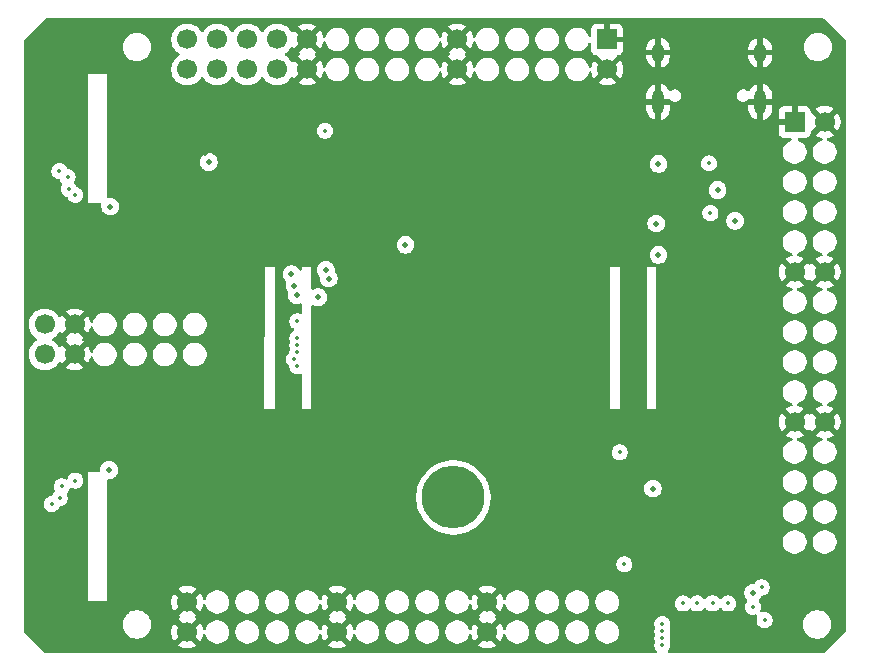
<source format=gbr>
%TF.GenerationSoftware,KiCad,Pcbnew,9.0.2*%
%TF.CreationDate,2025-11-14T17:37:25-08:00*%
%TF.ProjectId,nx-module-breakout,6e782d6d-6f64-4756-9c65-2d627265616b,rev?*%
%TF.SameCoordinates,Original*%
%TF.FileFunction,Copper,L2,Inr*%
%TF.FilePolarity,Positive*%
%FSLAX46Y46*%
G04 Gerber Fmt 4.6, Leading zero omitted, Abs format (unit mm)*
G04 Created by KiCad (PCBNEW 9.0.2) date 2025-11-14 17:37:25*
%MOMM*%
%LPD*%
G01*
G04 APERTURE LIST*
%TA.AperFunction,ComponentPad*%
%ADD10C,5.300000*%
%TD*%
%TA.AperFunction,ComponentPad*%
%ADD11C,1.700000*%
%TD*%
%TA.AperFunction,ComponentPad*%
%ADD12R,1.700000X1.700000*%
%TD*%
%TA.AperFunction,HeatsinkPad*%
%ADD13O,1.000000X1.600000*%
%TD*%
%TA.AperFunction,HeatsinkPad*%
%ADD14O,1.000000X2.100000*%
%TD*%
%TA.AperFunction,ViaPad*%
%ADD15C,0.508000*%
%TD*%
%TA.AperFunction,ViaPad*%
%ADD16C,0.355600*%
%TD*%
%TA.AperFunction,ViaPad*%
%ADD17C,0.500000*%
%TD*%
G04 APERTURE END LIST*
D10*
%TO.N,N/C*%
%TO.C,H5*%
X150800000Y-126400000D03*
%TD*%
D11*
%TO.N,/SHUTDOWNn*%
%TO.C,J3*%
X128270001Y-90170001D03*
%TO.N,/P5VD_AON*%
X128270001Y-87630001D03*
%TO.N,/PVIO5*%
X130810001Y-90170001D03*
%TO.N,/P1V8D*%
X130810001Y-87630001D03*
%TO.N,/PVIO3*%
X133350001Y-90170001D03*
%TO.N,/PVIO1*%
X133350001Y-87630001D03*
%TO.N,/P3V3D*%
X135890001Y-90170001D03*
%TO.N,/FPGA_EN*%
X135890001Y-87630001D03*
%TO.N,GND*%
X138430001Y-90170001D03*
X138430001Y-87630001D03*
X151130001Y-90170001D03*
X151130001Y-87630001D03*
X163830001Y-90170001D03*
D12*
X163830001Y-87630001D03*
%TD*%
D11*
%TO.N,GND*%
%TO.C,J1*%
X182245001Y-120015001D03*
X179705001Y-120015001D03*
X182245001Y-107315001D03*
X179705001Y-107315001D03*
X182245001Y-94615001D03*
D12*
X179705001Y-94615001D03*
%TD*%
D11*
%TO.N,GND*%
%TO.C,J4*%
X128270001Y-137795001D03*
X128270001Y-135255001D03*
X140970001Y-137795001D03*
X140970001Y-135255001D03*
X153670001Y-137795001D03*
X153670001Y-135255001D03*
%TD*%
%TO.N,/P3V3D*%
%TO.C,J8*%
X116205000Y-114300000D03*
X116205000Y-111760000D03*
%TO.N,GND*%
X118745000Y-114300000D03*
X118745000Y-111760000D03*
%TD*%
D13*
%TO.N,GND*%
%TO.C,J9*%
X168140000Y-88735002D03*
D14*
X168140000Y-92915002D03*
D13*
X176780000Y-88735002D03*
D14*
X176780000Y-92915002D03*
%TD*%
D15*
%TO.N,GND*%
X166050000Y-116300000D03*
X170234000Y-98775002D03*
D16*
X119450000Y-90775002D03*
D15*
X129800000Y-97200000D03*
X166050000Y-107900000D03*
D16*
X136500000Y-113100000D03*
D15*
X170850000Y-103755002D03*
D16*
X119450000Y-99775002D03*
D15*
X166050000Y-110300000D03*
X173050000Y-103775002D03*
D16*
X119450000Y-127475002D03*
D15*
X119450000Y-130475002D03*
X136500000Y-110700000D03*
X119450000Y-93775002D03*
X166050000Y-109100000D03*
X166050000Y-111500000D03*
X166050000Y-117500000D03*
X119450000Y-131975002D03*
X173900000Y-139175002D03*
X119450000Y-95275002D03*
X167220000Y-133570000D03*
D16*
X166750000Y-96705002D03*
D15*
X170750000Y-99675002D03*
D16*
X136100000Y-107100000D03*
D17*
X173150000Y-99375002D03*
D15*
X166050000Y-115100000D03*
D16*
X136500000Y-116700000D03*
X136500000Y-115500000D03*
X136500000Y-111900000D03*
D15*
X166050000Y-113900000D03*
X166050000Y-118700000D03*
D16*
X136100000Y-109500000D03*
D15*
X119450000Y-133475002D03*
X119450000Y-128975002D03*
X166050000Y-112700000D03*
X119450000Y-92275002D03*
X136500000Y-117900000D03*
X165900000Y-136000000D03*
D16*
X119450000Y-125975002D03*
D15*
X119450000Y-96775002D03*
D16*
X136500000Y-114300000D03*
X119450000Y-134975002D03*
X119450000Y-98275002D03*
X136100000Y-108275001D03*
D15*
X170340000Y-102839002D03*
%TO.N,/PVIO3*%
X140246595Y-107871597D03*
D17*
%TO.N,/P5VD_AON*%
X168170000Y-98165002D03*
D15*
X173176000Y-100375002D03*
X137100000Y-107500000D03*
%TO.N,/P3V3D*%
X176200000Y-134475002D03*
X121650000Y-124075002D03*
X130100000Y-98000000D03*
X121750000Y-101775002D03*
X137550000Y-109275002D03*
D16*
%TO.N,/JTAG_EN*%
X137300000Y-114700000D03*
X168500000Y-137700000D03*
%TO.N,/TCK*%
X171450000Y-135375002D03*
X137600000Y-115300000D03*
%TO.N,/P1V8D*%
X164890000Y-122590000D03*
D15*
X140001974Y-107126976D03*
X146747501Y-105007501D03*
D16*
%TO.N,/FPGA_EN*%
X172450000Y-98115002D03*
X172570000Y-102305002D03*
X139950000Y-95345002D03*
D15*
%TO.N,/PVIO1*%
X139350000Y-109450355D03*
D16*
X176162501Y-135662501D03*
%TO.N,/TMS*%
X168500000Y-137100000D03*
X170250000Y-135375002D03*
X137600000Y-114100000D03*
%TO.N,/TDO*%
X168500000Y-138300000D03*
X172750000Y-135375002D03*
X137600000Y-113500000D03*
%TO.N,/TDI*%
X174050000Y-135375002D03*
X168500000Y-138900000D03*
X137600000Y-112900000D03*
%TO.N,/PROGRAMn*%
X177150000Y-136775002D03*
X137600000Y-111500000D03*
D15*
%TO.N,/PVIO5*%
X137350000Y-108475002D03*
D16*
%TO.N,/SCL0*%
X117640000Y-125475002D03*
%TO.N,/PWR_EN1*%
X117450000Y-98775002D03*
%TO.N,/SCL1*%
X118240000Y-100275002D03*
%TO.N,/LED_EN0*%
X117470000Y-126475002D03*
%TO.N,/SDA0*%
X118800921Y-124975002D03*
%TO.N,/SDA1*%
X118800921Y-100775002D03*
%TO.N,/LED_EN1*%
X118140000Y-99275002D03*
%TO.N,/PWR_EN0*%
X116790000Y-126975002D03*
D17*
%TO.N,Net-(JP1-A)*%
X167980000Y-103215002D03*
D15*
%TO.N,Net-(JP4-A)*%
X168170000Y-105865002D03*
D16*
%TO.N,Net-(J10-Pin_10)*%
X176900000Y-134025002D03*
D15*
%TO.N,Net-(JP7-A)*%
X174659999Y-102975002D03*
D16*
%TO.N,Net-(JP9-B)*%
X165280001Y-132070000D03*
D15*
%TO.N,Net-(JP10-A)*%
X167700000Y-125650000D03*
%TD*%
%TA.AperFunction,Conductor*%
%TO.N,GND*%
G36*
X118279075Y-111952993D02*
G01*
X118344901Y-112067007D01*
X118437993Y-112160099D01*
X118552007Y-112225925D01*
X118615591Y-112242962D01*
X118014971Y-112843581D01*
X118093711Y-112960895D01*
X118094920Y-112964729D01*
X118097844Y-112967491D01*
X118105343Y-112997778D01*
X118114727Y-113027529D01*
X118113671Y-113031408D01*
X118114638Y-113035312D01*
X118104573Y-113064844D01*
X118096383Y-113094947D01*
X118093397Y-113097640D01*
X118092100Y-113101447D01*
X118047051Y-113140483D01*
X118037440Y-113145380D01*
X117983282Y-113184727D01*
X117983282Y-113184728D01*
X118615591Y-113817037D01*
X118552007Y-113834075D01*
X118437993Y-113899901D01*
X118344901Y-113992993D01*
X118279075Y-114107007D01*
X118262037Y-114170591D01*
X117629728Y-113538282D01*
X117629727Y-113538282D01*
X117590380Y-113592440D01*
X117590376Y-113592446D01*
X117585760Y-113601505D01*
X117537781Y-113652297D01*
X117469959Y-113669087D01*
X117403826Y-113646543D01*
X117364794Y-113601493D01*
X117360051Y-113592184D01*
X117360049Y-113592181D01*
X117360048Y-113592179D01*
X117235109Y-113420213D01*
X117084786Y-113269890D01*
X116912820Y-113144951D01*
X116912115Y-113144591D01*
X116904054Y-113140485D01*
X116853259Y-113092512D01*
X116836463Y-113024692D01*
X116858999Y-112958556D01*
X116904054Y-112919515D01*
X116912816Y-112915051D01*
X117025489Y-112833190D01*
X117084786Y-112790109D01*
X117084788Y-112790106D01*
X117084792Y-112790104D01*
X117235104Y-112639792D01*
X117235106Y-112639788D01*
X117235109Y-112639786D01*
X117320890Y-112521717D01*
X117360051Y-112467816D01*
X117364793Y-112458508D01*
X117412763Y-112407711D01*
X117480583Y-112390911D01*
X117546719Y-112413445D01*
X117585763Y-112458500D01*
X117590373Y-112467547D01*
X117629728Y-112521716D01*
X118262037Y-111889408D01*
X118279075Y-111952993D01*
G37*
%TD.AperFunction*%
%TA.AperFunction,Conductor*%
G36*
X137964076Y-87822994D02*
G01*
X138029902Y-87937008D01*
X138122994Y-88030100D01*
X138237008Y-88095926D01*
X138300592Y-88112963D01*
X137699972Y-88713582D01*
X137778712Y-88830896D01*
X137779921Y-88834730D01*
X137782845Y-88837492D01*
X137790344Y-88867779D01*
X137799728Y-88897530D01*
X137798672Y-88901409D01*
X137799639Y-88905313D01*
X137789574Y-88934845D01*
X137781384Y-88964948D01*
X137778398Y-88967641D01*
X137777101Y-88971448D01*
X137732052Y-89010484D01*
X137722441Y-89015381D01*
X137668283Y-89054728D01*
X137668283Y-89054729D01*
X138300592Y-89687038D01*
X138237008Y-89704076D01*
X138122994Y-89769902D01*
X138029902Y-89862994D01*
X137964076Y-89977008D01*
X137947038Y-90040592D01*
X137314729Y-89408283D01*
X137314728Y-89408283D01*
X137275381Y-89462441D01*
X137275377Y-89462447D01*
X137270761Y-89471506D01*
X137222782Y-89522298D01*
X137154960Y-89539088D01*
X137088827Y-89516544D01*
X137049795Y-89471494D01*
X137045052Y-89462185D01*
X137045050Y-89462182D01*
X137045049Y-89462180D01*
X136920110Y-89290214D01*
X136769787Y-89139891D01*
X136597821Y-89014952D01*
X136597116Y-89014592D01*
X136589055Y-89010486D01*
X136538260Y-88962513D01*
X136521464Y-88894693D01*
X136544000Y-88828557D01*
X136589055Y-88789516D01*
X136597817Y-88785052D01*
X136652571Y-88745271D01*
X136769787Y-88660110D01*
X136769789Y-88660107D01*
X136769793Y-88660105D01*
X136920105Y-88509793D01*
X136920107Y-88509789D01*
X136920110Y-88509787D01*
X137005891Y-88391718D01*
X137045052Y-88337817D01*
X137049794Y-88328509D01*
X137097764Y-88277712D01*
X137165584Y-88260912D01*
X137231720Y-88283446D01*
X137270764Y-88328501D01*
X137275374Y-88337548D01*
X137314729Y-88391717D01*
X137947038Y-87759409D01*
X137964076Y-87822994D01*
G37*
%TD.AperFunction*%
%TA.AperFunction,Conductor*%
G36*
X182207865Y-85872185D02*
G01*
X182228507Y-85888819D01*
X183986181Y-87646493D01*
X184019666Y-87707816D01*
X184022500Y-87734174D01*
X184022500Y-137690826D01*
X184002815Y-137757865D01*
X183986181Y-137778507D01*
X182228507Y-139536181D01*
X182167184Y-139569666D01*
X182140826Y-139572500D01*
X169086124Y-139572500D01*
X169019085Y-139552815D01*
X168973330Y-139500011D01*
X168963386Y-139430853D01*
X168992411Y-139367297D01*
X168998443Y-139360819D01*
X169026867Y-139332394D01*
X169026870Y-139332391D01*
X169101102Y-139221296D01*
X169152233Y-139097853D01*
X169178300Y-138966807D01*
X169178300Y-138833193D01*
X169178300Y-138833190D01*
X169152234Y-138702152D01*
X169152233Y-138702151D01*
X169152233Y-138702147D01*
X169129576Y-138647449D01*
X169122108Y-138577985D01*
X169129573Y-138552556D01*
X169152233Y-138497853D01*
X169178300Y-138366807D01*
X169178300Y-138233193D01*
X169178300Y-138233190D01*
X169152234Y-138102152D01*
X169152233Y-138102151D01*
X169152233Y-138102147D01*
X169129576Y-138047449D01*
X169122108Y-137977985D01*
X169129573Y-137952556D01*
X169152233Y-137897853D01*
X169178300Y-137766807D01*
X169178300Y-137633193D01*
X169178300Y-137633190D01*
X169152234Y-137502152D01*
X169152233Y-137502151D01*
X169152233Y-137502147D01*
X169129576Y-137447449D01*
X169122108Y-137377985D01*
X169129573Y-137352556D01*
X169152233Y-137297853D01*
X169178300Y-137166807D01*
X169178300Y-137033193D01*
X169178300Y-137033190D01*
X169153471Y-136908372D01*
X169152233Y-136902147D01*
X169101102Y-136778704D01*
X169026870Y-136667609D01*
X169026867Y-136667605D01*
X168932394Y-136573132D01*
X168932390Y-136573129D01*
X168821298Y-136498899D01*
X168821296Y-136498898D01*
X168697854Y-136447767D01*
X168697846Y-136447765D01*
X168566809Y-136421700D01*
X168566807Y-136421700D01*
X168433193Y-136421700D01*
X168433191Y-136421700D01*
X168302153Y-136447765D01*
X168302145Y-136447767D01*
X168178703Y-136498898D01*
X168178701Y-136498899D01*
X168067609Y-136573129D01*
X168067605Y-136573132D01*
X167973132Y-136667605D01*
X167973129Y-136667609D01*
X167898899Y-136778701D01*
X167898898Y-136778703D01*
X167847767Y-136902145D01*
X167847765Y-136902153D01*
X167821700Y-137033190D01*
X167821700Y-137033193D01*
X167821700Y-137166807D01*
X167821700Y-137166809D01*
X167821699Y-137166809D01*
X167847765Y-137297846D01*
X167847767Y-137297854D01*
X167870422Y-137352548D01*
X167877891Y-137422018D01*
X167870422Y-137447452D01*
X167847767Y-137502145D01*
X167847765Y-137502153D01*
X167821700Y-137633190D01*
X167821700Y-137633193D01*
X167821700Y-137766807D01*
X167821700Y-137766809D01*
X167821699Y-137766809D01*
X167847765Y-137897846D01*
X167847767Y-137897854D01*
X167870422Y-137952548D01*
X167877891Y-138022018D01*
X167870422Y-138047452D01*
X167847767Y-138102145D01*
X167847765Y-138102153D01*
X167821700Y-138233190D01*
X167821700Y-138233193D01*
X167821700Y-138366807D01*
X167821700Y-138366809D01*
X167821699Y-138366809D01*
X167847765Y-138497846D01*
X167847767Y-138497854D01*
X167870422Y-138552548D01*
X167877891Y-138622018D01*
X167870422Y-138647452D01*
X167847767Y-138702145D01*
X167847765Y-138702153D01*
X167821700Y-138833190D01*
X167821700Y-138833193D01*
X167821700Y-138966807D01*
X167821700Y-138966809D01*
X167821699Y-138966809D01*
X167847765Y-139097846D01*
X167847767Y-139097854D01*
X167898898Y-139221296D01*
X167898899Y-139221298D01*
X167973129Y-139332390D01*
X167973132Y-139332394D01*
X168001557Y-139360819D01*
X168035042Y-139422142D01*
X168030058Y-139491834D01*
X167988186Y-139547767D01*
X167922722Y-139572184D01*
X167913876Y-139572500D01*
X116309174Y-139572500D01*
X116242135Y-139552815D01*
X116221493Y-139536181D01*
X114463819Y-137778507D01*
X114430334Y-137717184D01*
X114427500Y-137690826D01*
X114427500Y-137065513D01*
X122805500Y-137065513D01*
X122805500Y-137254486D01*
X122835059Y-137441118D01*
X122893454Y-137620836D01*
X122967831Y-137766807D01*
X122979240Y-137789199D01*
X123090310Y-137942073D01*
X123223927Y-138075690D01*
X123376801Y-138186760D01*
X123456347Y-138227290D01*
X123545163Y-138272545D01*
X123545165Y-138272545D01*
X123545168Y-138272547D01*
X123614274Y-138295001D01*
X123724881Y-138330940D01*
X123911514Y-138360500D01*
X123911519Y-138360500D01*
X124100486Y-138360500D01*
X124287118Y-138330940D01*
X124341660Y-138313218D01*
X124466832Y-138272547D01*
X124635199Y-138186760D01*
X124788073Y-138075690D01*
X124921690Y-137942073D01*
X125032760Y-137789199D01*
X125118547Y-137620832D01*
X125176940Y-137441118D01*
X125179965Y-137422018D01*
X125206500Y-137254486D01*
X125206500Y-137065513D01*
X125176940Y-136878881D01*
X125118545Y-136699163D01*
X125056374Y-136577147D01*
X125032760Y-136530801D01*
X124921690Y-136377927D01*
X124788073Y-136244310D01*
X124635199Y-136133240D01*
X124631321Y-136131264D01*
X124466836Y-136047454D01*
X124287118Y-135989059D01*
X124100486Y-135959500D01*
X124100481Y-135959500D01*
X123911519Y-135959500D01*
X123911514Y-135959500D01*
X123724881Y-135989059D01*
X123545163Y-136047454D01*
X123376800Y-136133240D01*
X123320836Y-136173901D01*
X123223927Y-136244310D01*
X123223925Y-136244312D01*
X123223924Y-136244312D01*
X123090312Y-136377924D01*
X123090312Y-136377925D01*
X123090310Y-136377927D01*
X123063727Y-136414515D01*
X122979240Y-136530800D01*
X122893454Y-136699163D01*
X122835059Y-136878881D01*
X122805500Y-137065513D01*
X114427500Y-137065513D01*
X114427500Y-127041811D01*
X116111699Y-127041811D01*
X116137765Y-127172848D01*
X116137767Y-127172856D01*
X116188898Y-127296298D01*
X116188899Y-127296300D01*
X116263129Y-127407392D01*
X116263132Y-127407396D01*
X116357605Y-127501869D01*
X116357609Y-127501872D01*
X116468704Y-127576104D01*
X116592147Y-127627235D01*
X116624237Y-127633618D01*
X116723190Y-127653302D01*
X116723193Y-127653302D01*
X116856809Y-127653302D01*
X116922777Y-127640179D01*
X116987853Y-127627235D01*
X117111296Y-127576104D01*
X117222391Y-127501872D01*
X117316870Y-127407393D01*
X117391102Y-127296298D01*
X117418626Y-127229849D01*
X117462467Y-127175446D01*
X117528761Y-127153381D01*
X117533187Y-127153302D01*
X117536809Y-127153302D01*
X117602777Y-127140179D01*
X117667853Y-127127235D01*
X117791296Y-127076104D01*
X117902391Y-127001872D01*
X117996870Y-126907393D01*
X118071102Y-126796298D01*
X118122233Y-126672855D01*
X118141314Y-126576928D01*
X118148300Y-126541811D01*
X118148300Y-126408192D01*
X118122234Y-126277155D01*
X118122233Y-126277149D01*
X118071102Y-126153706D01*
X118071099Y-126153702D01*
X118071096Y-126153695D01*
X118067338Y-126148070D01*
X118046462Y-126081392D01*
X118064949Y-126014013D01*
X118082757Y-125991505D01*
X118166870Y-125907393D01*
X118241102Y-125796298D01*
X118292233Y-125672855D01*
X118295018Y-125658850D01*
X118327400Y-125596939D01*
X118388114Y-125562363D01*
X118457884Y-125566100D01*
X118475085Y-125573678D01*
X118479622Y-125576103D01*
X118529926Y-125596939D01*
X118603068Y-125627235D01*
X118635158Y-125633618D01*
X118734111Y-125653302D01*
X118734114Y-125653302D01*
X118867730Y-125653302D01*
X118933698Y-125640179D01*
X118998774Y-125627235D01*
X119122217Y-125576104D01*
X119233312Y-125501872D01*
X119327791Y-125407393D01*
X119402023Y-125296298D01*
X119453154Y-125172855D01*
X119474819Y-125063939D01*
X119479221Y-125041811D01*
X119479221Y-124908192D01*
X119457043Y-124796702D01*
X119453154Y-124777149D01*
X119402023Y-124653706D01*
X119327791Y-124542611D01*
X119327788Y-124542607D01*
X119233315Y-124448134D01*
X119233311Y-124448131D01*
X119122219Y-124373901D01*
X119122217Y-124373900D01*
X119036034Y-124338202D01*
X119036033Y-124338202D01*
X118998774Y-124322769D01*
X118998770Y-124322768D01*
X118998767Y-124322767D01*
X118867730Y-124296702D01*
X118867728Y-124296702D01*
X118734114Y-124296702D01*
X118734112Y-124296702D01*
X118603074Y-124322767D01*
X118603066Y-124322769D01*
X118479624Y-124373900D01*
X118479622Y-124373901D01*
X118368530Y-124448131D01*
X118368526Y-124448134D01*
X118274053Y-124542607D01*
X118274050Y-124542611D01*
X118199820Y-124653703D01*
X118199819Y-124653705D01*
X118148688Y-124777147D01*
X118148686Y-124777154D01*
X118145901Y-124791158D01*
X118113515Y-124853069D01*
X118052799Y-124887642D01*
X117983029Y-124883901D01*
X117965839Y-124876328D01*
X117961293Y-124873898D01*
X117837854Y-124822769D01*
X117837846Y-124822767D01*
X117706809Y-124796702D01*
X117706807Y-124796702D01*
X117573193Y-124796702D01*
X117573191Y-124796702D01*
X117442153Y-124822767D01*
X117442145Y-124822769D01*
X117318703Y-124873900D01*
X117318701Y-124873901D01*
X117207609Y-124948131D01*
X117207605Y-124948134D01*
X117113132Y-125042607D01*
X117113129Y-125042611D01*
X117038899Y-125153703D01*
X117038898Y-125153705D01*
X116987767Y-125277147D01*
X116987765Y-125277155D01*
X116961700Y-125408192D01*
X116961700Y-125408195D01*
X116961700Y-125541809D01*
X116961700Y-125541811D01*
X116961699Y-125541811D01*
X116987765Y-125672848D01*
X116987767Y-125672856D01*
X117038898Y-125796298D01*
X117038901Y-125796304D01*
X117042663Y-125801935D01*
X117063537Y-125868613D01*
X117045049Y-125935993D01*
X117027239Y-125958501D01*
X116943128Y-126042611D01*
X116868899Y-126153702D01*
X116841374Y-126220155D01*
X116797533Y-126274558D01*
X116731239Y-126296623D01*
X116726813Y-126296702D01*
X116723191Y-126296702D01*
X116592153Y-126322767D01*
X116592145Y-126322769D01*
X116468703Y-126373900D01*
X116468701Y-126373901D01*
X116357609Y-126448131D01*
X116357605Y-126448134D01*
X116263132Y-126542607D01*
X116263129Y-126542611D01*
X116188899Y-126653703D01*
X116188898Y-126653705D01*
X116137767Y-126777147D01*
X116137765Y-126777155D01*
X116111700Y-126908192D01*
X116111700Y-126908195D01*
X116111700Y-127041809D01*
X116111700Y-127041811D01*
X116111699Y-127041811D01*
X114427500Y-127041811D01*
X114427500Y-124275002D01*
X119850000Y-124275002D01*
X119850000Y-135175002D01*
X121450000Y-135175002D01*
X121450000Y-135148754D01*
X126920001Y-135148754D01*
X126920001Y-135361247D01*
X126953243Y-135571128D01*
X126953243Y-135571131D01*
X127018905Y-135773218D01*
X127115376Y-135962551D01*
X127154729Y-136016717D01*
X127787038Y-135384409D01*
X127804076Y-135447994D01*
X127869902Y-135562008D01*
X127962994Y-135655100D01*
X128077008Y-135720926D01*
X128140592Y-135737963D01*
X127539972Y-136338582D01*
X127618712Y-136455896D01*
X127619921Y-136459730D01*
X127622845Y-136462492D01*
X127630344Y-136492779D01*
X127639728Y-136522530D01*
X127638672Y-136526409D01*
X127639639Y-136530313D01*
X127629574Y-136559845D01*
X127621384Y-136589948D01*
X127618398Y-136592641D01*
X127617101Y-136596448D01*
X127572052Y-136635484D01*
X127562441Y-136640381D01*
X127508283Y-136679728D01*
X127508283Y-136679729D01*
X128140592Y-137312038D01*
X128077008Y-137329076D01*
X127962994Y-137394902D01*
X127869902Y-137487994D01*
X127804076Y-137602008D01*
X127787038Y-137665592D01*
X127154729Y-137033283D01*
X127154728Y-137033283D01*
X127115381Y-137087440D01*
X127018905Y-137276783D01*
X126953243Y-137478870D01*
X126953243Y-137478873D01*
X126920001Y-137688754D01*
X126920001Y-137901247D01*
X126953243Y-138111128D01*
X126953243Y-138111131D01*
X127018905Y-138313218D01*
X127115376Y-138502551D01*
X127154729Y-138556717D01*
X127787038Y-137924409D01*
X127804076Y-137987994D01*
X127869902Y-138102008D01*
X127962994Y-138195100D01*
X128077008Y-138260926D01*
X128140591Y-138277963D01*
X127508283Y-138910270D01*
X127508283Y-138910271D01*
X127562450Y-138949625D01*
X127751783Y-139046096D01*
X127953871Y-139111758D01*
X128163755Y-139145001D01*
X128376247Y-139145001D01*
X128586128Y-139111758D01*
X128586131Y-139111758D01*
X128788218Y-139046096D01*
X128977555Y-138949623D01*
X129031717Y-138910271D01*
X129031718Y-138910271D01*
X128399409Y-138277963D01*
X128462994Y-138260926D01*
X128577008Y-138195100D01*
X128670100Y-138102008D01*
X128735926Y-137987994D01*
X128752963Y-137924410D01*
X129385271Y-138556718D01*
X129385271Y-138556717D01*
X129424623Y-138502555D01*
X129521096Y-138313218D01*
X129586756Y-138111135D01*
X129596057Y-138052413D01*
X129625986Y-137989278D01*
X129685297Y-137952347D01*
X129755160Y-137953343D01*
X129813393Y-137991953D01*
X129840148Y-138047617D01*
X129847948Y-138086831D01*
X129847951Y-138086840D01*
X129923365Y-138268908D01*
X129923372Y-138268921D01*
X130032861Y-138432782D01*
X130032864Y-138432786D01*
X130172215Y-138572137D01*
X130172219Y-138572140D01*
X130336080Y-138681629D01*
X130336093Y-138681636D01*
X130518161Y-138757050D01*
X130518166Y-138757052D01*
X130518170Y-138757052D01*
X130518171Y-138757053D01*
X130711457Y-138795501D01*
X130711460Y-138795501D01*
X130908544Y-138795501D01*
X131038583Y-138769633D01*
X131101836Y-138757052D01*
X131283915Y-138681633D01*
X131447783Y-138572140D01*
X131587140Y-138432783D01*
X131696633Y-138268915D01*
X131772052Y-138086836D01*
X131793704Y-137977985D01*
X131810501Y-137893544D01*
X132349500Y-137893544D01*
X132387948Y-138086830D01*
X132387951Y-138086840D01*
X132463365Y-138268908D01*
X132463372Y-138268921D01*
X132572861Y-138432782D01*
X132572864Y-138432786D01*
X132712215Y-138572137D01*
X132712219Y-138572140D01*
X132876080Y-138681629D01*
X132876093Y-138681636D01*
X133058161Y-138757050D01*
X133058166Y-138757052D01*
X133058170Y-138757052D01*
X133058171Y-138757053D01*
X133251457Y-138795501D01*
X133251460Y-138795501D01*
X133448544Y-138795501D01*
X133578583Y-138769633D01*
X133641836Y-138757052D01*
X133823915Y-138681633D01*
X133987783Y-138572140D01*
X134127140Y-138432783D01*
X134236633Y-138268915D01*
X134312052Y-138086836D01*
X134333704Y-137977985D01*
X134350501Y-137893544D01*
X134889500Y-137893544D01*
X134927948Y-138086830D01*
X134927951Y-138086840D01*
X135003365Y-138268908D01*
X135003372Y-138268921D01*
X135112861Y-138432782D01*
X135112864Y-138432786D01*
X135252215Y-138572137D01*
X135252219Y-138572140D01*
X135416080Y-138681629D01*
X135416093Y-138681636D01*
X135598161Y-138757050D01*
X135598166Y-138757052D01*
X135598170Y-138757052D01*
X135598171Y-138757053D01*
X135791457Y-138795501D01*
X135791460Y-138795501D01*
X135988544Y-138795501D01*
X136118583Y-138769633D01*
X136181836Y-138757052D01*
X136363915Y-138681633D01*
X136527783Y-138572140D01*
X136667140Y-138432783D01*
X136776633Y-138268915D01*
X136852052Y-138086836D01*
X136873704Y-137977985D01*
X136890501Y-137893544D01*
X136890501Y-137696457D01*
X136852053Y-137503171D01*
X136852052Y-137503168D01*
X136852052Y-137503166D01*
X136828975Y-137447452D01*
X136776636Y-137321093D01*
X136776629Y-137321080D01*
X136667140Y-137157219D01*
X136667137Y-137157215D01*
X136527786Y-137017864D01*
X136527782Y-137017861D01*
X136363921Y-136908372D01*
X136363908Y-136908365D01*
X136181840Y-136832951D01*
X136181830Y-136832948D01*
X135988544Y-136794501D01*
X135988542Y-136794501D01*
X135791460Y-136794501D01*
X135791458Y-136794501D01*
X135598171Y-136832948D01*
X135598161Y-136832951D01*
X135416093Y-136908365D01*
X135416080Y-136908372D01*
X135252219Y-137017861D01*
X135252215Y-137017864D01*
X135112864Y-137157215D01*
X135112861Y-137157219D01*
X135003372Y-137321080D01*
X135003365Y-137321093D01*
X134927951Y-137503161D01*
X134927948Y-137503171D01*
X134889501Y-137696457D01*
X134889501Y-137696460D01*
X134889501Y-137893542D01*
X134889501Y-137893544D01*
X134889500Y-137893544D01*
X134350501Y-137893544D01*
X134350501Y-137696457D01*
X134312053Y-137503171D01*
X134312052Y-137503168D01*
X134312052Y-137503166D01*
X134288975Y-137447452D01*
X134236636Y-137321093D01*
X134236629Y-137321080D01*
X134127140Y-137157219D01*
X134127137Y-137157215D01*
X133987786Y-137017864D01*
X133987782Y-137017861D01*
X133823921Y-136908372D01*
X133823908Y-136908365D01*
X133641840Y-136832951D01*
X133641830Y-136832948D01*
X133448544Y-136794501D01*
X133448542Y-136794501D01*
X133251460Y-136794501D01*
X133251458Y-136794501D01*
X133058171Y-136832948D01*
X133058161Y-136832951D01*
X132876093Y-136908365D01*
X132876080Y-136908372D01*
X132712219Y-137017861D01*
X132712215Y-137017864D01*
X132572864Y-137157215D01*
X132572861Y-137157219D01*
X132463372Y-137321080D01*
X132463365Y-137321093D01*
X132387951Y-137503161D01*
X132387948Y-137503171D01*
X132349501Y-137696457D01*
X132349501Y-137696460D01*
X132349501Y-137893542D01*
X132349501Y-137893544D01*
X132349500Y-137893544D01*
X131810501Y-137893544D01*
X131810501Y-137696457D01*
X131772053Y-137503171D01*
X131772052Y-137503168D01*
X131772052Y-137503166D01*
X131748975Y-137447452D01*
X131696636Y-137321093D01*
X131696629Y-137321080D01*
X131587140Y-137157219D01*
X131587137Y-137157215D01*
X131447786Y-137017864D01*
X131447782Y-137017861D01*
X131283921Y-136908372D01*
X131283908Y-136908365D01*
X131101840Y-136832951D01*
X131101830Y-136832948D01*
X130908544Y-136794501D01*
X130908542Y-136794501D01*
X130711460Y-136794501D01*
X130711458Y-136794501D01*
X130518171Y-136832948D01*
X130518161Y-136832951D01*
X130336093Y-136908365D01*
X130336080Y-136908372D01*
X130172219Y-137017861D01*
X130172215Y-137017864D01*
X130032864Y-137157215D01*
X130032861Y-137157219D01*
X129923372Y-137321080D01*
X129923365Y-137321093D01*
X129847951Y-137503161D01*
X129847949Y-137503168D01*
X129840148Y-137542385D01*
X129807762Y-137604295D01*
X129747045Y-137638868D01*
X129677276Y-137635127D01*
X129620605Y-137594259D01*
X129596057Y-137537588D01*
X129586756Y-137478866D01*
X129521096Y-137276783D01*
X129424625Y-137087450D01*
X129385271Y-137033283D01*
X129385270Y-137033283D01*
X128752963Y-137665591D01*
X128735926Y-137602008D01*
X128670100Y-137487994D01*
X128577008Y-137394902D01*
X128462994Y-137329076D01*
X128399410Y-137312038D01*
X129031717Y-136679729D01*
X128977551Y-136640376D01*
X128967955Y-136635487D01*
X128917158Y-136587513D01*
X128900362Y-136519693D01*
X128922898Y-136453557D01*
X128967955Y-136414515D01*
X128977555Y-136409623D01*
X129031717Y-136370271D01*
X129031718Y-136370271D01*
X128399409Y-135737963D01*
X128462994Y-135720926D01*
X128577008Y-135655100D01*
X128670100Y-135562008D01*
X128735926Y-135447994D01*
X128752963Y-135384410D01*
X129385271Y-136016718D01*
X129385271Y-136016717D01*
X129424623Y-135962555D01*
X129521096Y-135773218D01*
X129586756Y-135571135D01*
X129596057Y-135512413D01*
X129625986Y-135449278D01*
X129685297Y-135412347D01*
X129755160Y-135413343D01*
X129813393Y-135451953D01*
X129840148Y-135507617D01*
X129847948Y-135546831D01*
X129847951Y-135546840D01*
X129923365Y-135728908D01*
X129923372Y-135728921D01*
X130032861Y-135892782D01*
X130032864Y-135892786D01*
X130172215Y-136032137D01*
X130172219Y-136032140D01*
X130336080Y-136141629D01*
X130336093Y-136141636D01*
X130518161Y-136217050D01*
X130518166Y-136217052D01*
X130518170Y-136217052D01*
X130518171Y-136217053D01*
X130711457Y-136255501D01*
X130711460Y-136255501D01*
X130908544Y-136255501D01*
X131038583Y-136229633D01*
X131101836Y-136217052D01*
X131283915Y-136141633D01*
X131447783Y-136032140D01*
X131587140Y-135892783D01*
X131696633Y-135728915D01*
X131772052Y-135546836D01*
X131792943Y-135441811D01*
X131810501Y-135353544D01*
X132349500Y-135353544D01*
X132387948Y-135546830D01*
X132387951Y-135546840D01*
X132463365Y-135728908D01*
X132463372Y-135728921D01*
X132572861Y-135892782D01*
X132572864Y-135892786D01*
X132712215Y-136032137D01*
X132712219Y-136032140D01*
X132876080Y-136141629D01*
X132876093Y-136141636D01*
X133058161Y-136217050D01*
X133058166Y-136217052D01*
X133058170Y-136217052D01*
X133058171Y-136217053D01*
X133251457Y-136255501D01*
X133251460Y-136255501D01*
X133448544Y-136255501D01*
X133578583Y-136229633D01*
X133641836Y-136217052D01*
X133823915Y-136141633D01*
X133987783Y-136032140D01*
X134127140Y-135892783D01*
X134236633Y-135728915D01*
X134312052Y-135546836D01*
X134332943Y-135441811D01*
X134350501Y-135353544D01*
X134889500Y-135353544D01*
X134927948Y-135546830D01*
X134927951Y-135546840D01*
X135003365Y-135728908D01*
X135003372Y-135728921D01*
X135112861Y-135892782D01*
X135112864Y-135892786D01*
X135252215Y-136032137D01*
X135252219Y-136032140D01*
X135416080Y-136141629D01*
X135416093Y-136141636D01*
X135598161Y-136217050D01*
X135598166Y-136217052D01*
X135598170Y-136217052D01*
X135598171Y-136217053D01*
X135791457Y-136255501D01*
X135791460Y-136255501D01*
X135988544Y-136255501D01*
X136118583Y-136229633D01*
X136181836Y-136217052D01*
X136363915Y-136141633D01*
X136527783Y-136032140D01*
X136667140Y-135892783D01*
X136776633Y-135728915D01*
X136852052Y-135546836D01*
X136872943Y-135441811D01*
X136890501Y-135353544D01*
X137429500Y-135353544D01*
X137467948Y-135546830D01*
X137467951Y-135546840D01*
X137543365Y-135728908D01*
X137543372Y-135728921D01*
X137652861Y-135892782D01*
X137652864Y-135892786D01*
X137792215Y-136032137D01*
X137792219Y-136032140D01*
X137956080Y-136141629D01*
X137956093Y-136141636D01*
X138138161Y-136217050D01*
X138138166Y-136217052D01*
X138138170Y-136217052D01*
X138138171Y-136217053D01*
X138331457Y-136255501D01*
X138331460Y-136255501D01*
X138528544Y-136255501D01*
X138658583Y-136229633D01*
X138721836Y-136217052D01*
X138903915Y-136141633D01*
X139067783Y-136032140D01*
X139207140Y-135892783D01*
X139316633Y-135728915D01*
X139392052Y-135546836D01*
X139399853Y-135507616D01*
X139432237Y-135445708D01*
X139492953Y-135411134D01*
X139562722Y-135414873D01*
X139619395Y-135455739D01*
X139643943Y-135512412D01*
X139653243Y-135571128D01*
X139653243Y-135571131D01*
X139718905Y-135773218D01*
X139815376Y-135962551D01*
X139854729Y-136016717D01*
X140487038Y-135384409D01*
X140504076Y-135447994D01*
X140569902Y-135562008D01*
X140662994Y-135655100D01*
X140777008Y-135720926D01*
X140840592Y-135737963D01*
X140239972Y-136338582D01*
X140318712Y-136455896D01*
X140319921Y-136459730D01*
X140322845Y-136462492D01*
X140330344Y-136492779D01*
X140339728Y-136522530D01*
X140338672Y-136526409D01*
X140339639Y-136530313D01*
X140329574Y-136559845D01*
X140321384Y-136589948D01*
X140318398Y-136592641D01*
X140317101Y-136596448D01*
X140272052Y-136635484D01*
X140262441Y-136640381D01*
X140208283Y-136679728D01*
X140208283Y-136679729D01*
X140840592Y-137312038D01*
X140777008Y-137329076D01*
X140662994Y-137394902D01*
X140569902Y-137487994D01*
X140504076Y-137602008D01*
X140487038Y-137665592D01*
X139854729Y-137033283D01*
X139854728Y-137033283D01*
X139815381Y-137087440D01*
X139718905Y-137276783D01*
X139653243Y-137478870D01*
X139653243Y-137478871D01*
X139643943Y-137537590D01*
X139614013Y-137600724D01*
X139554701Y-137637655D01*
X139484839Y-137636657D01*
X139426606Y-137598047D01*
X139399853Y-137542382D01*
X139392053Y-137503173D01*
X139392052Y-137503168D01*
X139392052Y-137503166D01*
X139368975Y-137447452D01*
X139316636Y-137321093D01*
X139316629Y-137321080D01*
X139207140Y-137157219D01*
X139207137Y-137157215D01*
X139067786Y-137017864D01*
X139067782Y-137017861D01*
X138903921Y-136908372D01*
X138903908Y-136908365D01*
X138721840Y-136832951D01*
X138721830Y-136832948D01*
X138528544Y-136794501D01*
X138528542Y-136794501D01*
X138331460Y-136794501D01*
X138331458Y-136794501D01*
X138138171Y-136832948D01*
X138138161Y-136832951D01*
X137956093Y-136908365D01*
X137956080Y-136908372D01*
X137792219Y-137017861D01*
X137792215Y-137017864D01*
X137652864Y-137157215D01*
X137652861Y-137157219D01*
X137543372Y-137321080D01*
X137543365Y-137321093D01*
X137467951Y-137503161D01*
X137467948Y-137503171D01*
X137429501Y-137696457D01*
X137429501Y-137696460D01*
X137429501Y-137893542D01*
X137429501Y-137893544D01*
X137429500Y-137893544D01*
X137467948Y-138086830D01*
X137467951Y-138086840D01*
X137543365Y-138268908D01*
X137543372Y-138268921D01*
X137652861Y-138432782D01*
X137652864Y-138432786D01*
X137792215Y-138572137D01*
X137792219Y-138572140D01*
X137956080Y-138681629D01*
X137956093Y-138681636D01*
X138138161Y-138757050D01*
X138138166Y-138757052D01*
X138138170Y-138757052D01*
X138138171Y-138757053D01*
X138331457Y-138795501D01*
X138331460Y-138795501D01*
X138528544Y-138795501D01*
X138658583Y-138769633D01*
X138721836Y-138757052D01*
X138903915Y-138681633D01*
X139067783Y-138572140D01*
X139207140Y-138432783D01*
X139316633Y-138268915D01*
X139392052Y-138086836D01*
X139399853Y-138047616D01*
X139432237Y-137985708D01*
X139492953Y-137951134D01*
X139562722Y-137954873D01*
X139619395Y-137995739D01*
X139643943Y-138052412D01*
X139653243Y-138111128D01*
X139653243Y-138111131D01*
X139718905Y-138313218D01*
X139815376Y-138502551D01*
X139854729Y-138556717D01*
X140487038Y-137924409D01*
X140504076Y-137987994D01*
X140569902Y-138102008D01*
X140662994Y-138195100D01*
X140777008Y-138260926D01*
X140840591Y-138277963D01*
X140208283Y-138910270D01*
X140208283Y-138910271D01*
X140262450Y-138949625D01*
X140451783Y-139046096D01*
X140653871Y-139111758D01*
X140863755Y-139145001D01*
X141076247Y-139145001D01*
X141286128Y-139111758D01*
X141286131Y-139111758D01*
X141488218Y-139046096D01*
X141677555Y-138949623D01*
X141731717Y-138910271D01*
X141731718Y-138910271D01*
X141099409Y-138277963D01*
X141162994Y-138260926D01*
X141277008Y-138195100D01*
X141370100Y-138102008D01*
X141435926Y-137987994D01*
X141452963Y-137924409D01*
X142085271Y-138556718D01*
X142085271Y-138556717D01*
X142124623Y-138502555D01*
X142221096Y-138313218D01*
X142286756Y-138111135D01*
X142296057Y-138052413D01*
X142325986Y-137989278D01*
X142385297Y-137952347D01*
X142455160Y-137953343D01*
X142513393Y-137991953D01*
X142540148Y-138047617D01*
X142547948Y-138086831D01*
X142547951Y-138086840D01*
X142623365Y-138268908D01*
X142623372Y-138268921D01*
X142732861Y-138432782D01*
X142732864Y-138432786D01*
X142872215Y-138572137D01*
X142872219Y-138572140D01*
X143036080Y-138681629D01*
X143036093Y-138681636D01*
X143218161Y-138757050D01*
X143218166Y-138757052D01*
X143218170Y-138757052D01*
X143218171Y-138757053D01*
X143411457Y-138795501D01*
X143411460Y-138795501D01*
X143608544Y-138795501D01*
X143738583Y-138769633D01*
X143801836Y-138757052D01*
X143983915Y-138681633D01*
X144147783Y-138572140D01*
X144287140Y-138432783D01*
X144396633Y-138268915D01*
X144472052Y-138086836D01*
X144493704Y-137977985D01*
X144510501Y-137893544D01*
X145049500Y-137893544D01*
X145087948Y-138086830D01*
X145087951Y-138086840D01*
X145163365Y-138268908D01*
X145163372Y-138268921D01*
X145272861Y-138432782D01*
X145272864Y-138432786D01*
X145412215Y-138572137D01*
X145412219Y-138572140D01*
X145576080Y-138681629D01*
X145576093Y-138681636D01*
X145758161Y-138757050D01*
X145758166Y-138757052D01*
X145758170Y-138757052D01*
X145758171Y-138757053D01*
X145951457Y-138795501D01*
X145951460Y-138795501D01*
X146148544Y-138795501D01*
X146278583Y-138769633D01*
X146341836Y-138757052D01*
X146523915Y-138681633D01*
X146687783Y-138572140D01*
X146827140Y-138432783D01*
X146936633Y-138268915D01*
X147012052Y-138086836D01*
X147033704Y-137977985D01*
X147050501Y-137893544D01*
X147589500Y-137893544D01*
X147627948Y-138086830D01*
X147627951Y-138086840D01*
X147703365Y-138268908D01*
X147703372Y-138268921D01*
X147812861Y-138432782D01*
X147812864Y-138432786D01*
X147952215Y-138572137D01*
X147952219Y-138572140D01*
X148116080Y-138681629D01*
X148116093Y-138681636D01*
X148298161Y-138757050D01*
X148298166Y-138757052D01*
X148298170Y-138757052D01*
X148298171Y-138757053D01*
X148491457Y-138795501D01*
X148491460Y-138795501D01*
X148688544Y-138795501D01*
X148818583Y-138769633D01*
X148881836Y-138757052D01*
X149063915Y-138681633D01*
X149227783Y-138572140D01*
X149367140Y-138432783D01*
X149476633Y-138268915D01*
X149552052Y-138086836D01*
X149573704Y-137977985D01*
X149590501Y-137893544D01*
X149590501Y-137696457D01*
X149552053Y-137503171D01*
X149552052Y-137503168D01*
X149552052Y-137503166D01*
X149528975Y-137447452D01*
X149476636Y-137321093D01*
X149476629Y-137321080D01*
X149367140Y-137157219D01*
X149367137Y-137157215D01*
X149227786Y-137017864D01*
X149227782Y-137017861D01*
X149063921Y-136908372D01*
X149063908Y-136908365D01*
X148881840Y-136832951D01*
X148881830Y-136832948D01*
X148688544Y-136794501D01*
X148688542Y-136794501D01*
X148491460Y-136794501D01*
X148491458Y-136794501D01*
X148298171Y-136832948D01*
X148298161Y-136832951D01*
X148116093Y-136908365D01*
X148116080Y-136908372D01*
X147952219Y-137017861D01*
X147952215Y-137017864D01*
X147812864Y-137157215D01*
X147812861Y-137157219D01*
X147703372Y-137321080D01*
X147703365Y-137321093D01*
X147627951Y-137503161D01*
X147627948Y-137503171D01*
X147589501Y-137696457D01*
X147589501Y-137696460D01*
X147589501Y-137893542D01*
X147589501Y-137893544D01*
X147589500Y-137893544D01*
X147050501Y-137893544D01*
X147050501Y-137696457D01*
X147012053Y-137503171D01*
X147012052Y-137503168D01*
X147012052Y-137503166D01*
X146988975Y-137447452D01*
X146936636Y-137321093D01*
X146936629Y-137321080D01*
X146827140Y-137157219D01*
X146827137Y-137157215D01*
X146687786Y-137017864D01*
X146687782Y-137017861D01*
X146523921Y-136908372D01*
X146523908Y-136908365D01*
X146341840Y-136832951D01*
X146341830Y-136832948D01*
X146148544Y-136794501D01*
X146148542Y-136794501D01*
X145951460Y-136794501D01*
X145951458Y-136794501D01*
X145758171Y-136832948D01*
X145758161Y-136832951D01*
X145576093Y-136908365D01*
X145576080Y-136908372D01*
X145412219Y-137017861D01*
X145412215Y-137017864D01*
X145272864Y-137157215D01*
X145272861Y-137157219D01*
X145163372Y-137321080D01*
X145163365Y-137321093D01*
X145087951Y-137503161D01*
X145087948Y-137503171D01*
X145049501Y-137696457D01*
X145049501Y-137696460D01*
X145049501Y-137893542D01*
X145049501Y-137893544D01*
X145049500Y-137893544D01*
X144510501Y-137893544D01*
X144510501Y-137696457D01*
X144472053Y-137503171D01*
X144472052Y-137503168D01*
X144472052Y-137503166D01*
X144448975Y-137447452D01*
X144396636Y-137321093D01*
X144396629Y-137321080D01*
X144287140Y-137157219D01*
X144287137Y-137157215D01*
X144147786Y-137017864D01*
X144147782Y-137017861D01*
X143983921Y-136908372D01*
X143983908Y-136908365D01*
X143801840Y-136832951D01*
X143801830Y-136832948D01*
X143608544Y-136794501D01*
X143608542Y-136794501D01*
X143411460Y-136794501D01*
X143411458Y-136794501D01*
X143218171Y-136832948D01*
X143218161Y-136832951D01*
X143036093Y-136908365D01*
X143036080Y-136908372D01*
X142872219Y-137017861D01*
X142872215Y-137017864D01*
X142732864Y-137157215D01*
X142732861Y-137157219D01*
X142623372Y-137321080D01*
X142623365Y-137321093D01*
X142547951Y-137503161D01*
X142547949Y-137503168D01*
X142540148Y-137542385D01*
X142507762Y-137604295D01*
X142447045Y-137638868D01*
X142377276Y-137635127D01*
X142320605Y-137594259D01*
X142296057Y-137537588D01*
X142286756Y-137478866D01*
X142221096Y-137276783D01*
X142124625Y-137087450D01*
X142085271Y-137033283D01*
X142085270Y-137033283D01*
X141452963Y-137665591D01*
X141435926Y-137602008D01*
X141370100Y-137487994D01*
X141277008Y-137394902D01*
X141162994Y-137329076D01*
X141099410Y-137312038D01*
X141731717Y-136679729D01*
X141677551Y-136640376D01*
X141667955Y-136635487D01*
X141617158Y-136587513D01*
X141600362Y-136519693D01*
X141622898Y-136453557D01*
X141667955Y-136414515D01*
X141677555Y-136409623D01*
X141731717Y-136370271D01*
X141731718Y-136370271D01*
X141099409Y-135737963D01*
X141162994Y-135720926D01*
X141277008Y-135655100D01*
X141370100Y-135562008D01*
X141435926Y-135447994D01*
X141452963Y-135384409D01*
X142085271Y-136016718D01*
X142085271Y-136016717D01*
X142124623Y-135962555D01*
X142221096Y-135773218D01*
X142286756Y-135571135D01*
X142296057Y-135512413D01*
X142325986Y-135449278D01*
X142385297Y-135412347D01*
X142455160Y-135413343D01*
X142513393Y-135451953D01*
X142540148Y-135507617D01*
X142547948Y-135546831D01*
X142547951Y-135546840D01*
X142623365Y-135728908D01*
X142623372Y-135728921D01*
X142732861Y-135892782D01*
X142732864Y-135892786D01*
X142872215Y-136032137D01*
X142872219Y-136032140D01*
X143036080Y-136141629D01*
X143036093Y-136141636D01*
X143218161Y-136217050D01*
X143218166Y-136217052D01*
X143218170Y-136217052D01*
X143218171Y-136217053D01*
X143411457Y-136255501D01*
X143411460Y-136255501D01*
X143608544Y-136255501D01*
X143738583Y-136229633D01*
X143801836Y-136217052D01*
X143983915Y-136141633D01*
X144147783Y-136032140D01*
X144287140Y-135892783D01*
X144396633Y-135728915D01*
X144472052Y-135546836D01*
X144492943Y-135441811D01*
X144510501Y-135353544D01*
X145049500Y-135353544D01*
X145087948Y-135546830D01*
X145087951Y-135546840D01*
X145163365Y-135728908D01*
X145163372Y-135728921D01*
X145272861Y-135892782D01*
X145272864Y-135892786D01*
X145412215Y-136032137D01*
X145412219Y-136032140D01*
X145576080Y-136141629D01*
X145576093Y-136141636D01*
X145758161Y-136217050D01*
X145758166Y-136217052D01*
X145758170Y-136217052D01*
X145758171Y-136217053D01*
X145951457Y-136255501D01*
X145951460Y-136255501D01*
X146148544Y-136255501D01*
X146278583Y-136229633D01*
X146341836Y-136217052D01*
X146523915Y-136141633D01*
X146687783Y-136032140D01*
X146827140Y-135892783D01*
X146936633Y-135728915D01*
X147012052Y-135546836D01*
X147032943Y-135441811D01*
X147050501Y-135353544D01*
X147589500Y-135353544D01*
X147627948Y-135546830D01*
X147627951Y-135546840D01*
X147703365Y-135728908D01*
X147703372Y-135728921D01*
X147812861Y-135892782D01*
X147812864Y-135892786D01*
X147952215Y-136032137D01*
X147952219Y-136032140D01*
X148116080Y-136141629D01*
X148116093Y-136141636D01*
X148298161Y-136217050D01*
X148298166Y-136217052D01*
X148298170Y-136217052D01*
X148298171Y-136217053D01*
X148491457Y-136255501D01*
X148491460Y-136255501D01*
X148688544Y-136255501D01*
X148818583Y-136229633D01*
X148881836Y-136217052D01*
X149063915Y-136141633D01*
X149227783Y-136032140D01*
X149367140Y-135892783D01*
X149476633Y-135728915D01*
X149552052Y-135546836D01*
X149572943Y-135441811D01*
X149590501Y-135353544D01*
X150129500Y-135353544D01*
X150167948Y-135546830D01*
X150167951Y-135546840D01*
X150243365Y-135728908D01*
X150243372Y-135728921D01*
X150352861Y-135892782D01*
X150352864Y-135892786D01*
X150492215Y-136032137D01*
X150492219Y-136032140D01*
X150656080Y-136141629D01*
X150656093Y-136141636D01*
X150838161Y-136217050D01*
X150838166Y-136217052D01*
X150838170Y-136217052D01*
X150838171Y-136217053D01*
X151031457Y-136255501D01*
X151031460Y-136255501D01*
X151228544Y-136255501D01*
X151358583Y-136229633D01*
X151421836Y-136217052D01*
X151603915Y-136141633D01*
X151767783Y-136032140D01*
X151907140Y-135892783D01*
X152016633Y-135728915D01*
X152092052Y-135546836D01*
X152099853Y-135507616D01*
X152132237Y-135445708D01*
X152192953Y-135411134D01*
X152262722Y-135414873D01*
X152319395Y-135455739D01*
X152343943Y-135512412D01*
X152353243Y-135571128D01*
X152353243Y-135571131D01*
X152418905Y-135773218D01*
X152515376Y-135962551D01*
X152554729Y-136016717D01*
X153187037Y-135384408D01*
X153204076Y-135447994D01*
X153269902Y-135562008D01*
X153362994Y-135655100D01*
X153477008Y-135720926D01*
X153540592Y-135737963D01*
X152939972Y-136338582D01*
X153018712Y-136455896D01*
X153019921Y-136459730D01*
X153022845Y-136462492D01*
X153030344Y-136492779D01*
X153039728Y-136522530D01*
X153038672Y-136526409D01*
X153039639Y-136530313D01*
X153029574Y-136559845D01*
X153021384Y-136589948D01*
X153018398Y-136592641D01*
X153017101Y-136596448D01*
X152972052Y-136635484D01*
X152962441Y-136640381D01*
X152908283Y-136679728D01*
X152908283Y-136679729D01*
X153540592Y-137312038D01*
X153477008Y-137329076D01*
X153362994Y-137394902D01*
X153269902Y-137487994D01*
X153204076Y-137602008D01*
X153187038Y-137665592D01*
X152554729Y-137033283D01*
X152554728Y-137033283D01*
X152515381Y-137087440D01*
X152418905Y-137276783D01*
X152353243Y-137478870D01*
X152353243Y-137478871D01*
X152343943Y-137537590D01*
X152314013Y-137600724D01*
X152254701Y-137637655D01*
X152184839Y-137636657D01*
X152126606Y-137598047D01*
X152099853Y-137542382D01*
X152092053Y-137503173D01*
X152092052Y-137503168D01*
X152092052Y-137503166D01*
X152068975Y-137447452D01*
X152016636Y-137321093D01*
X152016629Y-137321080D01*
X151907140Y-137157219D01*
X151907137Y-137157215D01*
X151767786Y-137017864D01*
X151767782Y-137017861D01*
X151603921Y-136908372D01*
X151603908Y-136908365D01*
X151421840Y-136832951D01*
X151421830Y-136832948D01*
X151228544Y-136794501D01*
X151228542Y-136794501D01*
X151031460Y-136794501D01*
X151031458Y-136794501D01*
X150838171Y-136832948D01*
X150838161Y-136832951D01*
X150656093Y-136908365D01*
X150656080Y-136908372D01*
X150492219Y-137017861D01*
X150492215Y-137017864D01*
X150352864Y-137157215D01*
X150352861Y-137157219D01*
X150243372Y-137321080D01*
X150243365Y-137321093D01*
X150167951Y-137503161D01*
X150167948Y-137503171D01*
X150129501Y-137696457D01*
X150129501Y-137696460D01*
X150129501Y-137893542D01*
X150129501Y-137893544D01*
X150129500Y-137893544D01*
X150167948Y-138086830D01*
X150167951Y-138086840D01*
X150243365Y-138268908D01*
X150243372Y-138268921D01*
X150352861Y-138432782D01*
X150352864Y-138432786D01*
X150492215Y-138572137D01*
X150492219Y-138572140D01*
X150656080Y-138681629D01*
X150656093Y-138681636D01*
X150838161Y-138757050D01*
X150838166Y-138757052D01*
X150838170Y-138757052D01*
X150838171Y-138757053D01*
X151031457Y-138795501D01*
X151031460Y-138795501D01*
X151228544Y-138795501D01*
X151358583Y-138769633D01*
X151421836Y-138757052D01*
X151603915Y-138681633D01*
X151767783Y-138572140D01*
X151907140Y-138432783D01*
X152016633Y-138268915D01*
X152092052Y-138086836D01*
X152099853Y-138047616D01*
X152132237Y-137985708D01*
X152192953Y-137951134D01*
X152262722Y-137954873D01*
X152319395Y-137995739D01*
X152343943Y-138052412D01*
X152353243Y-138111128D01*
X152353243Y-138111131D01*
X152418905Y-138313218D01*
X152515376Y-138502551D01*
X152554729Y-138556717D01*
X153187037Y-137924408D01*
X153204076Y-137987994D01*
X153269902Y-138102008D01*
X153362994Y-138195100D01*
X153477008Y-138260926D01*
X153540591Y-138277963D01*
X152908283Y-138910270D01*
X152908283Y-138910271D01*
X152962450Y-138949625D01*
X153151783Y-139046096D01*
X153353871Y-139111758D01*
X153563755Y-139145001D01*
X153776247Y-139145001D01*
X153986128Y-139111758D01*
X153986131Y-139111758D01*
X154188218Y-139046096D01*
X154377555Y-138949623D01*
X154431717Y-138910271D01*
X154431718Y-138910271D01*
X153799409Y-138277963D01*
X153862994Y-138260926D01*
X153977008Y-138195100D01*
X154070100Y-138102008D01*
X154135926Y-137987994D01*
X154152963Y-137924409D01*
X154785271Y-138556718D01*
X154785271Y-138556717D01*
X154824623Y-138502555D01*
X154921096Y-138313218D01*
X154986756Y-138111135D01*
X154996057Y-138052413D01*
X155025986Y-137989278D01*
X155085297Y-137952347D01*
X155155160Y-137953343D01*
X155213393Y-137991953D01*
X155240148Y-138047617D01*
X155247948Y-138086831D01*
X155247951Y-138086840D01*
X155323365Y-138268908D01*
X155323372Y-138268921D01*
X155432861Y-138432782D01*
X155432864Y-138432786D01*
X155572215Y-138572137D01*
X155572219Y-138572140D01*
X155736080Y-138681629D01*
X155736093Y-138681636D01*
X155918161Y-138757050D01*
X155918166Y-138757052D01*
X155918170Y-138757052D01*
X155918171Y-138757053D01*
X156111457Y-138795501D01*
X156111460Y-138795501D01*
X156308544Y-138795501D01*
X156438583Y-138769633D01*
X156501836Y-138757052D01*
X156683915Y-138681633D01*
X156847783Y-138572140D01*
X156987140Y-138432783D01*
X157096633Y-138268915D01*
X157172052Y-138086836D01*
X157193704Y-137977985D01*
X157210501Y-137893544D01*
X157749500Y-137893544D01*
X157787948Y-138086830D01*
X157787951Y-138086840D01*
X157863365Y-138268908D01*
X157863372Y-138268921D01*
X157972861Y-138432782D01*
X157972864Y-138432786D01*
X158112215Y-138572137D01*
X158112219Y-138572140D01*
X158276080Y-138681629D01*
X158276093Y-138681636D01*
X158458161Y-138757050D01*
X158458166Y-138757052D01*
X158458170Y-138757052D01*
X158458171Y-138757053D01*
X158651457Y-138795501D01*
X158651460Y-138795501D01*
X158848544Y-138795501D01*
X158978583Y-138769633D01*
X159041836Y-138757052D01*
X159223915Y-138681633D01*
X159387783Y-138572140D01*
X159527140Y-138432783D01*
X159636633Y-138268915D01*
X159712052Y-138086836D01*
X159733704Y-137977985D01*
X159750501Y-137893544D01*
X160289500Y-137893544D01*
X160327948Y-138086830D01*
X160327951Y-138086840D01*
X160403365Y-138268908D01*
X160403372Y-138268921D01*
X160512861Y-138432782D01*
X160512864Y-138432786D01*
X160652215Y-138572137D01*
X160652219Y-138572140D01*
X160816080Y-138681629D01*
X160816093Y-138681636D01*
X160998161Y-138757050D01*
X160998166Y-138757052D01*
X160998170Y-138757052D01*
X160998171Y-138757053D01*
X161191457Y-138795501D01*
X161191460Y-138795501D01*
X161388544Y-138795501D01*
X161518583Y-138769633D01*
X161581836Y-138757052D01*
X161763915Y-138681633D01*
X161927783Y-138572140D01*
X162067140Y-138432783D01*
X162176633Y-138268915D01*
X162252052Y-138086836D01*
X162273704Y-137977985D01*
X162290501Y-137893544D01*
X162829500Y-137893544D01*
X162867948Y-138086830D01*
X162867951Y-138086840D01*
X162943365Y-138268908D01*
X162943372Y-138268921D01*
X163052861Y-138432782D01*
X163052864Y-138432786D01*
X163192215Y-138572137D01*
X163192219Y-138572140D01*
X163356080Y-138681629D01*
X163356093Y-138681636D01*
X163538161Y-138757050D01*
X163538166Y-138757052D01*
X163538170Y-138757052D01*
X163538171Y-138757053D01*
X163731457Y-138795501D01*
X163731460Y-138795501D01*
X163928544Y-138795501D01*
X164058583Y-138769633D01*
X164121836Y-138757052D01*
X164303915Y-138681633D01*
X164467783Y-138572140D01*
X164607140Y-138432783D01*
X164716633Y-138268915D01*
X164792052Y-138086836D01*
X164813704Y-137977985D01*
X164830501Y-137893544D01*
X164830501Y-137696457D01*
X164792053Y-137503171D01*
X164792052Y-137503168D01*
X164792052Y-137503166D01*
X164768975Y-137447452D01*
X164716636Y-137321093D01*
X164716629Y-137321080D01*
X164607140Y-137157219D01*
X164607137Y-137157215D01*
X164467786Y-137017864D01*
X164467782Y-137017861D01*
X164303921Y-136908372D01*
X164303908Y-136908365D01*
X164121840Y-136832951D01*
X164121830Y-136832948D01*
X163928544Y-136794501D01*
X163928542Y-136794501D01*
X163731460Y-136794501D01*
X163731458Y-136794501D01*
X163538171Y-136832948D01*
X163538161Y-136832951D01*
X163356093Y-136908365D01*
X163356080Y-136908372D01*
X163192219Y-137017861D01*
X163192215Y-137017864D01*
X163052864Y-137157215D01*
X163052861Y-137157219D01*
X162943372Y-137321080D01*
X162943365Y-137321093D01*
X162867951Y-137503161D01*
X162867948Y-137503171D01*
X162829501Y-137696457D01*
X162829501Y-137696460D01*
X162829501Y-137893542D01*
X162829501Y-137893544D01*
X162829500Y-137893544D01*
X162290501Y-137893544D01*
X162290501Y-137696457D01*
X162252053Y-137503171D01*
X162252052Y-137503168D01*
X162252052Y-137503166D01*
X162228975Y-137447452D01*
X162176636Y-137321093D01*
X162176629Y-137321080D01*
X162067140Y-137157219D01*
X162067137Y-137157215D01*
X161927786Y-137017864D01*
X161927782Y-137017861D01*
X161763921Y-136908372D01*
X161763908Y-136908365D01*
X161581840Y-136832951D01*
X161581830Y-136832948D01*
X161388544Y-136794501D01*
X161388542Y-136794501D01*
X161191460Y-136794501D01*
X161191458Y-136794501D01*
X160998171Y-136832948D01*
X160998161Y-136832951D01*
X160816093Y-136908365D01*
X160816080Y-136908372D01*
X160652219Y-137017861D01*
X160652215Y-137017864D01*
X160512864Y-137157215D01*
X160512861Y-137157219D01*
X160403372Y-137321080D01*
X160403365Y-137321093D01*
X160327951Y-137503161D01*
X160327948Y-137503171D01*
X160289501Y-137696457D01*
X160289501Y-137696460D01*
X160289501Y-137893542D01*
X160289501Y-137893544D01*
X160289500Y-137893544D01*
X159750501Y-137893544D01*
X159750501Y-137696457D01*
X159712053Y-137503171D01*
X159712052Y-137503168D01*
X159712052Y-137503166D01*
X159688975Y-137447452D01*
X159636636Y-137321093D01*
X159636629Y-137321080D01*
X159527140Y-137157219D01*
X159527137Y-137157215D01*
X159387786Y-137017864D01*
X159387782Y-137017861D01*
X159223921Y-136908372D01*
X159223908Y-136908365D01*
X159041840Y-136832951D01*
X159041830Y-136832948D01*
X158848544Y-136794501D01*
X158848542Y-136794501D01*
X158651460Y-136794501D01*
X158651458Y-136794501D01*
X158458171Y-136832948D01*
X158458161Y-136832951D01*
X158276093Y-136908365D01*
X158276080Y-136908372D01*
X158112219Y-137017861D01*
X158112215Y-137017864D01*
X157972864Y-137157215D01*
X157972861Y-137157219D01*
X157863372Y-137321080D01*
X157863365Y-137321093D01*
X157787951Y-137503161D01*
X157787948Y-137503171D01*
X157749501Y-137696457D01*
X157749501Y-137696460D01*
X157749501Y-137893542D01*
X157749501Y-137893544D01*
X157749500Y-137893544D01*
X157210501Y-137893544D01*
X157210501Y-137696457D01*
X157172053Y-137503171D01*
X157172052Y-137503168D01*
X157172052Y-137503166D01*
X157148975Y-137447452D01*
X157096636Y-137321093D01*
X157096629Y-137321080D01*
X156987140Y-137157219D01*
X156987137Y-137157215D01*
X156847786Y-137017864D01*
X156847782Y-137017861D01*
X156683921Y-136908372D01*
X156683908Y-136908365D01*
X156501840Y-136832951D01*
X156501830Y-136832948D01*
X156308544Y-136794501D01*
X156308542Y-136794501D01*
X156111460Y-136794501D01*
X156111458Y-136794501D01*
X155918171Y-136832948D01*
X155918161Y-136832951D01*
X155736093Y-136908365D01*
X155736080Y-136908372D01*
X155572219Y-137017861D01*
X155572215Y-137017864D01*
X155432864Y-137157215D01*
X155432861Y-137157219D01*
X155323372Y-137321080D01*
X155323365Y-137321093D01*
X155247951Y-137503161D01*
X155247949Y-137503168D01*
X155240148Y-137542385D01*
X155207762Y-137604295D01*
X155147045Y-137638868D01*
X155077276Y-137635127D01*
X155020605Y-137594259D01*
X154996057Y-137537588D01*
X154986756Y-137478866D01*
X154921096Y-137276783D01*
X154824625Y-137087450D01*
X154785271Y-137033283D01*
X154785270Y-137033283D01*
X154152963Y-137665591D01*
X154135926Y-137602008D01*
X154070100Y-137487994D01*
X153977008Y-137394902D01*
X153862994Y-137329076D01*
X153799410Y-137312038D01*
X154431717Y-136679729D01*
X154377551Y-136640376D01*
X154367955Y-136635487D01*
X154317158Y-136587513D01*
X154300362Y-136519693D01*
X154322898Y-136453557D01*
X154367955Y-136414515D01*
X154377555Y-136409623D01*
X154431717Y-136370271D01*
X154431718Y-136370271D01*
X153799409Y-135737963D01*
X153862994Y-135720926D01*
X153977008Y-135655100D01*
X154070100Y-135562008D01*
X154135926Y-135447994D01*
X154152963Y-135384409D01*
X154785271Y-136016718D01*
X154785271Y-136016717D01*
X154824623Y-135962555D01*
X154921096Y-135773218D01*
X154986756Y-135571135D01*
X154996057Y-135512413D01*
X155025986Y-135449278D01*
X155085297Y-135412347D01*
X155155160Y-135413343D01*
X155213393Y-135451953D01*
X155240148Y-135507617D01*
X155247948Y-135546831D01*
X155247951Y-135546840D01*
X155323365Y-135728908D01*
X155323372Y-135728921D01*
X155432861Y-135892782D01*
X155432864Y-135892786D01*
X155572215Y-136032137D01*
X155572219Y-136032140D01*
X155736080Y-136141629D01*
X155736093Y-136141636D01*
X155918161Y-136217050D01*
X155918166Y-136217052D01*
X155918170Y-136217052D01*
X155918171Y-136217053D01*
X156111457Y-136255501D01*
X156111460Y-136255501D01*
X156308544Y-136255501D01*
X156438583Y-136229633D01*
X156501836Y-136217052D01*
X156683915Y-136141633D01*
X156847783Y-136032140D01*
X156987140Y-135892783D01*
X157096633Y-135728915D01*
X157172052Y-135546836D01*
X157192943Y-135441811D01*
X157210501Y-135353544D01*
X157749500Y-135353544D01*
X157787948Y-135546830D01*
X157787951Y-135546840D01*
X157863365Y-135728908D01*
X157863372Y-135728921D01*
X157972861Y-135892782D01*
X157972864Y-135892786D01*
X158112215Y-136032137D01*
X158112219Y-136032140D01*
X158276080Y-136141629D01*
X158276093Y-136141636D01*
X158458161Y-136217050D01*
X158458166Y-136217052D01*
X158458170Y-136217052D01*
X158458171Y-136217053D01*
X158651457Y-136255501D01*
X158651460Y-136255501D01*
X158848544Y-136255501D01*
X158978583Y-136229633D01*
X159041836Y-136217052D01*
X159223915Y-136141633D01*
X159387783Y-136032140D01*
X159527140Y-135892783D01*
X159636633Y-135728915D01*
X159712052Y-135546836D01*
X159732943Y-135441811D01*
X159750501Y-135353544D01*
X160289500Y-135353544D01*
X160327948Y-135546830D01*
X160327951Y-135546840D01*
X160403365Y-135728908D01*
X160403372Y-135728921D01*
X160512861Y-135892782D01*
X160512864Y-135892786D01*
X160652215Y-136032137D01*
X160652219Y-136032140D01*
X160816080Y-136141629D01*
X160816093Y-136141636D01*
X160998161Y-136217050D01*
X160998166Y-136217052D01*
X160998170Y-136217052D01*
X160998171Y-136217053D01*
X161191457Y-136255501D01*
X161191460Y-136255501D01*
X161388544Y-136255501D01*
X161518583Y-136229633D01*
X161581836Y-136217052D01*
X161763915Y-136141633D01*
X161927783Y-136032140D01*
X162067140Y-135892783D01*
X162176633Y-135728915D01*
X162252052Y-135546836D01*
X162272943Y-135441811D01*
X162290501Y-135353544D01*
X162829500Y-135353544D01*
X162867948Y-135546830D01*
X162867951Y-135546840D01*
X162943365Y-135728908D01*
X162943372Y-135728921D01*
X163052861Y-135892782D01*
X163052864Y-135892786D01*
X163192215Y-136032137D01*
X163192219Y-136032140D01*
X163356080Y-136141629D01*
X163356093Y-136141636D01*
X163538161Y-136217050D01*
X163538166Y-136217052D01*
X163538170Y-136217052D01*
X163538171Y-136217053D01*
X163731457Y-136255501D01*
X163731460Y-136255501D01*
X163928544Y-136255501D01*
X164058583Y-136229633D01*
X164121836Y-136217052D01*
X164303915Y-136141633D01*
X164467783Y-136032140D01*
X164607140Y-135892783D01*
X164716633Y-135728915D01*
X164792052Y-135546836D01*
X164812943Y-135441811D01*
X169571699Y-135441811D01*
X169597765Y-135572848D01*
X169597767Y-135572856D01*
X169648898Y-135696298D01*
X169648899Y-135696300D01*
X169723129Y-135807392D01*
X169723132Y-135807396D01*
X169817605Y-135901869D01*
X169817609Y-135901872D01*
X169928704Y-135976104D01*
X170052147Y-136027235D01*
X170076791Y-136032137D01*
X170183190Y-136053302D01*
X170183193Y-136053302D01*
X170316809Y-136053302D01*
X170382777Y-136040179D01*
X170447853Y-136027235D01*
X170571296Y-135976104D01*
X170682391Y-135901872D01*
X170691481Y-135892782D01*
X170762319Y-135821945D01*
X170823642Y-135788460D01*
X170893334Y-135793444D01*
X170937681Y-135821945D01*
X171017605Y-135901869D01*
X171017609Y-135901872D01*
X171128704Y-135976104D01*
X171252147Y-136027235D01*
X171276791Y-136032137D01*
X171383190Y-136053302D01*
X171383193Y-136053302D01*
X171516809Y-136053302D01*
X171582777Y-136040179D01*
X171647853Y-136027235D01*
X171771296Y-135976104D01*
X171882391Y-135901872D01*
X171976870Y-135807393D01*
X171996898Y-135777419D01*
X172050509Y-135732614D01*
X172119834Y-135723907D01*
X172182862Y-135754061D01*
X172203100Y-135777417D01*
X172215129Y-135795420D01*
X172223131Y-135807395D01*
X172317605Y-135901869D01*
X172317609Y-135901872D01*
X172428704Y-135976104D01*
X172552147Y-136027235D01*
X172576791Y-136032137D01*
X172683190Y-136053302D01*
X172683193Y-136053302D01*
X172816809Y-136053302D01*
X172882777Y-136040179D01*
X172947853Y-136027235D01*
X173071296Y-135976104D01*
X173182391Y-135901872D01*
X173276870Y-135807393D01*
X173296898Y-135777419D01*
X173350509Y-135732614D01*
X173419834Y-135723907D01*
X173482862Y-135754061D01*
X173503100Y-135777417D01*
X173515129Y-135795420D01*
X173523131Y-135807395D01*
X173617605Y-135901869D01*
X173617609Y-135901872D01*
X173728704Y-135976104D01*
X173852147Y-136027235D01*
X173876791Y-136032137D01*
X173983190Y-136053302D01*
X173983193Y-136053302D01*
X174116809Y-136053302D01*
X174182777Y-136040179D01*
X174247853Y-136027235D01*
X174371296Y-135976104D01*
X174482391Y-135901872D01*
X174576870Y-135807393D01*
X174651102Y-135696298D01*
X174702233Y-135572855D01*
X174723757Y-135464648D01*
X174728300Y-135441811D01*
X174728300Y-135308192D01*
X174708616Y-135209239D01*
X174702233Y-135177149D01*
X174651102Y-135053706D01*
X174649999Y-135052056D01*
X174576870Y-134942611D01*
X174576867Y-134942607D01*
X174482394Y-134848134D01*
X174482390Y-134848131D01*
X174371298Y-134773901D01*
X174371296Y-134773900D01*
X174247854Y-134722769D01*
X174247846Y-134722767D01*
X174116809Y-134696702D01*
X174116807Y-134696702D01*
X173983193Y-134696702D01*
X173983191Y-134696702D01*
X173852153Y-134722767D01*
X173852145Y-134722769D01*
X173728703Y-134773900D01*
X173728701Y-134773901D01*
X173617609Y-134848131D01*
X173617605Y-134848134D01*
X173523132Y-134942607D01*
X173523129Y-134942611D01*
X173503102Y-134972584D01*
X173449489Y-135017389D01*
X173380164Y-135026096D01*
X173317137Y-134995941D01*
X173296898Y-134972584D01*
X173276870Y-134942611D01*
X173276867Y-134942607D01*
X173182394Y-134848134D01*
X173182390Y-134848131D01*
X173071298Y-134773901D01*
X173071296Y-134773900D01*
X172947854Y-134722769D01*
X172947846Y-134722767D01*
X172816809Y-134696702D01*
X172816807Y-134696702D01*
X172683193Y-134696702D01*
X172683191Y-134696702D01*
X172552153Y-134722767D01*
X172552145Y-134722769D01*
X172428703Y-134773900D01*
X172428701Y-134773901D01*
X172317609Y-134848131D01*
X172317605Y-134848134D01*
X172223132Y-134942607D01*
X172223129Y-134942611D01*
X172203102Y-134972584D01*
X172149489Y-135017389D01*
X172080164Y-135026096D01*
X172017137Y-134995941D01*
X171996898Y-134972584D01*
X171976870Y-134942611D01*
X171976867Y-134942607D01*
X171882394Y-134848134D01*
X171882390Y-134848131D01*
X171771298Y-134773901D01*
X171771296Y-134773900D01*
X171647854Y-134722769D01*
X171647846Y-134722767D01*
X171516809Y-134696702D01*
X171516807Y-134696702D01*
X171383193Y-134696702D01*
X171383191Y-134696702D01*
X171252153Y-134722767D01*
X171252145Y-134722769D01*
X171128703Y-134773900D01*
X171128701Y-134773901D01*
X171017609Y-134848131D01*
X171017605Y-134848134D01*
X170937681Y-134928059D01*
X170876358Y-134961544D01*
X170806666Y-134956560D01*
X170762319Y-134928059D01*
X170682394Y-134848134D01*
X170682390Y-134848131D01*
X170571298Y-134773901D01*
X170571296Y-134773900D01*
X170447854Y-134722769D01*
X170447846Y-134722767D01*
X170316809Y-134696702D01*
X170316807Y-134696702D01*
X170183193Y-134696702D01*
X170183191Y-134696702D01*
X170052153Y-134722767D01*
X170052145Y-134722769D01*
X169928703Y-134773900D01*
X169928701Y-134773901D01*
X169817609Y-134848131D01*
X169817605Y-134848134D01*
X169723132Y-134942607D01*
X169723129Y-134942611D01*
X169648898Y-135053704D01*
X169597767Y-135177147D01*
X169597765Y-135177155D01*
X169571700Y-135308192D01*
X169571700Y-135308195D01*
X169571700Y-135441809D01*
X169571700Y-135441811D01*
X169571699Y-135441811D01*
X164812943Y-135441811D01*
X164830501Y-135353544D01*
X164830501Y-135156457D01*
X164792053Y-134963171D01*
X164792052Y-134963168D01*
X164792052Y-134963166D01*
X164777510Y-134928059D01*
X164716636Y-134781093D01*
X164716629Y-134781080D01*
X164607140Y-134617219D01*
X164607137Y-134617215D01*
X164467786Y-134477864D01*
X164467782Y-134477861D01*
X164352281Y-134400685D01*
X175445500Y-134400685D01*
X175445500Y-134549318D01*
X175474493Y-134695074D01*
X175474495Y-134695082D01*
X175531371Y-134832393D01*
X175613939Y-134955966D01*
X175613945Y-134955973D01*
X175674175Y-135016203D01*
X175707660Y-135077526D01*
X175702676Y-135147218D01*
X175674175Y-135191565D01*
X175635633Y-135230106D01*
X175635630Y-135230110D01*
X175561400Y-135341202D01*
X175561399Y-135341204D01*
X175510268Y-135464646D01*
X175510266Y-135464654D01*
X175484201Y-135595691D01*
X175484201Y-135595694D01*
X175484201Y-135729308D01*
X175484201Y-135729310D01*
X175484200Y-135729310D01*
X175510266Y-135860347D01*
X175510268Y-135860355D01*
X175561399Y-135983797D01*
X175561400Y-135983799D01*
X175635630Y-136094891D01*
X175635633Y-136094895D01*
X175730106Y-136189368D01*
X175730110Y-136189371D01*
X175841205Y-136263603D01*
X175964648Y-136314734D01*
X175996738Y-136321117D01*
X176095691Y-136340801D01*
X176095694Y-136340801D01*
X176229310Y-136340801D01*
X176295278Y-136327678D01*
X176360354Y-136314734D01*
X176380861Y-136306239D01*
X176450326Y-136298771D01*
X176512806Y-136330045D01*
X176548459Y-136390134D01*
X176545966Y-136459959D01*
X176542877Y-136468241D01*
X176499433Y-136573129D01*
X176497765Y-136577155D01*
X176471700Y-136708192D01*
X176471700Y-136708195D01*
X176471700Y-136841809D01*
X176471700Y-136841811D01*
X176471699Y-136841811D01*
X176497765Y-136972848D01*
X176497767Y-136972856D01*
X176548898Y-137096298D01*
X176548899Y-137096300D01*
X176623129Y-137207392D01*
X176623132Y-137207396D01*
X176717605Y-137301869D01*
X176717609Y-137301872D01*
X176828704Y-137376104D01*
X176952147Y-137427235D01*
X176984237Y-137433618D01*
X177083190Y-137453302D01*
X177083193Y-137453302D01*
X177216809Y-137453302D01*
X177282777Y-137440179D01*
X177347853Y-137427235D01*
X177471296Y-137376104D01*
X177582391Y-137301872D01*
X177676870Y-137207393D01*
X177751102Y-137096298D01*
X177763853Y-137065513D01*
X180409500Y-137065513D01*
X180409500Y-137254486D01*
X180439059Y-137441118D01*
X180497454Y-137620836D01*
X180571831Y-137766807D01*
X180583240Y-137789199D01*
X180694310Y-137942073D01*
X180827927Y-138075690D01*
X180980801Y-138186760D01*
X181060347Y-138227290D01*
X181149163Y-138272545D01*
X181149165Y-138272545D01*
X181149168Y-138272547D01*
X181218274Y-138295001D01*
X181328881Y-138330940D01*
X181515514Y-138360500D01*
X181515519Y-138360500D01*
X181704486Y-138360500D01*
X181891118Y-138330940D01*
X181945660Y-138313218D01*
X182070832Y-138272547D01*
X182239199Y-138186760D01*
X182392073Y-138075690D01*
X182525690Y-137942073D01*
X182636760Y-137789199D01*
X182722547Y-137620832D01*
X182780940Y-137441118D01*
X182783965Y-137422018D01*
X182810500Y-137254486D01*
X182810500Y-137065513D01*
X182780940Y-136878881D01*
X182722545Y-136699163D01*
X182660374Y-136577147D01*
X182636760Y-136530801D01*
X182525690Y-136377927D01*
X182392073Y-136244310D01*
X182239199Y-136133240D01*
X182235321Y-136131264D01*
X182070836Y-136047454D01*
X181891118Y-135989059D01*
X181704486Y-135959500D01*
X181704481Y-135959500D01*
X181515519Y-135959500D01*
X181515514Y-135959500D01*
X181328881Y-135989059D01*
X181149163Y-136047454D01*
X180980800Y-136133240D01*
X180924836Y-136173901D01*
X180827927Y-136244310D01*
X180827925Y-136244312D01*
X180827924Y-136244312D01*
X180694312Y-136377924D01*
X180694312Y-136377925D01*
X180694310Y-136377927D01*
X180667727Y-136414515D01*
X180583240Y-136530800D01*
X180497454Y-136699163D01*
X180439059Y-136878881D01*
X180409500Y-137065513D01*
X177763853Y-137065513D01*
X177802233Y-136972855D01*
X177828300Y-136841809D01*
X177828300Y-136708195D01*
X177828300Y-136708192D01*
X177806072Y-136596448D01*
X177802233Y-136577149D01*
X177751102Y-136453706D01*
X177676870Y-136342611D01*
X177676867Y-136342607D01*
X177582394Y-136248134D01*
X177582390Y-136248131D01*
X177471298Y-136173901D01*
X177471296Y-136173900D01*
X177347854Y-136122769D01*
X177347846Y-136122767D01*
X177216809Y-136096702D01*
X177216807Y-136096702D01*
X177083193Y-136096702D01*
X177083191Y-136096702D01*
X176952153Y-136122767D01*
X176952150Y-136122768D01*
X176952148Y-136122768D01*
X176952147Y-136122769D01*
X176931638Y-136131264D01*
X176862168Y-136138730D01*
X176799690Y-136107453D01*
X176764040Y-136047363D01*
X176766536Y-135977538D01*
X176769616Y-135969279D01*
X176814734Y-135860354D01*
X176832067Y-135773218D01*
X176840801Y-135729310D01*
X176840801Y-135595691D01*
X176814735Y-135464654D01*
X176814734Y-135464648D01*
X176763603Y-135341205D01*
X176689371Y-135230110D01*
X176688333Y-135229072D01*
X176687961Y-135228392D01*
X176685506Y-135225400D01*
X176686073Y-135224934D01*
X176654842Y-135167752D01*
X176659820Y-135098060D01*
X176688323Y-135053703D01*
X176786059Y-134955968D01*
X176868629Y-134832392D01*
X176892722Y-134774226D01*
X176936561Y-134719825D01*
X176983091Y-134700063D01*
X177097845Y-134677237D01*
X177097848Y-134677235D01*
X177097853Y-134677235D01*
X177221296Y-134626104D01*
X177332391Y-134551872D01*
X177426870Y-134457393D01*
X177501102Y-134346298D01*
X177552233Y-134222855D01*
X177568768Y-134139728D01*
X177578300Y-134091811D01*
X177578300Y-133958192D01*
X177552234Y-133827155D01*
X177552233Y-133827149D01*
X177501102Y-133703706D01*
X177426870Y-133592611D01*
X177426867Y-133592607D01*
X177332394Y-133498134D01*
X177332390Y-133498131D01*
X177221298Y-133423901D01*
X177221296Y-133423900D01*
X177097854Y-133372769D01*
X177097846Y-133372767D01*
X176966809Y-133346702D01*
X176966807Y-133346702D01*
X176833193Y-133346702D01*
X176833191Y-133346702D01*
X176702153Y-133372767D01*
X176702145Y-133372769D01*
X176578703Y-133423900D01*
X176578701Y-133423901D01*
X176467609Y-133498131D01*
X176467605Y-133498134D01*
X176373132Y-133592607D01*
X176373129Y-133592611D01*
X176324498Y-133665393D01*
X176270886Y-133710198D01*
X176221396Y-133720502D01*
X176125683Y-133720502D01*
X175979927Y-133749495D01*
X175979919Y-133749497D01*
X175842608Y-133806373D01*
X175719035Y-133888941D01*
X175719028Y-133888947D01*
X175613945Y-133994030D01*
X175613939Y-133994037D01*
X175531371Y-134117610D01*
X175474495Y-134254921D01*
X175474493Y-134254929D01*
X175445500Y-134400685D01*
X164352281Y-134400685D01*
X164303921Y-134368372D01*
X164303908Y-134368365D01*
X164121840Y-134292951D01*
X164121830Y-134292948D01*
X163928544Y-134254501D01*
X163928542Y-134254501D01*
X163731460Y-134254501D01*
X163731458Y-134254501D01*
X163538171Y-134292948D01*
X163538161Y-134292951D01*
X163356093Y-134368365D01*
X163356080Y-134368372D01*
X163192219Y-134477861D01*
X163192215Y-134477864D01*
X163052864Y-134617215D01*
X163052861Y-134617219D01*
X162943372Y-134781080D01*
X162943365Y-134781093D01*
X162867951Y-134963161D01*
X162867948Y-134963171D01*
X162829501Y-135156457D01*
X162829501Y-135156460D01*
X162829501Y-135353542D01*
X162829501Y-135353544D01*
X162829500Y-135353544D01*
X162290501Y-135353544D01*
X162290501Y-135156457D01*
X162252053Y-134963171D01*
X162252052Y-134963168D01*
X162252052Y-134963166D01*
X162237510Y-134928059D01*
X162176636Y-134781093D01*
X162176629Y-134781080D01*
X162067140Y-134617219D01*
X162067137Y-134617215D01*
X161927786Y-134477864D01*
X161927782Y-134477861D01*
X161763921Y-134368372D01*
X161763908Y-134368365D01*
X161581840Y-134292951D01*
X161581830Y-134292948D01*
X161388544Y-134254501D01*
X161388542Y-134254501D01*
X161191460Y-134254501D01*
X161191458Y-134254501D01*
X160998171Y-134292948D01*
X160998161Y-134292951D01*
X160816093Y-134368365D01*
X160816080Y-134368372D01*
X160652219Y-134477861D01*
X160652215Y-134477864D01*
X160512864Y-134617215D01*
X160512861Y-134617219D01*
X160403372Y-134781080D01*
X160403365Y-134781093D01*
X160327951Y-134963161D01*
X160327948Y-134963171D01*
X160289501Y-135156457D01*
X160289501Y-135156460D01*
X160289501Y-135353542D01*
X160289501Y-135353544D01*
X160289500Y-135353544D01*
X159750501Y-135353544D01*
X159750501Y-135156457D01*
X159712053Y-134963171D01*
X159712052Y-134963168D01*
X159712052Y-134963166D01*
X159697510Y-134928059D01*
X159636636Y-134781093D01*
X159636629Y-134781080D01*
X159527140Y-134617219D01*
X159527137Y-134617215D01*
X159387786Y-134477864D01*
X159387782Y-134477861D01*
X159223921Y-134368372D01*
X159223908Y-134368365D01*
X159041840Y-134292951D01*
X159041830Y-134292948D01*
X158848544Y-134254501D01*
X158848542Y-134254501D01*
X158651460Y-134254501D01*
X158651458Y-134254501D01*
X158458171Y-134292948D01*
X158458161Y-134292951D01*
X158276093Y-134368365D01*
X158276080Y-134368372D01*
X158112219Y-134477861D01*
X158112215Y-134477864D01*
X157972864Y-134617215D01*
X157972861Y-134617219D01*
X157863372Y-134781080D01*
X157863365Y-134781093D01*
X157787951Y-134963161D01*
X157787948Y-134963171D01*
X157749501Y-135156457D01*
X157749501Y-135156460D01*
X157749501Y-135353542D01*
X157749501Y-135353544D01*
X157749500Y-135353544D01*
X157210501Y-135353544D01*
X157210501Y-135156457D01*
X157172053Y-134963171D01*
X157172052Y-134963168D01*
X157172052Y-134963166D01*
X157157510Y-134928059D01*
X157096636Y-134781093D01*
X157096629Y-134781080D01*
X156987140Y-134617219D01*
X156987137Y-134617215D01*
X156847786Y-134477864D01*
X156847782Y-134477861D01*
X156683921Y-134368372D01*
X156683908Y-134368365D01*
X156501840Y-134292951D01*
X156501830Y-134292948D01*
X156308544Y-134254501D01*
X156308542Y-134254501D01*
X156111460Y-134254501D01*
X156111458Y-134254501D01*
X155918171Y-134292948D01*
X155918161Y-134292951D01*
X155736093Y-134368365D01*
X155736080Y-134368372D01*
X155572219Y-134477861D01*
X155572215Y-134477864D01*
X155432864Y-134617215D01*
X155432861Y-134617219D01*
X155323372Y-134781080D01*
X155323365Y-134781093D01*
X155247951Y-134963161D01*
X155247949Y-134963168D01*
X155240148Y-135002385D01*
X155207762Y-135064295D01*
X155147045Y-135098868D01*
X155077276Y-135095127D01*
X155020605Y-135054259D01*
X154996057Y-134997588D01*
X154986756Y-134938866D01*
X154921096Y-134736783D01*
X154824625Y-134547450D01*
X154785271Y-134493283D01*
X154785270Y-134493283D01*
X154152963Y-135125591D01*
X154135926Y-135062008D01*
X154070100Y-134947994D01*
X153977008Y-134854902D01*
X153862994Y-134789076D01*
X153799410Y-134772038D01*
X154431717Y-134139729D01*
X154377551Y-134100376D01*
X154188218Y-134003905D01*
X153986130Y-133938243D01*
X153776247Y-133905001D01*
X153563755Y-133905001D01*
X153353873Y-133938243D01*
X153353870Y-133938243D01*
X153151783Y-134003905D01*
X152962440Y-134100381D01*
X152908283Y-134139728D01*
X152908283Y-134139729D01*
X153540592Y-134772038D01*
X153477008Y-134789076D01*
X153362994Y-134854902D01*
X153269902Y-134947994D01*
X153204076Y-135062008D01*
X153187038Y-135125592D01*
X152554729Y-134493283D01*
X152554728Y-134493283D01*
X152515381Y-134547440D01*
X152418905Y-134736783D01*
X152353243Y-134938870D01*
X152353243Y-134938871D01*
X152343943Y-134997590D01*
X152314013Y-135060724D01*
X152254701Y-135097655D01*
X152184839Y-135096657D01*
X152126606Y-135058047D01*
X152099853Y-135002382D01*
X152092053Y-134963173D01*
X152092052Y-134963168D01*
X152092052Y-134963166D01*
X152077510Y-134928059D01*
X152016636Y-134781093D01*
X152016629Y-134781080D01*
X151907140Y-134617219D01*
X151907137Y-134617215D01*
X151767786Y-134477864D01*
X151767782Y-134477861D01*
X151603921Y-134368372D01*
X151603908Y-134368365D01*
X151442597Y-134301549D01*
X151421840Y-134292951D01*
X151421830Y-134292948D01*
X151228544Y-134254501D01*
X151228542Y-134254501D01*
X151031460Y-134254501D01*
X151031458Y-134254501D01*
X150838171Y-134292948D01*
X150838161Y-134292951D01*
X150656093Y-134368365D01*
X150656080Y-134368372D01*
X150492219Y-134477861D01*
X150492215Y-134477864D01*
X150352864Y-134617215D01*
X150352861Y-134617219D01*
X150243372Y-134781080D01*
X150243365Y-134781093D01*
X150167951Y-134963161D01*
X150167948Y-134963171D01*
X150129501Y-135156457D01*
X150129501Y-135156460D01*
X150129501Y-135353542D01*
X150129501Y-135353544D01*
X150129500Y-135353544D01*
X149590501Y-135353544D01*
X149590501Y-135156457D01*
X149552053Y-134963171D01*
X149552052Y-134963168D01*
X149552052Y-134963166D01*
X149537510Y-134928059D01*
X149476636Y-134781093D01*
X149476629Y-134781080D01*
X149367140Y-134617219D01*
X149367137Y-134617215D01*
X149227786Y-134477864D01*
X149227782Y-134477861D01*
X149063921Y-134368372D01*
X149063908Y-134368365D01*
X148881840Y-134292951D01*
X148881830Y-134292948D01*
X148688544Y-134254501D01*
X148688542Y-134254501D01*
X148491460Y-134254501D01*
X148491458Y-134254501D01*
X148298171Y-134292948D01*
X148298161Y-134292951D01*
X148116093Y-134368365D01*
X148116080Y-134368372D01*
X147952219Y-134477861D01*
X147952215Y-134477864D01*
X147812864Y-134617215D01*
X147812861Y-134617219D01*
X147703372Y-134781080D01*
X147703365Y-134781093D01*
X147627951Y-134963161D01*
X147627948Y-134963171D01*
X147589501Y-135156457D01*
X147589501Y-135156460D01*
X147589501Y-135353542D01*
X147589501Y-135353544D01*
X147589500Y-135353544D01*
X147050501Y-135353544D01*
X147050501Y-135156457D01*
X147012053Y-134963171D01*
X147012052Y-134963168D01*
X147012052Y-134963166D01*
X146997510Y-134928059D01*
X146936636Y-134781093D01*
X146936629Y-134781080D01*
X146827140Y-134617219D01*
X146827137Y-134617215D01*
X146687786Y-134477864D01*
X146687782Y-134477861D01*
X146523921Y-134368372D01*
X146523908Y-134368365D01*
X146341840Y-134292951D01*
X146341830Y-134292948D01*
X146148544Y-134254501D01*
X146148542Y-134254501D01*
X145951460Y-134254501D01*
X145951458Y-134254501D01*
X145758171Y-134292948D01*
X145758161Y-134292951D01*
X145576093Y-134368365D01*
X145576080Y-134368372D01*
X145412219Y-134477861D01*
X145412215Y-134477864D01*
X145272864Y-134617215D01*
X145272861Y-134617219D01*
X145163372Y-134781080D01*
X145163365Y-134781093D01*
X145087951Y-134963161D01*
X145087948Y-134963171D01*
X145049501Y-135156457D01*
X145049501Y-135156460D01*
X145049501Y-135353542D01*
X145049501Y-135353544D01*
X145049500Y-135353544D01*
X144510501Y-135353544D01*
X144510501Y-135156457D01*
X144472053Y-134963171D01*
X144472052Y-134963168D01*
X144472052Y-134963166D01*
X144457510Y-134928059D01*
X144396636Y-134781093D01*
X144396629Y-134781080D01*
X144287140Y-134617219D01*
X144287137Y-134617215D01*
X144147786Y-134477864D01*
X144147782Y-134477861D01*
X143983921Y-134368372D01*
X143983908Y-134368365D01*
X143801840Y-134292951D01*
X143801830Y-134292948D01*
X143608544Y-134254501D01*
X143608542Y-134254501D01*
X143411460Y-134254501D01*
X143411458Y-134254501D01*
X143218171Y-134292948D01*
X143218161Y-134292951D01*
X143036093Y-134368365D01*
X143036080Y-134368372D01*
X142872219Y-134477861D01*
X142872215Y-134477864D01*
X142732864Y-134617215D01*
X142732861Y-134617219D01*
X142623372Y-134781080D01*
X142623365Y-134781093D01*
X142547951Y-134963161D01*
X142547949Y-134963168D01*
X142540148Y-135002385D01*
X142507762Y-135064295D01*
X142447045Y-135098868D01*
X142377276Y-135095127D01*
X142320605Y-135054259D01*
X142296057Y-134997588D01*
X142286756Y-134938866D01*
X142221096Y-134736783D01*
X142124625Y-134547450D01*
X142085271Y-134493283D01*
X142085270Y-134493283D01*
X141452963Y-135125591D01*
X141435926Y-135062008D01*
X141370100Y-134947994D01*
X141277008Y-134854902D01*
X141162994Y-134789076D01*
X141099410Y-134772038D01*
X141731717Y-134139729D01*
X141677551Y-134100376D01*
X141488218Y-134003905D01*
X141286130Y-133938243D01*
X141076247Y-133905001D01*
X140863755Y-133905001D01*
X140653873Y-133938243D01*
X140653870Y-133938243D01*
X140451783Y-134003905D01*
X140262440Y-134100381D01*
X140208283Y-134139728D01*
X140208283Y-134139729D01*
X140840592Y-134772038D01*
X140777008Y-134789076D01*
X140662994Y-134854902D01*
X140569902Y-134947994D01*
X140504076Y-135062008D01*
X140487038Y-135125592D01*
X139854729Y-134493283D01*
X139854728Y-134493283D01*
X139815381Y-134547440D01*
X139718905Y-134736783D01*
X139653243Y-134938870D01*
X139653243Y-134938871D01*
X139643943Y-134997590D01*
X139614013Y-135060724D01*
X139554701Y-135097655D01*
X139484839Y-135096657D01*
X139426606Y-135058047D01*
X139399853Y-135002382D01*
X139392053Y-134963173D01*
X139392052Y-134963168D01*
X139392052Y-134963166D01*
X139377510Y-134928059D01*
X139316636Y-134781093D01*
X139316629Y-134781080D01*
X139207140Y-134617219D01*
X139207137Y-134617215D01*
X139067786Y-134477864D01*
X139067782Y-134477861D01*
X138903921Y-134368372D01*
X138903908Y-134368365D01*
X138742597Y-134301549D01*
X138721840Y-134292951D01*
X138721830Y-134292948D01*
X138528544Y-134254501D01*
X138528542Y-134254501D01*
X138331460Y-134254501D01*
X138331458Y-134254501D01*
X138138171Y-134292948D01*
X138138161Y-134292951D01*
X137956093Y-134368365D01*
X137956080Y-134368372D01*
X137792219Y-134477861D01*
X137792215Y-134477864D01*
X137652864Y-134617215D01*
X137652861Y-134617219D01*
X137543372Y-134781080D01*
X137543365Y-134781093D01*
X137467951Y-134963161D01*
X137467948Y-134963171D01*
X137429501Y-135156457D01*
X137429501Y-135156460D01*
X137429501Y-135353542D01*
X137429501Y-135353544D01*
X137429500Y-135353544D01*
X136890501Y-135353544D01*
X136890501Y-135156457D01*
X136852053Y-134963171D01*
X136852052Y-134963168D01*
X136852052Y-134963166D01*
X136837510Y-134928059D01*
X136776636Y-134781093D01*
X136776629Y-134781080D01*
X136667140Y-134617219D01*
X136667137Y-134617215D01*
X136527786Y-134477864D01*
X136527782Y-134477861D01*
X136363921Y-134368372D01*
X136363908Y-134368365D01*
X136181840Y-134292951D01*
X136181830Y-134292948D01*
X135988544Y-134254501D01*
X135988542Y-134254501D01*
X135791460Y-134254501D01*
X135791458Y-134254501D01*
X135598171Y-134292948D01*
X135598161Y-134292951D01*
X135416093Y-134368365D01*
X135416080Y-134368372D01*
X135252219Y-134477861D01*
X135252215Y-134477864D01*
X135112864Y-134617215D01*
X135112861Y-134617219D01*
X135003372Y-134781080D01*
X135003365Y-134781093D01*
X134927951Y-134963161D01*
X134927948Y-134963171D01*
X134889501Y-135156457D01*
X134889501Y-135156460D01*
X134889501Y-135353542D01*
X134889501Y-135353544D01*
X134889500Y-135353544D01*
X134350501Y-135353544D01*
X134350501Y-135156457D01*
X134312053Y-134963171D01*
X134312052Y-134963168D01*
X134312052Y-134963166D01*
X134297510Y-134928059D01*
X134236636Y-134781093D01*
X134236629Y-134781080D01*
X134127140Y-134617219D01*
X134127137Y-134617215D01*
X133987786Y-134477864D01*
X133987782Y-134477861D01*
X133823921Y-134368372D01*
X133823908Y-134368365D01*
X133641840Y-134292951D01*
X133641830Y-134292948D01*
X133448544Y-134254501D01*
X133448542Y-134254501D01*
X133251460Y-134254501D01*
X133251458Y-134254501D01*
X133058171Y-134292948D01*
X133058161Y-134292951D01*
X132876093Y-134368365D01*
X132876080Y-134368372D01*
X132712219Y-134477861D01*
X132712215Y-134477864D01*
X132572864Y-134617215D01*
X132572861Y-134617219D01*
X132463372Y-134781080D01*
X132463365Y-134781093D01*
X132387951Y-134963161D01*
X132387948Y-134963171D01*
X132349501Y-135156457D01*
X132349501Y-135156460D01*
X132349501Y-135353542D01*
X132349501Y-135353544D01*
X132349500Y-135353544D01*
X131810501Y-135353544D01*
X131810501Y-135156457D01*
X131772053Y-134963171D01*
X131772052Y-134963168D01*
X131772052Y-134963166D01*
X131757510Y-134928059D01*
X131696636Y-134781093D01*
X131696629Y-134781080D01*
X131587140Y-134617219D01*
X131587137Y-134617215D01*
X131447786Y-134477864D01*
X131447782Y-134477861D01*
X131283921Y-134368372D01*
X131283908Y-134368365D01*
X131101840Y-134292951D01*
X131101830Y-134292948D01*
X130908544Y-134254501D01*
X130908542Y-134254501D01*
X130711460Y-134254501D01*
X130711458Y-134254501D01*
X130518171Y-134292948D01*
X130518161Y-134292951D01*
X130336093Y-134368365D01*
X130336080Y-134368372D01*
X130172219Y-134477861D01*
X130172215Y-134477864D01*
X130032864Y-134617215D01*
X130032861Y-134617219D01*
X129923372Y-134781080D01*
X129923365Y-134781093D01*
X129847951Y-134963161D01*
X129847949Y-134963168D01*
X129840148Y-135002385D01*
X129807762Y-135064295D01*
X129747045Y-135098868D01*
X129677276Y-135095127D01*
X129620605Y-135054259D01*
X129596057Y-134997588D01*
X129586756Y-134938866D01*
X129521096Y-134736783D01*
X129424625Y-134547450D01*
X129385271Y-134493283D01*
X129385270Y-134493283D01*
X128752963Y-135125591D01*
X128735926Y-135062008D01*
X128670100Y-134947994D01*
X128577008Y-134854902D01*
X128462994Y-134789076D01*
X128399410Y-134772038D01*
X129031717Y-134139729D01*
X128977551Y-134100376D01*
X128788218Y-134003905D01*
X128586130Y-133938243D01*
X128376247Y-133905001D01*
X128163755Y-133905001D01*
X127953873Y-133938243D01*
X127953870Y-133938243D01*
X127751783Y-134003905D01*
X127562440Y-134100381D01*
X127508283Y-134139728D01*
X127508283Y-134139729D01*
X128140592Y-134772038D01*
X128077008Y-134789076D01*
X127962994Y-134854902D01*
X127869902Y-134947994D01*
X127804076Y-135062008D01*
X127787038Y-135125592D01*
X127154729Y-134493283D01*
X127154728Y-134493283D01*
X127115381Y-134547440D01*
X127018905Y-134736783D01*
X126953243Y-134938870D01*
X126953243Y-134938873D01*
X126920001Y-135148754D01*
X121450000Y-135148754D01*
X121450000Y-132136809D01*
X164601700Y-132136809D01*
X164627766Y-132267846D01*
X164627768Y-132267854D01*
X164678899Y-132391296D01*
X164678900Y-132391298D01*
X164753130Y-132502390D01*
X164753133Y-132502394D01*
X164847606Y-132596867D01*
X164847610Y-132596870D01*
X164958705Y-132671102D01*
X165082148Y-132722233D01*
X165114238Y-132728616D01*
X165213191Y-132748300D01*
X165213194Y-132748300D01*
X165346810Y-132748300D01*
X165412778Y-132735177D01*
X165477854Y-132722233D01*
X165601297Y-132671102D01*
X165712392Y-132596870D01*
X165806871Y-132502391D01*
X165881103Y-132391296D01*
X165932234Y-132267853D01*
X165958301Y-132136807D01*
X165958301Y-132003193D01*
X165958301Y-132003190D01*
X165932235Y-131872153D01*
X165932234Y-131872147D01*
X165881103Y-131748704D01*
X165806871Y-131637609D01*
X165806868Y-131637605D01*
X165712395Y-131543132D01*
X165712391Y-131543129D01*
X165601299Y-131468899D01*
X165601297Y-131468898D01*
X165477855Y-131417767D01*
X165477847Y-131417765D01*
X165346810Y-131391700D01*
X165346808Y-131391700D01*
X165213194Y-131391700D01*
X165213192Y-131391700D01*
X165082154Y-131417765D01*
X165082146Y-131417767D01*
X164958704Y-131468898D01*
X164958702Y-131468899D01*
X164847610Y-131543129D01*
X164847606Y-131543132D01*
X164753133Y-131637605D01*
X164753130Y-131637609D01*
X164678900Y-131748701D01*
X164678899Y-131748703D01*
X164627768Y-131872145D01*
X164627766Y-131872153D01*
X164601701Y-132003190D01*
X164601701Y-132003193D01*
X164601701Y-132136807D01*
X164601701Y-132136809D01*
X164601700Y-132136809D01*
X121450000Y-132136809D01*
X121450000Y-130273544D01*
X178704500Y-130273544D01*
X178742948Y-130466830D01*
X178742951Y-130466840D01*
X178818365Y-130648908D01*
X178818372Y-130648921D01*
X178927861Y-130812782D01*
X178927864Y-130812786D01*
X179067215Y-130952137D01*
X179067219Y-130952140D01*
X179231080Y-131061629D01*
X179231093Y-131061636D01*
X179413161Y-131137050D01*
X179413166Y-131137052D01*
X179413170Y-131137052D01*
X179413171Y-131137053D01*
X179606457Y-131175501D01*
X179606460Y-131175501D01*
X179803544Y-131175501D01*
X179933583Y-131149633D01*
X179996836Y-131137052D01*
X180178915Y-131061633D01*
X180342783Y-130952140D01*
X180482140Y-130812783D01*
X180591633Y-130648915D01*
X180667052Y-130466836D01*
X180705501Y-130273544D01*
X181244500Y-130273544D01*
X181282948Y-130466830D01*
X181282951Y-130466840D01*
X181358365Y-130648908D01*
X181358372Y-130648921D01*
X181467861Y-130812782D01*
X181467864Y-130812786D01*
X181607215Y-130952137D01*
X181607219Y-130952140D01*
X181771080Y-131061629D01*
X181771093Y-131061636D01*
X181953161Y-131137050D01*
X181953166Y-131137052D01*
X181953170Y-131137052D01*
X181953171Y-131137053D01*
X182146457Y-131175501D01*
X182146460Y-131175501D01*
X182343544Y-131175501D01*
X182473583Y-131149633D01*
X182536836Y-131137052D01*
X182718915Y-131061633D01*
X182882783Y-130952140D01*
X183022140Y-130812783D01*
X183131633Y-130648915D01*
X183207052Y-130466836D01*
X183245501Y-130273542D01*
X183245501Y-130076460D01*
X183245501Y-130076457D01*
X183207053Y-129883171D01*
X183207052Y-129883170D01*
X183207052Y-129883166D01*
X183207050Y-129883161D01*
X183131636Y-129701093D01*
X183131629Y-129701080D01*
X183022140Y-129537219D01*
X183022137Y-129537215D01*
X182882786Y-129397864D01*
X182882782Y-129397861D01*
X182718921Y-129288372D01*
X182718908Y-129288365D01*
X182536840Y-129212951D01*
X182536830Y-129212948D01*
X182343544Y-129174501D01*
X182343542Y-129174501D01*
X182146460Y-129174501D01*
X182146458Y-129174501D01*
X181953171Y-129212948D01*
X181953161Y-129212951D01*
X181771093Y-129288365D01*
X181771080Y-129288372D01*
X181607219Y-129397861D01*
X181607215Y-129397864D01*
X181467864Y-129537215D01*
X181467861Y-129537219D01*
X181358372Y-129701080D01*
X181358365Y-129701093D01*
X181282951Y-129883161D01*
X181282948Y-129883171D01*
X181244501Y-130076457D01*
X181244501Y-130076460D01*
X181244501Y-130273542D01*
X181244501Y-130273544D01*
X181244500Y-130273544D01*
X180705501Y-130273544D01*
X180705501Y-130273542D01*
X180705501Y-130076460D01*
X180705501Y-130076457D01*
X180667053Y-129883171D01*
X180667052Y-129883170D01*
X180667052Y-129883166D01*
X180667050Y-129883161D01*
X180591636Y-129701093D01*
X180591629Y-129701080D01*
X180482140Y-129537219D01*
X180482137Y-129537215D01*
X180342786Y-129397864D01*
X180342782Y-129397861D01*
X180178921Y-129288372D01*
X180178908Y-129288365D01*
X179996840Y-129212951D01*
X179996830Y-129212948D01*
X179803544Y-129174501D01*
X179803542Y-129174501D01*
X179606460Y-129174501D01*
X179606458Y-129174501D01*
X179413171Y-129212948D01*
X179413161Y-129212951D01*
X179231093Y-129288365D01*
X179231080Y-129288372D01*
X179067219Y-129397861D01*
X179067215Y-129397864D01*
X178927864Y-129537215D01*
X178927861Y-129537219D01*
X178818372Y-129701080D01*
X178818365Y-129701093D01*
X178742951Y-129883161D01*
X178742948Y-129883171D01*
X178704501Y-130076457D01*
X178704501Y-130076460D01*
X178704501Y-130273542D01*
X178704501Y-130273544D01*
X178704500Y-130273544D01*
X121450000Y-130273544D01*
X121450000Y-126223065D01*
X147649500Y-126223065D01*
X147649500Y-126576934D01*
X147689116Y-126928545D01*
X147689119Y-126928559D01*
X147767859Y-127273543D01*
X147767860Y-127273545D01*
X147884731Y-127607545D01*
X148038262Y-127926355D01*
X148038564Y-127926836D01*
X148226527Y-128225976D01*
X148447153Y-128502633D01*
X148697367Y-128752847D01*
X148974024Y-128973473D01*
X149273642Y-129161736D01*
X149592456Y-129315269D01*
X149926456Y-129432140D01*
X150271440Y-129510881D01*
X150271449Y-129510882D01*
X150271454Y-129510883D01*
X150505163Y-129537215D01*
X150623066Y-129550499D01*
X150623069Y-129550500D01*
X150623072Y-129550500D01*
X150976931Y-129550500D01*
X150976932Y-129550499D01*
X151156635Y-129530252D01*
X151328545Y-129510883D01*
X151328548Y-129510882D01*
X151328560Y-129510881D01*
X151673544Y-129432140D01*
X152007544Y-129315269D01*
X152326358Y-129161736D01*
X152625976Y-128973473D01*
X152902633Y-128752847D01*
X153152847Y-128502633D01*
X153373473Y-128225976D01*
X153561736Y-127926358D01*
X153654590Y-127733544D01*
X178704500Y-127733544D01*
X178742948Y-127926830D01*
X178742951Y-127926840D01*
X178818365Y-128108908D01*
X178818372Y-128108921D01*
X178927861Y-128272782D01*
X178927864Y-128272786D01*
X179067215Y-128412137D01*
X179067219Y-128412140D01*
X179231080Y-128521629D01*
X179231093Y-128521636D01*
X179413161Y-128597050D01*
X179413166Y-128597052D01*
X179413170Y-128597052D01*
X179413171Y-128597053D01*
X179606457Y-128635501D01*
X179606460Y-128635501D01*
X179803544Y-128635501D01*
X179933583Y-128609633D01*
X179996836Y-128597052D01*
X180178915Y-128521633D01*
X180342783Y-128412140D01*
X180482140Y-128272783D01*
X180591633Y-128108915D01*
X180667052Y-127926836D01*
X180705501Y-127733544D01*
X181244500Y-127733544D01*
X181282948Y-127926830D01*
X181282951Y-127926840D01*
X181358365Y-128108908D01*
X181358372Y-128108921D01*
X181467861Y-128272782D01*
X181467864Y-128272786D01*
X181607215Y-128412137D01*
X181607219Y-128412140D01*
X181771080Y-128521629D01*
X181771093Y-128521636D01*
X181953161Y-128597050D01*
X181953166Y-128597052D01*
X181953170Y-128597052D01*
X181953171Y-128597053D01*
X182146457Y-128635501D01*
X182146460Y-128635501D01*
X182343544Y-128635501D01*
X182473583Y-128609633D01*
X182536836Y-128597052D01*
X182718915Y-128521633D01*
X182882783Y-128412140D01*
X183022140Y-128272783D01*
X183131633Y-128108915D01*
X183207052Y-127926836D01*
X183245501Y-127733542D01*
X183245501Y-127536460D01*
X183245501Y-127536457D01*
X183207053Y-127343171D01*
X183207052Y-127343170D01*
X183207052Y-127343166D01*
X183187639Y-127296298D01*
X183131636Y-127161093D01*
X183131629Y-127161080D01*
X183022140Y-126997219D01*
X183022137Y-126997215D01*
X182882786Y-126857864D01*
X182882782Y-126857861D01*
X182718921Y-126748372D01*
X182718908Y-126748365D01*
X182536840Y-126672951D01*
X182536830Y-126672948D01*
X182343544Y-126634501D01*
X182343542Y-126634501D01*
X182146460Y-126634501D01*
X182146458Y-126634501D01*
X181953171Y-126672948D01*
X181953161Y-126672951D01*
X181771093Y-126748365D01*
X181771080Y-126748372D01*
X181607219Y-126857861D01*
X181607215Y-126857864D01*
X181467864Y-126997215D01*
X181467861Y-126997219D01*
X181358372Y-127161080D01*
X181358365Y-127161093D01*
X181282951Y-127343161D01*
X181282948Y-127343171D01*
X181244501Y-127536457D01*
X181244501Y-127536460D01*
X181244501Y-127733542D01*
X181244501Y-127733544D01*
X181244500Y-127733544D01*
X180705501Y-127733544D01*
X180705501Y-127733542D01*
X180705501Y-127536460D01*
X180705501Y-127536457D01*
X180667053Y-127343171D01*
X180667052Y-127343170D01*
X180667052Y-127343166D01*
X180647639Y-127296298D01*
X180591636Y-127161093D01*
X180591629Y-127161080D01*
X180482140Y-126997219D01*
X180482137Y-126997215D01*
X180342786Y-126857864D01*
X180342782Y-126857861D01*
X180178921Y-126748372D01*
X180178908Y-126748365D01*
X179996840Y-126672951D01*
X179996830Y-126672948D01*
X179803544Y-126634501D01*
X179803542Y-126634501D01*
X179606460Y-126634501D01*
X179606458Y-126634501D01*
X179413171Y-126672948D01*
X179413161Y-126672951D01*
X179231093Y-126748365D01*
X179231080Y-126748372D01*
X179067219Y-126857861D01*
X179067215Y-126857864D01*
X178927864Y-126997215D01*
X178927861Y-126997219D01*
X178818372Y-127161080D01*
X178818365Y-127161093D01*
X178742951Y-127343161D01*
X178742948Y-127343171D01*
X178704501Y-127536457D01*
X178704501Y-127536460D01*
X178704501Y-127733542D01*
X178704501Y-127733544D01*
X178704500Y-127733544D01*
X153654590Y-127733544D01*
X153715269Y-127607544D01*
X153832140Y-127273544D01*
X153910881Y-126928560D01*
X153918847Y-126857864D01*
X153939681Y-126672948D01*
X153950500Y-126576928D01*
X153950500Y-126223072D01*
X153931794Y-126057050D01*
X153910883Y-125871454D01*
X153910882Y-125871449D01*
X153910881Y-125871440D01*
X153855143Y-125627236D01*
X153848285Y-125597189D01*
X153843376Y-125575683D01*
X166945500Y-125575683D01*
X166945500Y-125724316D01*
X166974493Y-125870072D01*
X166974495Y-125870080D01*
X167031371Y-126007391D01*
X167113939Y-126130964D01*
X167113945Y-126130971D01*
X167219028Y-126236054D01*
X167219035Y-126236060D01*
X167342608Y-126318628D01*
X167342609Y-126318628D01*
X167342610Y-126318629D01*
X167479920Y-126375505D01*
X167625683Y-126404499D01*
X167625687Y-126404500D01*
X167625688Y-126404500D01*
X167774313Y-126404500D01*
X167774314Y-126404499D01*
X167920080Y-126375505D01*
X168057390Y-126318629D01*
X168180966Y-126236059D01*
X168286059Y-126130966D01*
X168368629Y-126007390D01*
X168425505Y-125870080D01*
X168454500Y-125724312D01*
X168454500Y-125575688D01*
X168425505Y-125429920D01*
X168368629Y-125292610D01*
X168358302Y-125277155D01*
X168302436Y-125193544D01*
X178704500Y-125193544D01*
X178742948Y-125386830D01*
X178742951Y-125386840D01*
X178818365Y-125568908D01*
X178818372Y-125568921D01*
X178927861Y-125732782D01*
X178927864Y-125732786D01*
X179067215Y-125872137D01*
X179067219Y-125872140D01*
X179231080Y-125981629D01*
X179231093Y-125981636D01*
X179378302Y-126042611D01*
X179413166Y-126057052D01*
X179413170Y-126057052D01*
X179413171Y-126057053D01*
X179606457Y-126095501D01*
X179606460Y-126095501D01*
X179803544Y-126095501D01*
X179933583Y-126069633D01*
X179996836Y-126057052D01*
X180178915Y-125981633D01*
X180342783Y-125872140D01*
X180482140Y-125732783D01*
X180591633Y-125568915D01*
X180667052Y-125386836D01*
X180705501Y-125193544D01*
X181244500Y-125193544D01*
X181282948Y-125386830D01*
X181282951Y-125386840D01*
X181358365Y-125568908D01*
X181358372Y-125568921D01*
X181467861Y-125732782D01*
X181467864Y-125732786D01*
X181607215Y-125872137D01*
X181607219Y-125872140D01*
X181771080Y-125981629D01*
X181771093Y-125981636D01*
X181918302Y-126042611D01*
X181953166Y-126057052D01*
X181953170Y-126057052D01*
X181953171Y-126057053D01*
X182146457Y-126095501D01*
X182146460Y-126095501D01*
X182343544Y-126095501D01*
X182473583Y-126069633D01*
X182536836Y-126057052D01*
X182718915Y-125981633D01*
X182882783Y-125872140D01*
X183022140Y-125732783D01*
X183131633Y-125568915D01*
X183207052Y-125386836D01*
X183245501Y-125193542D01*
X183245501Y-124996460D01*
X183245501Y-124996457D01*
X183207053Y-124803171D01*
X183207052Y-124803170D01*
X183207052Y-124803166D01*
X183196278Y-124777154D01*
X183131636Y-124621093D01*
X183131629Y-124621080D01*
X183022140Y-124457219D01*
X183022137Y-124457215D01*
X182882786Y-124317864D01*
X182882782Y-124317861D01*
X182718921Y-124208372D01*
X182718908Y-124208365D01*
X182536840Y-124132951D01*
X182536830Y-124132948D01*
X182343544Y-124094501D01*
X182343542Y-124094501D01*
X182146460Y-124094501D01*
X182146458Y-124094501D01*
X181953171Y-124132948D01*
X181953161Y-124132951D01*
X181771093Y-124208365D01*
X181771080Y-124208372D01*
X181607219Y-124317861D01*
X181607215Y-124317864D01*
X181467864Y-124457215D01*
X181467861Y-124457219D01*
X181358372Y-124621080D01*
X181358365Y-124621093D01*
X181282951Y-124803161D01*
X181282948Y-124803171D01*
X181244501Y-124996457D01*
X181244501Y-124996460D01*
X181244501Y-125193542D01*
X181244501Y-125193544D01*
X181244500Y-125193544D01*
X180705501Y-125193544D01*
X180705501Y-125193542D01*
X180705501Y-124996460D01*
X180705501Y-124996457D01*
X180667053Y-124803171D01*
X180667052Y-124803170D01*
X180667052Y-124803166D01*
X180656278Y-124777154D01*
X180591636Y-124621093D01*
X180591629Y-124621080D01*
X180482140Y-124457219D01*
X180482137Y-124457215D01*
X180342786Y-124317864D01*
X180342782Y-124317861D01*
X180178921Y-124208372D01*
X180178908Y-124208365D01*
X179996840Y-124132951D01*
X179996830Y-124132948D01*
X179803544Y-124094501D01*
X179803542Y-124094501D01*
X179606460Y-124094501D01*
X179606458Y-124094501D01*
X179413171Y-124132948D01*
X179413161Y-124132951D01*
X179231093Y-124208365D01*
X179231080Y-124208372D01*
X179067219Y-124317861D01*
X179067215Y-124317864D01*
X178927864Y-124457215D01*
X178927861Y-124457219D01*
X178818372Y-124621080D01*
X178818365Y-124621093D01*
X178742951Y-124803161D01*
X178742948Y-124803171D01*
X178704501Y-124996457D01*
X178704501Y-124996460D01*
X178704501Y-125193542D01*
X178704501Y-125193544D01*
X178704500Y-125193544D01*
X168302436Y-125193544D01*
X168286060Y-125169035D01*
X168286054Y-125169028D01*
X168180971Y-125063945D01*
X168180964Y-125063939D01*
X168057391Y-124981371D01*
X167920080Y-124924495D01*
X167920072Y-124924493D01*
X167774316Y-124895500D01*
X167774312Y-124895500D01*
X167625688Y-124895500D01*
X167625683Y-124895500D01*
X167479927Y-124924493D01*
X167479919Y-124924495D01*
X167342608Y-124981371D01*
X167219035Y-125063939D01*
X167219028Y-125063945D01*
X167113945Y-125169028D01*
X167113939Y-125169035D01*
X167031371Y-125292608D01*
X166974495Y-125429919D01*
X166974493Y-125429927D01*
X166945500Y-125575683D01*
X153843376Y-125575683D01*
X153832140Y-125526457D01*
X153832139Y-125526454D01*
X153823538Y-125501872D01*
X153715269Y-125192456D01*
X153567910Y-124886463D01*
X153561737Y-124873644D01*
X153529769Y-124822767D01*
X153373473Y-124574024D01*
X153152847Y-124297367D01*
X152902633Y-124047153D01*
X152625976Y-123826527D01*
X152326358Y-123638264D01*
X152326355Y-123638262D01*
X152007545Y-123484731D01*
X151673545Y-123367860D01*
X151673543Y-123367859D01*
X151407300Y-123307091D01*
X151328560Y-123289119D01*
X151328557Y-123289118D01*
X151328545Y-123289116D01*
X150976934Y-123249500D01*
X150976928Y-123249500D01*
X150623072Y-123249500D01*
X150623065Y-123249500D01*
X150271454Y-123289116D01*
X150271440Y-123289119D01*
X149926456Y-123367859D01*
X149926454Y-123367860D01*
X149592454Y-123484731D01*
X149273644Y-123638262D01*
X148974025Y-123826526D01*
X148697367Y-124047152D01*
X148447152Y-124297367D01*
X148226526Y-124574025D01*
X148038262Y-124873644D01*
X147884731Y-125192454D01*
X147767860Y-125526454D01*
X147767859Y-125526456D01*
X147689119Y-125871440D01*
X147689116Y-125871454D01*
X147649500Y-126223065D01*
X121450000Y-126223065D01*
X121450000Y-124953502D01*
X121469685Y-124886463D01*
X121522489Y-124840708D01*
X121574000Y-124829502D01*
X121724313Y-124829502D01*
X121724314Y-124829501D01*
X121870080Y-124800507D01*
X122007390Y-124743631D01*
X122130966Y-124661061D01*
X122236059Y-124555968D01*
X122318629Y-124432392D01*
X122375505Y-124295082D01*
X122404500Y-124149314D01*
X122404500Y-124000690D01*
X122375505Y-123854922D01*
X122318629Y-123717612D01*
X122236059Y-123594036D01*
X122236054Y-123594030D01*
X122130971Y-123488947D01*
X122130964Y-123488941D01*
X122007391Y-123406373D01*
X121870080Y-123349497D01*
X121870072Y-123349495D01*
X121724316Y-123320502D01*
X121724312Y-123320502D01*
X121575688Y-123320502D01*
X121575683Y-123320502D01*
X121429927Y-123349495D01*
X121429919Y-123349497D01*
X121292608Y-123406373D01*
X121169035Y-123488941D01*
X121169028Y-123488947D01*
X121063945Y-123594030D01*
X121063939Y-123594037D01*
X120981371Y-123717610D01*
X120924495Y-123854921D01*
X120924493Y-123854929D01*
X120895500Y-124000685D01*
X120895500Y-124151002D01*
X120875815Y-124218041D01*
X120823011Y-124263796D01*
X120771500Y-124275002D01*
X119850000Y-124275002D01*
X114427500Y-124275002D01*
X114427500Y-122656809D01*
X164211699Y-122656809D01*
X164237765Y-122787846D01*
X164237767Y-122787854D01*
X164288898Y-122911296D01*
X164288899Y-122911298D01*
X164363129Y-123022390D01*
X164363132Y-123022394D01*
X164457605Y-123116867D01*
X164457609Y-123116870D01*
X164568704Y-123191102D01*
X164692147Y-123242233D01*
X164724237Y-123248616D01*
X164823190Y-123268300D01*
X164823193Y-123268300D01*
X164956809Y-123268300D01*
X165022777Y-123255177D01*
X165087853Y-123242233D01*
X165211296Y-123191102D01*
X165322391Y-123116870D01*
X165416870Y-123022391D01*
X165491102Y-122911296D01*
X165542233Y-122787853D01*
X165568300Y-122656807D01*
X165568300Y-122523193D01*
X165568300Y-122523190D01*
X165568299Y-122523188D01*
X165558627Y-122474559D01*
X165542234Y-122392153D01*
X165542233Y-122392147D01*
X165491102Y-122268704D01*
X165416870Y-122157609D01*
X165416867Y-122157605D01*
X165322394Y-122063132D01*
X165322390Y-122063129D01*
X165211298Y-121988899D01*
X165211296Y-121988898D01*
X165087854Y-121937767D01*
X165087846Y-121937765D01*
X164956809Y-121911700D01*
X164956807Y-121911700D01*
X164823193Y-121911700D01*
X164823191Y-121911700D01*
X164692153Y-121937765D01*
X164692145Y-121937767D01*
X164568703Y-121988898D01*
X164568701Y-121988899D01*
X164457609Y-122063129D01*
X164457605Y-122063132D01*
X164363132Y-122157605D01*
X164363129Y-122157609D01*
X164288899Y-122268701D01*
X164288898Y-122268703D01*
X164237767Y-122392145D01*
X164237765Y-122392153D01*
X164211700Y-122523190D01*
X164211700Y-122523193D01*
X164211700Y-122656807D01*
X164211700Y-122656809D01*
X164211699Y-122656809D01*
X114427500Y-122656809D01*
X114427500Y-119908754D01*
X178355001Y-119908754D01*
X178355001Y-120121247D01*
X178388243Y-120331128D01*
X178388243Y-120331131D01*
X178453905Y-120533218D01*
X178550376Y-120722551D01*
X178589729Y-120776717D01*
X179222038Y-120144409D01*
X179239076Y-120207994D01*
X179304902Y-120322008D01*
X179397994Y-120415100D01*
X179512008Y-120480926D01*
X179575591Y-120497963D01*
X178943283Y-121130270D01*
X178943283Y-121130271D01*
X178997450Y-121169625D01*
X179186783Y-121266096D01*
X179388866Y-121331756D01*
X179447588Y-121341057D01*
X179510723Y-121370986D01*
X179547655Y-121430298D01*
X179546657Y-121500160D01*
X179508048Y-121558393D01*
X179452385Y-121585148D01*
X179413168Y-121592949D01*
X179413161Y-121592951D01*
X179231093Y-121668365D01*
X179231080Y-121668372D01*
X179067219Y-121777861D01*
X179067215Y-121777864D01*
X178927864Y-121917215D01*
X178927861Y-121917219D01*
X178818372Y-122081080D01*
X178818365Y-122081093D01*
X178742951Y-122263161D01*
X178742948Y-122263171D01*
X178704501Y-122456457D01*
X178704501Y-122456460D01*
X178704501Y-122653542D01*
X178704501Y-122653544D01*
X178704500Y-122653544D01*
X178742948Y-122846830D01*
X178742951Y-122846840D01*
X178818365Y-123028908D01*
X178818372Y-123028921D01*
X178927861Y-123192782D01*
X178927864Y-123192786D01*
X179067215Y-123332137D01*
X179067219Y-123332140D01*
X179231080Y-123441629D01*
X179231093Y-123441636D01*
X179413161Y-123517050D01*
X179413166Y-123517052D01*
X179413170Y-123517052D01*
X179413171Y-123517053D01*
X179606457Y-123555501D01*
X179606460Y-123555501D01*
X179803544Y-123555501D01*
X179933583Y-123529633D01*
X179996836Y-123517052D01*
X180178915Y-123441633D01*
X180342783Y-123332140D01*
X180482140Y-123192783D01*
X180591633Y-123028915D01*
X180667052Y-122846836D01*
X180679633Y-122783583D01*
X180705501Y-122653544D01*
X180705501Y-122456457D01*
X180667053Y-122263171D01*
X180667052Y-122263170D01*
X180667052Y-122263166D01*
X180667050Y-122263161D01*
X180591636Y-122081093D01*
X180591629Y-122081080D01*
X180482140Y-121917219D01*
X180482137Y-121917215D01*
X180342786Y-121777864D01*
X180342782Y-121777861D01*
X180178921Y-121668372D01*
X180178908Y-121668365D01*
X179996840Y-121592951D01*
X179996831Y-121592948D01*
X179957617Y-121585148D01*
X179895706Y-121552762D01*
X179861133Y-121492046D01*
X179864874Y-121422276D01*
X179905741Y-121365605D01*
X179962413Y-121341057D01*
X180021135Y-121331756D01*
X180223218Y-121266096D01*
X180412555Y-121169623D01*
X180466717Y-121130271D01*
X180466718Y-121130271D01*
X179834409Y-120497963D01*
X179897994Y-120480926D01*
X180012008Y-120415100D01*
X180105100Y-120322008D01*
X180170926Y-120207994D01*
X180187963Y-120144409D01*
X180820271Y-120776718D01*
X180820271Y-120776717D01*
X180859623Y-120722555D01*
X180864515Y-120712955D01*
X180912489Y-120662158D01*
X180980309Y-120645362D01*
X181046445Y-120667898D01*
X181085487Y-120712955D01*
X181090376Y-120722551D01*
X181129729Y-120776717D01*
X181762038Y-120144409D01*
X181779076Y-120207994D01*
X181844902Y-120322008D01*
X181937994Y-120415100D01*
X182052008Y-120480926D01*
X182115591Y-120497963D01*
X181483283Y-121130270D01*
X181483283Y-121130271D01*
X181537450Y-121169625D01*
X181726783Y-121266096D01*
X181928866Y-121331756D01*
X181987588Y-121341057D01*
X182050723Y-121370986D01*
X182087655Y-121430298D01*
X182086657Y-121500160D01*
X182048048Y-121558393D01*
X181992385Y-121585148D01*
X181953168Y-121592949D01*
X181953161Y-121592951D01*
X181771093Y-121668365D01*
X181771080Y-121668372D01*
X181607219Y-121777861D01*
X181607215Y-121777864D01*
X181467864Y-121917215D01*
X181467861Y-121917219D01*
X181358372Y-122081080D01*
X181358365Y-122081093D01*
X181282951Y-122263161D01*
X181282948Y-122263171D01*
X181244501Y-122456457D01*
X181244501Y-122456460D01*
X181244501Y-122653542D01*
X181244501Y-122653544D01*
X181244500Y-122653544D01*
X181282948Y-122846830D01*
X181282951Y-122846840D01*
X181358365Y-123028908D01*
X181358372Y-123028921D01*
X181467861Y-123192782D01*
X181467864Y-123192786D01*
X181607215Y-123332137D01*
X181607219Y-123332140D01*
X181771080Y-123441629D01*
X181771093Y-123441636D01*
X181953161Y-123517050D01*
X181953166Y-123517052D01*
X181953170Y-123517052D01*
X181953171Y-123517053D01*
X182146457Y-123555501D01*
X182146460Y-123555501D01*
X182343544Y-123555501D01*
X182473583Y-123529633D01*
X182536836Y-123517052D01*
X182718915Y-123441633D01*
X182882783Y-123332140D01*
X183022140Y-123192783D01*
X183131633Y-123028915D01*
X183207052Y-122846836D01*
X183219633Y-122783583D01*
X183245501Y-122653544D01*
X183245501Y-122456457D01*
X183207053Y-122263171D01*
X183207052Y-122263170D01*
X183207052Y-122263166D01*
X183207050Y-122263161D01*
X183131636Y-122081093D01*
X183131629Y-122081080D01*
X183022140Y-121917219D01*
X183022137Y-121917215D01*
X182882786Y-121777864D01*
X182882782Y-121777861D01*
X182718921Y-121668372D01*
X182718908Y-121668365D01*
X182536840Y-121592951D01*
X182536831Y-121592948D01*
X182497617Y-121585148D01*
X182435706Y-121552762D01*
X182401133Y-121492046D01*
X182404874Y-121422276D01*
X182445741Y-121365605D01*
X182502413Y-121341057D01*
X182561135Y-121331756D01*
X182763218Y-121266096D01*
X182952555Y-121169623D01*
X183006717Y-121130271D01*
X183006718Y-121130271D01*
X182374409Y-120497963D01*
X182437994Y-120480926D01*
X182552008Y-120415100D01*
X182645100Y-120322008D01*
X182710926Y-120207994D01*
X182727963Y-120144409D01*
X183360271Y-120776718D01*
X183360271Y-120776717D01*
X183399623Y-120722555D01*
X183496096Y-120533218D01*
X183561758Y-120331131D01*
X183561758Y-120331128D01*
X183595001Y-120121247D01*
X183595001Y-119908754D01*
X183561758Y-119698873D01*
X183561758Y-119698870D01*
X183496096Y-119496783D01*
X183399625Y-119307450D01*
X183360271Y-119253283D01*
X183360270Y-119253283D01*
X182727963Y-119885591D01*
X182710926Y-119822008D01*
X182645100Y-119707994D01*
X182552008Y-119614902D01*
X182437994Y-119549076D01*
X182374410Y-119532038D01*
X183006717Y-118899729D01*
X182952551Y-118860376D01*
X182763218Y-118763905D01*
X182561129Y-118698243D01*
X182502412Y-118688943D01*
X182439277Y-118659013D01*
X182402346Y-118599702D01*
X182403344Y-118529839D01*
X182441954Y-118471607D01*
X182497616Y-118444853D01*
X182536836Y-118437052D01*
X182718915Y-118361633D01*
X182882783Y-118252140D01*
X183022140Y-118112783D01*
X183131633Y-117948915D01*
X183207052Y-117766836D01*
X183245501Y-117573542D01*
X183245501Y-117376460D01*
X183245501Y-117376457D01*
X183207053Y-117183171D01*
X183207052Y-117183170D01*
X183207052Y-117183166D01*
X183207050Y-117183161D01*
X183131636Y-117001093D01*
X183131629Y-117001080D01*
X183022140Y-116837219D01*
X183022137Y-116837215D01*
X182882786Y-116697864D01*
X182882782Y-116697861D01*
X182718921Y-116588372D01*
X182718908Y-116588365D01*
X182536840Y-116512951D01*
X182536830Y-116512948D01*
X182343544Y-116474501D01*
X182343542Y-116474501D01*
X182146460Y-116474501D01*
X182146458Y-116474501D01*
X181953171Y-116512948D01*
X181953161Y-116512951D01*
X181771093Y-116588365D01*
X181771080Y-116588372D01*
X181607219Y-116697861D01*
X181607215Y-116697864D01*
X181467864Y-116837215D01*
X181467861Y-116837219D01*
X181358372Y-117001080D01*
X181358365Y-117001093D01*
X181282951Y-117183161D01*
X181282948Y-117183171D01*
X181244501Y-117376457D01*
X181244501Y-117376460D01*
X181244501Y-117573542D01*
X181244501Y-117573544D01*
X181244500Y-117573544D01*
X181282948Y-117766830D01*
X181282951Y-117766840D01*
X181358365Y-117948908D01*
X181358372Y-117948921D01*
X181467861Y-118112782D01*
X181467864Y-118112786D01*
X181607215Y-118252137D01*
X181607219Y-118252140D01*
X181771080Y-118361629D01*
X181771093Y-118361636D01*
X181953161Y-118437050D01*
X181953166Y-118437052D01*
X181973492Y-118441095D01*
X181992382Y-118444853D01*
X182054293Y-118477238D01*
X182088867Y-118537953D01*
X182085128Y-118607723D01*
X182044262Y-118664395D01*
X181987590Y-118688943D01*
X181928871Y-118698243D01*
X181928870Y-118698243D01*
X181726783Y-118763905D01*
X181537440Y-118860381D01*
X181483283Y-118899728D01*
X181483283Y-118899729D01*
X182115592Y-119532038D01*
X182052008Y-119549076D01*
X181937994Y-119614902D01*
X181844902Y-119707994D01*
X181779076Y-119822008D01*
X181762038Y-119885592D01*
X181129729Y-119253283D01*
X181129728Y-119253283D01*
X181090381Y-119307441D01*
X181085484Y-119317052D01*
X181037507Y-119367846D01*
X180969685Y-119384639D01*
X180903551Y-119362099D01*
X180864517Y-119317049D01*
X180859627Y-119307453D01*
X180820271Y-119253283D01*
X180820270Y-119253283D01*
X180187963Y-119885591D01*
X180170926Y-119822008D01*
X180105100Y-119707994D01*
X180012008Y-119614902D01*
X179897994Y-119549076D01*
X179834410Y-119532038D01*
X180466717Y-118899729D01*
X180412551Y-118860376D01*
X180223218Y-118763905D01*
X180021129Y-118698243D01*
X179962412Y-118688943D01*
X179899277Y-118659013D01*
X179862346Y-118599702D01*
X179863344Y-118529839D01*
X179901954Y-118471607D01*
X179957616Y-118444853D01*
X179996836Y-118437052D01*
X180178915Y-118361633D01*
X180342783Y-118252140D01*
X180482140Y-118112783D01*
X180591633Y-117948915D01*
X180667052Y-117766836D01*
X180705501Y-117573542D01*
X180705501Y-117376460D01*
X180705501Y-117376457D01*
X180667053Y-117183171D01*
X180667052Y-117183170D01*
X180667052Y-117183166D01*
X180667050Y-117183161D01*
X180591636Y-117001093D01*
X180591629Y-117001080D01*
X180482140Y-116837219D01*
X180482137Y-116837215D01*
X180342786Y-116697864D01*
X180342782Y-116697861D01*
X180178921Y-116588372D01*
X180178908Y-116588365D01*
X179996840Y-116512951D01*
X179996830Y-116512948D01*
X179803544Y-116474501D01*
X179803542Y-116474501D01*
X179606460Y-116474501D01*
X179606458Y-116474501D01*
X179413171Y-116512948D01*
X179413161Y-116512951D01*
X179231093Y-116588365D01*
X179231080Y-116588372D01*
X179067219Y-116697861D01*
X179067215Y-116697864D01*
X178927864Y-116837215D01*
X178927861Y-116837219D01*
X178818372Y-117001080D01*
X178818365Y-117001093D01*
X178742951Y-117183161D01*
X178742948Y-117183171D01*
X178704501Y-117376457D01*
X178704501Y-117376460D01*
X178704501Y-117573542D01*
X178704501Y-117573544D01*
X178704500Y-117573544D01*
X178742948Y-117766830D01*
X178742951Y-117766840D01*
X178818365Y-117948908D01*
X178818372Y-117948921D01*
X178927861Y-118112782D01*
X178927864Y-118112786D01*
X179067215Y-118252137D01*
X179067219Y-118252140D01*
X179231080Y-118361629D01*
X179231093Y-118361636D01*
X179413161Y-118437050D01*
X179413166Y-118437052D01*
X179433492Y-118441095D01*
X179452382Y-118444853D01*
X179514293Y-118477238D01*
X179548867Y-118537953D01*
X179545128Y-118607723D01*
X179504262Y-118664395D01*
X179447590Y-118688943D01*
X179388871Y-118698243D01*
X179388870Y-118698243D01*
X179186783Y-118763905D01*
X178997440Y-118860381D01*
X178943283Y-118899728D01*
X178943283Y-118899729D01*
X179575592Y-119532038D01*
X179512008Y-119549076D01*
X179397994Y-119614902D01*
X179304902Y-119707994D01*
X179239076Y-119822008D01*
X179222038Y-119885592D01*
X178589729Y-119253283D01*
X178589728Y-119253283D01*
X178550381Y-119307440D01*
X178453905Y-119496783D01*
X178388243Y-119698870D01*
X178388243Y-119698873D01*
X178355001Y-119908754D01*
X114427500Y-119908754D01*
X114427500Y-118875002D01*
X134792676Y-118875002D01*
X135692676Y-118875002D01*
X135692676Y-107425683D01*
X136345500Y-107425683D01*
X136345500Y-107574316D01*
X136374493Y-107720072D01*
X136374495Y-107720080D01*
X136431371Y-107857391D01*
X136513939Y-107980964D01*
X136513945Y-107980971D01*
X136613767Y-108080793D01*
X136647252Y-108142116D01*
X136642268Y-108211808D01*
X136640650Y-108215919D01*
X136635238Y-108228987D01*
X136624494Y-108254925D01*
X136624492Y-108254929D01*
X136595500Y-108400685D01*
X136595500Y-108549318D01*
X136624493Y-108695074D01*
X136624495Y-108695082D01*
X136681371Y-108832393D01*
X136763939Y-108955966D01*
X136763944Y-108955972D01*
X136783997Y-108976024D01*
X136817484Y-109037346D01*
X136817935Y-109087898D01*
X136795500Y-109200685D01*
X136795500Y-109349318D01*
X136824493Y-109495074D01*
X136824495Y-109495082D01*
X136881371Y-109632393D01*
X136963939Y-109755966D01*
X136963945Y-109755973D01*
X137069028Y-109861056D01*
X137069035Y-109861062D01*
X137192608Y-109943630D01*
X137192609Y-109943630D01*
X137192610Y-109943631D01*
X137329920Y-110000507D01*
X137475683Y-110029501D01*
X137475687Y-110029502D01*
X137475688Y-110029502D01*
X137624313Y-110029502D01*
X137624314Y-110029501D01*
X137770080Y-110000507D01*
X137821225Y-109979321D01*
X137890691Y-109971853D01*
X137953171Y-110003127D01*
X137988824Y-110063216D01*
X137992676Y-110093883D01*
X137992676Y-110742886D01*
X137972991Y-110809925D01*
X137920187Y-110855680D01*
X137851029Y-110865624D01*
X137821226Y-110857448D01*
X137797853Y-110847767D01*
X137797846Y-110847765D01*
X137666809Y-110821700D01*
X137666807Y-110821700D01*
X137533193Y-110821700D01*
X137533191Y-110821700D01*
X137402153Y-110847765D01*
X137402145Y-110847767D01*
X137278703Y-110898898D01*
X137278701Y-110898899D01*
X137167609Y-110973129D01*
X137167605Y-110973132D01*
X137073132Y-111067605D01*
X137073129Y-111067609D01*
X136998899Y-111178701D01*
X136998898Y-111178703D01*
X136947767Y-111302145D01*
X136947765Y-111302153D01*
X136921700Y-111433190D01*
X136921700Y-111433193D01*
X136921700Y-111566807D01*
X136921700Y-111566809D01*
X136921699Y-111566809D01*
X136947765Y-111697846D01*
X136947767Y-111697854D01*
X136998898Y-111821296D01*
X136998899Y-111821298D01*
X137073129Y-111932390D01*
X137073132Y-111932394D01*
X137167605Y-112026867D01*
X137167609Y-112026870D01*
X137272411Y-112096898D01*
X137317216Y-112150511D01*
X137325923Y-112219836D01*
X137295768Y-112282863D01*
X137272411Y-112303102D01*
X137167609Y-112373129D01*
X137167605Y-112373132D01*
X137073132Y-112467605D01*
X137073129Y-112467609D01*
X136998899Y-112578701D01*
X136998898Y-112578703D01*
X136947767Y-112702145D01*
X136947765Y-112702153D01*
X136921700Y-112833190D01*
X136921700Y-112833193D01*
X136921700Y-112966807D01*
X136921700Y-112966809D01*
X136921699Y-112966809D01*
X136947765Y-113097846D01*
X136947767Y-113097854D01*
X136970422Y-113152548D01*
X136977891Y-113222018D01*
X136970422Y-113247452D01*
X136947767Y-113302145D01*
X136947765Y-113302153D01*
X136921700Y-113433190D01*
X136921700Y-113433193D01*
X136921700Y-113566807D01*
X136921700Y-113566809D01*
X136921699Y-113566809D01*
X136947765Y-113697846D01*
X136947767Y-113697854D01*
X136970422Y-113752548D01*
X136977891Y-113822018D01*
X136970422Y-113847452D01*
X136947767Y-113902145D01*
X136947765Y-113902153D01*
X136921700Y-114033190D01*
X136921700Y-114070708D01*
X136902015Y-114137747D01*
X136871738Y-114168574D01*
X136872311Y-114169272D01*
X136867602Y-114173136D01*
X136773132Y-114267605D01*
X136773129Y-114267609D01*
X136698899Y-114378701D01*
X136698898Y-114378703D01*
X136647767Y-114502145D01*
X136647765Y-114502153D01*
X136621700Y-114633190D01*
X136621700Y-114633193D01*
X136621700Y-114766807D01*
X136621700Y-114766809D01*
X136621699Y-114766809D01*
X136647765Y-114897846D01*
X136647767Y-114897854D01*
X136698898Y-115021296D01*
X136698899Y-115021298D01*
X136773129Y-115132390D01*
X136773132Y-115132394D01*
X136867603Y-115226865D01*
X136872313Y-115230730D01*
X136871357Y-115231894D01*
X136911392Y-115279792D01*
X136921700Y-115329291D01*
X136921700Y-115366807D01*
X136921700Y-115366809D01*
X136921699Y-115366809D01*
X136947765Y-115497846D01*
X136947767Y-115497854D01*
X136998898Y-115621296D01*
X136998899Y-115621298D01*
X137073129Y-115732390D01*
X137073132Y-115732394D01*
X137167605Y-115826867D01*
X137167609Y-115826870D01*
X137278704Y-115901102D01*
X137402147Y-115952233D01*
X137434237Y-115958616D01*
X137533190Y-115978300D01*
X137533193Y-115978300D01*
X137666809Y-115978300D01*
X137732777Y-115965177D01*
X137797853Y-115952233D01*
X137821226Y-115942551D01*
X137890692Y-115935083D01*
X137953171Y-115966358D01*
X137988824Y-116026446D01*
X137992676Y-116057113D01*
X137992676Y-118875002D01*
X138792676Y-118875002D01*
X164092676Y-118875002D01*
X164892676Y-118875002D01*
X167192676Y-118875002D01*
X167992676Y-118875002D01*
X167992676Y-115033544D01*
X178704500Y-115033544D01*
X178742948Y-115226830D01*
X178742951Y-115226840D01*
X178818365Y-115408908D01*
X178818372Y-115408921D01*
X178927861Y-115572782D01*
X178927864Y-115572786D01*
X179067215Y-115712137D01*
X179067219Y-115712140D01*
X179231080Y-115821629D01*
X179231093Y-115821636D01*
X179307794Y-115853406D01*
X179413166Y-115897052D01*
X179413170Y-115897052D01*
X179413171Y-115897053D01*
X179606457Y-115935501D01*
X179606460Y-115935501D01*
X179803544Y-115935501D01*
X179933583Y-115909633D01*
X179996836Y-115897052D01*
X180178915Y-115821633D01*
X180342783Y-115712140D01*
X180482140Y-115572783D01*
X180591633Y-115408915D01*
X180667052Y-115226836D01*
X180685838Y-115132394D01*
X180705501Y-115033544D01*
X181244500Y-115033544D01*
X181282948Y-115226830D01*
X181282951Y-115226840D01*
X181358365Y-115408908D01*
X181358372Y-115408921D01*
X181467861Y-115572782D01*
X181467864Y-115572786D01*
X181607215Y-115712137D01*
X181607219Y-115712140D01*
X181771080Y-115821629D01*
X181771093Y-115821636D01*
X181847794Y-115853406D01*
X181953166Y-115897052D01*
X181953170Y-115897052D01*
X181953171Y-115897053D01*
X182146457Y-115935501D01*
X182146460Y-115935501D01*
X182343544Y-115935501D01*
X182473583Y-115909633D01*
X182536836Y-115897052D01*
X182718915Y-115821633D01*
X182882783Y-115712140D01*
X183022140Y-115572783D01*
X183131633Y-115408915D01*
X183207052Y-115226836D01*
X183225838Y-115132394D01*
X183245501Y-115033544D01*
X183245501Y-114836457D01*
X183207053Y-114643171D01*
X183207052Y-114643170D01*
X183207052Y-114643166D01*
X183171532Y-114557412D01*
X183131636Y-114461093D01*
X183131629Y-114461080D01*
X183022140Y-114297219D01*
X183022137Y-114297215D01*
X182882786Y-114157864D01*
X182882782Y-114157861D01*
X182718921Y-114048372D01*
X182718908Y-114048365D01*
X182536840Y-113972951D01*
X182536830Y-113972948D01*
X182343544Y-113934501D01*
X182343542Y-113934501D01*
X182146460Y-113934501D01*
X182146458Y-113934501D01*
X181953171Y-113972948D01*
X181953161Y-113972951D01*
X181771093Y-114048365D01*
X181771080Y-114048372D01*
X181607219Y-114157861D01*
X181607215Y-114157864D01*
X181467864Y-114297215D01*
X181467861Y-114297219D01*
X181358372Y-114461080D01*
X181358365Y-114461093D01*
X181282951Y-114643161D01*
X181282948Y-114643171D01*
X181244501Y-114836457D01*
X181244501Y-114836460D01*
X181244501Y-115033542D01*
X181244501Y-115033544D01*
X181244500Y-115033544D01*
X180705501Y-115033544D01*
X180705501Y-114836457D01*
X180667053Y-114643171D01*
X180667052Y-114643170D01*
X180667052Y-114643166D01*
X180631532Y-114557412D01*
X180591636Y-114461093D01*
X180591629Y-114461080D01*
X180482140Y-114297219D01*
X180482137Y-114297215D01*
X180342786Y-114157864D01*
X180342782Y-114157861D01*
X180178921Y-114048372D01*
X180178908Y-114048365D01*
X179996840Y-113972951D01*
X179996830Y-113972948D01*
X179803544Y-113934501D01*
X179803542Y-113934501D01*
X179606460Y-113934501D01*
X179606458Y-113934501D01*
X179413171Y-113972948D01*
X179413161Y-113972951D01*
X179231093Y-114048365D01*
X179231080Y-114048372D01*
X179067219Y-114157861D01*
X179067215Y-114157864D01*
X178927864Y-114297215D01*
X178927861Y-114297219D01*
X178818372Y-114461080D01*
X178818365Y-114461093D01*
X178742951Y-114643161D01*
X178742948Y-114643171D01*
X178704501Y-114836457D01*
X178704501Y-114836460D01*
X178704501Y-115033542D01*
X178704501Y-115033544D01*
X178704500Y-115033544D01*
X167992676Y-115033544D01*
X167992676Y-112493544D01*
X178704500Y-112493544D01*
X178742948Y-112686830D01*
X178742951Y-112686840D01*
X178818365Y-112868908D01*
X178818372Y-112868921D01*
X178927861Y-113032782D01*
X178927864Y-113032786D01*
X179067215Y-113172137D01*
X179067219Y-113172140D01*
X179231080Y-113281629D01*
X179231093Y-113281636D01*
X179367049Y-113337950D01*
X179413166Y-113357052D01*
X179413170Y-113357052D01*
X179413171Y-113357053D01*
X179606457Y-113395501D01*
X179606460Y-113395501D01*
X179803544Y-113395501D01*
X179933583Y-113369633D01*
X179996836Y-113357052D01*
X180178915Y-113281633D01*
X180342783Y-113172140D01*
X180482140Y-113032783D01*
X180591633Y-112868915D01*
X180667052Y-112686836D01*
X180705501Y-112493544D01*
X181244500Y-112493544D01*
X181282948Y-112686830D01*
X181282951Y-112686840D01*
X181358365Y-112868908D01*
X181358372Y-112868921D01*
X181467861Y-113032782D01*
X181467864Y-113032786D01*
X181607215Y-113172137D01*
X181607219Y-113172140D01*
X181771080Y-113281629D01*
X181771093Y-113281636D01*
X181907049Y-113337950D01*
X181953166Y-113357052D01*
X181953170Y-113357052D01*
X181953171Y-113357053D01*
X182146457Y-113395501D01*
X182146460Y-113395501D01*
X182343544Y-113395501D01*
X182473583Y-113369633D01*
X182536836Y-113357052D01*
X182718915Y-113281633D01*
X182882783Y-113172140D01*
X183022140Y-113032783D01*
X183131633Y-112868915D01*
X183207052Y-112686836D01*
X183245501Y-112493542D01*
X183245501Y-112296460D01*
X183245501Y-112296457D01*
X183207053Y-112103171D01*
X183207052Y-112103170D01*
X183207052Y-112103166D01*
X183185788Y-112051829D01*
X183131636Y-111921093D01*
X183131629Y-111921080D01*
X183022140Y-111757219D01*
X183022137Y-111757215D01*
X182882786Y-111617864D01*
X182882782Y-111617861D01*
X182718921Y-111508372D01*
X182718908Y-111508365D01*
X182536840Y-111432951D01*
X182536830Y-111432948D01*
X182343544Y-111394501D01*
X182343542Y-111394501D01*
X182146460Y-111394501D01*
X182146458Y-111394501D01*
X181953171Y-111432948D01*
X181953161Y-111432951D01*
X181771093Y-111508365D01*
X181771080Y-111508372D01*
X181607219Y-111617861D01*
X181607215Y-111617864D01*
X181467864Y-111757215D01*
X181467861Y-111757219D01*
X181358372Y-111921080D01*
X181358365Y-111921093D01*
X181282951Y-112103161D01*
X181282948Y-112103171D01*
X181244501Y-112296457D01*
X181244501Y-112296460D01*
X181244501Y-112493542D01*
X181244501Y-112493544D01*
X181244500Y-112493544D01*
X180705501Y-112493544D01*
X180705501Y-112493542D01*
X180705501Y-112296460D01*
X180705501Y-112296457D01*
X180667053Y-112103171D01*
X180667052Y-112103170D01*
X180667052Y-112103166D01*
X180645788Y-112051829D01*
X180591636Y-111921093D01*
X180591629Y-111921080D01*
X180482140Y-111757219D01*
X180482137Y-111757215D01*
X180342786Y-111617864D01*
X180342782Y-111617861D01*
X180178921Y-111508372D01*
X180178908Y-111508365D01*
X179996840Y-111432951D01*
X179996830Y-111432948D01*
X179803544Y-111394501D01*
X179803542Y-111394501D01*
X179606460Y-111394501D01*
X179606458Y-111394501D01*
X179413171Y-111432948D01*
X179413161Y-111432951D01*
X179231093Y-111508365D01*
X179231080Y-111508372D01*
X179067219Y-111617861D01*
X179067215Y-111617864D01*
X178927864Y-111757215D01*
X178927861Y-111757219D01*
X178818372Y-111921080D01*
X178818365Y-111921093D01*
X178742951Y-112103161D01*
X178742948Y-112103171D01*
X178704501Y-112296457D01*
X178704501Y-112296460D01*
X178704501Y-112493542D01*
X178704501Y-112493544D01*
X178704500Y-112493544D01*
X167992676Y-112493544D01*
X167992676Y-107208754D01*
X178355001Y-107208754D01*
X178355001Y-107421247D01*
X178388243Y-107631128D01*
X178388243Y-107631131D01*
X178453905Y-107833218D01*
X178550376Y-108022551D01*
X178589729Y-108076717D01*
X179222038Y-107444409D01*
X179239076Y-107507994D01*
X179304902Y-107622008D01*
X179397994Y-107715100D01*
X179512008Y-107780926D01*
X179575591Y-107797963D01*
X178943283Y-108430270D01*
X178943283Y-108430271D01*
X178997450Y-108469625D01*
X179186783Y-108566096D01*
X179388866Y-108631756D01*
X179447588Y-108641057D01*
X179510723Y-108670986D01*
X179547655Y-108730298D01*
X179546657Y-108800160D01*
X179508048Y-108858393D01*
X179452385Y-108885148D01*
X179413168Y-108892949D01*
X179413161Y-108892951D01*
X179231093Y-108968365D01*
X179231080Y-108968372D01*
X179067219Y-109077861D01*
X179067215Y-109077864D01*
X178927864Y-109217215D01*
X178927861Y-109217219D01*
X178818372Y-109381080D01*
X178818365Y-109381093D01*
X178742951Y-109563161D01*
X178742948Y-109563171D01*
X178704501Y-109756457D01*
X178704501Y-109756460D01*
X178704501Y-109953542D01*
X178704501Y-109953544D01*
X178704500Y-109953544D01*
X178742948Y-110146830D01*
X178742951Y-110146840D01*
X178818365Y-110328908D01*
X178818372Y-110328921D01*
X178927861Y-110492782D01*
X178927864Y-110492786D01*
X179067215Y-110632137D01*
X179067219Y-110632140D01*
X179231080Y-110741629D01*
X179231093Y-110741636D01*
X179413161Y-110817050D01*
X179413166Y-110817052D01*
X179413170Y-110817052D01*
X179413171Y-110817053D01*
X179606457Y-110855501D01*
X179606460Y-110855501D01*
X179803544Y-110855501D01*
X179973469Y-110821700D01*
X179996836Y-110817052D01*
X180178915Y-110741633D01*
X180342783Y-110632140D01*
X180482140Y-110492783D01*
X180591633Y-110328915D01*
X180667052Y-110146836D01*
X180689018Y-110036409D01*
X180705501Y-109953544D01*
X180705501Y-109756457D01*
X180667053Y-109563171D01*
X180667052Y-109563170D01*
X180667052Y-109563166D01*
X180638848Y-109495074D01*
X180591636Y-109381093D01*
X180591629Y-109381080D01*
X180482140Y-109217219D01*
X180482137Y-109217215D01*
X180342786Y-109077864D01*
X180342782Y-109077861D01*
X180178921Y-108968372D01*
X180178908Y-108968365D01*
X179996840Y-108892951D01*
X179996831Y-108892948D01*
X179957617Y-108885148D01*
X179895706Y-108852762D01*
X179861133Y-108792046D01*
X179864874Y-108722276D01*
X179905741Y-108665605D01*
X179962413Y-108641057D01*
X180021135Y-108631756D01*
X180223218Y-108566096D01*
X180412555Y-108469623D01*
X180466717Y-108430271D01*
X180466718Y-108430271D01*
X179834409Y-107797963D01*
X179897994Y-107780926D01*
X180012008Y-107715100D01*
X180105100Y-107622008D01*
X180170926Y-107507994D01*
X180187963Y-107444409D01*
X180820271Y-108076718D01*
X180820271Y-108076717D01*
X180859623Y-108022555D01*
X180864515Y-108012955D01*
X180912489Y-107962158D01*
X180980309Y-107945362D01*
X181046445Y-107967898D01*
X181085487Y-108012955D01*
X181090376Y-108022551D01*
X181129729Y-108076717D01*
X181762038Y-107444409D01*
X181779076Y-107507994D01*
X181844902Y-107622008D01*
X181937994Y-107715100D01*
X182052008Y-107780926D01*
X182115591Y-107797963D01*
X181483283Y-108430270D01*
X181483283Y-108430271D01*
X181537450Y-108469625D01*
X181726783Y-108566096D01*
X181928866Y-108631756D01*
X181987588Y-108641057D01*
X182050723Y-108670986D01*
X182087655Y-108730298D01*
X182086657Y-108800160D01*
X182048048Y-108858393D01*
X181992385Y-108885148D01*
X181953168Y-108892949D01*
X181953161Y-108892951D01*
X181771093Y-108968365D01*
X181771080Y-108968372D01*
X181607219Y-109077861D01*
X181607215Y-109077864D01*
X181467864Y-109217215D01*
X181467861Y-109217219D01*
X181358372Y-109381080D01*
X181358365Y-109381093D01*
X181282951Y-109563161D01*
X181282948Y-109563171D01*
X181244501Y-109756457D01*
X181244501Y-109756460D01*
X181244501Y-109953542D01*
X181244501Y-109953544D01*
X181244500Y-109953544D01*
X181282948Y-110146830D01*
X181282951Y-110146840D01*
X181358365Y-110328908D01*
X181358372Y-110328921D01*
X181467861Y-110492782D01*
X181467864Y-110492786D01*
X181607215Y-110632137D01*
X181607219Y-110632140D01*
X181771080Y-110741629D01*
X181771093Y-110741636D01*
X181953161Y-110817050D01*
X181953166Y-110817052D01*
X181953170Y-110817052D01*
X181953171Y-110817053D01*
X182146457Y-110855501D01*
X182146460Y-110855501D01*
X182343544Y-110855501D01*
X182513469Y-110821700D01*
X182536836Y-110817052D01*
X182718915Y-110741633D01*
X182882783Y-110632140D01*
X183022140Y-110492783D01*
X183131633Y-110328915D01*
X183207052Y-110146836D01*
X183229018Y-110036409D01*
X183245501Y-109953544D01*
X183245501Y-109756457D01*
X183207053Y-109563171D01*
X183207052Y-109563170D01*
X183207052Y-109563166D01*
X183178848Y-109495074D01*
X183131636Y-109381093D01*
X183131629Y-109381080D01*
X183022140Y-109217219D01*
X183022137Y-109217215D01*
X182882786Y-109077864D01*
X182882782Y-109077861D01*
X182718921Y-108968372D01*
X182718908Y-108968365D01*
X182536840Y-108892951D01*
X182536831Y-108892948D01*
X182497617Y-108885148D01*
X182435706Y-108852762D01*
X182401133Y-108792046D01*
X182404874Y-108722276D01*
X182445741Y-108665605D01*
X182502413Y-108641057D01*
X182561135Y-108631756D01*
X182763218Y-108566096D01*
X182952555Y-108469623D01*
X183006717Y-108430271D01*
X183006718Y-108430271D01*
X182374409Y-107797963D01*
X182437994Y-107780926D01*
X182552008Y-107715100D01*
X182645100Y-107622008D01*
X182710926Y-107507994D01*
X182727963Y-107444409D01*
X183360271Y-108076718D01*
X183360271Y-108076717D01*
X183399623Y-108022555D01*
X183496096Y-107833218D01*
X183561758Y-107631131D01*
X183561758Y-107631128D01*
X183595001Y-107421247D01*
X183595001Y-107208754D01*
X183561758Y-106998873D01*
X183561758Y-106998870D01*
X183496096Y-106796783D01*
X183399625Y-106607450D01*
X183360271Y-106553283D01*
X183360270Y-106553283D01*
X182727963Y-107185591D01*
X182710926Y-107122008D01*
X182645100Y-107007994D01*
X182552008Y-106914902D01*
X182437994Y-106849076D01*
X182374410Y-106832038D01*
X183006717Y-106199729D01*
X182952551Y-106160376D01*
X182763218Y-106063905D01*
X182561129Y-105998243D01*
X182502412Y-105988943D01*
X182439277Y-105959013D01*
X182402346Y-105899702D01*
X182403344Y-105829839D01*
X182441954Y-105771607D01*
X182497616Y-105744853D01*
X182536836Y-105737052D01*
X182718915Y-105661633D01*
X182882783Y-105552140D01*
X183022140Y-105412783D01*
X183131633Y-105248915D01*
X183207052Y-105066836D01*
X183219633Y-105003583D01*
X183245501Y-104873544D01*
X183245501Y-104676457D01*
X183207053Y-104483171D01*
X183207052Y-104483170D01*
X183207052Y-104483166D01*
X183181487Y-104421446D01*
X183131636Y-104301093D01*
X183131629Y-104301080D01*
X183022140Y-104137219D01*
X183022137Y-104137215D01*
X182882786Y-103997864D01*
X182882782Y-103997861D01*
X182718921Y-103888372D01*
X182718908Y-103888365D01*
X182536840Y-103812951D01*
X182536830Y-103812948D01*
X182343544Y-103774501D01*
X182343542Y-103774501D01*
X182146460Y-103774501D01*
X182146458Y-103774501D01*
X181953171Y-103812948D01*
X181953161Y-103812951D01*
X181771093Y-103888365D01*
X181771080Y-103888372D01*
X181607219Y-103997861D01*
X181607215Y-103997864D01*
X181467864Y-104137215D01*
X181467861Y-104137219D01*
X181358372Y-104301080D01*
X181358365Y-104301093D01*
X181282951Y-104483161D01*
X181282948Y-104483171D01*
X181244501Y-104676457D01*
X181244501Y-104676460D01*
X181244501Y-104873542D01*
X181244501Y-104873544D01*
X181244500Y-104873544D01*
X181282948Y-105066830D01*
X181282951Y-105066840D01*
X181358365Y-105248908D01*
X181358372Y-105248921D01*
X181467861Y-105412782D01*
X181467864Y-105412786D01*
X181607215Y-105552137D01*
X181607219Y-105552140D01*
X181771080Y-105661629D01*
X181771093Y-105661636D01*
X181943398Y-105733006D01*
X181953166Y-105737052D01*
X181973492Y-105741095D01*
X181992382Y-105744853D01*
X182054293Y-105777238D01*
X182088867Y-105837953D01*
X182085128Y-105907723D01*
X182044262Y-105964395D01*
X181987590Y-105988943D01*
X181928871Y-105998243D01*
X181928870Y-105998243D01*
X181726783Y-106063905D01*
X181537440Y-106160381D01*
X181483283Y-106199728D01*
X181483283Y-106199729D01*
X182115592Y-106832038D01*
X182052008Y-106849076D01*
X181937994Y-106914902D01*
X181844902Y-107007994D01*
X181779076Y-107122008D01*
X181762038Y-107185592D01*
X181129729Y-106553283D01*
X181129728Y-106553283D01*
X181090381Y-106607441D01*
X181085484Y-106617052D01*
X181037507Y-106667846D01*
X180969685Y-106684639D01*
X180903551Y-106662099D01*
X180864517Y-106617049D01*
X180859627Y-106607453D01*
X180820271Y-106553283D01*
X180820270Y-106553283D01*
X180187963Y-107185591D01*
X180170926Y-107122008D01*
X180105100Y-107007994D01*
X180012008Y-106914902D01*
X179897994Y-106849076D01*
X179834410Y-106832038D01*
X180466717Y-106199729D01*
X180412551Y-106160376D01*
X180223218Y-106063905D01*
X180021129Y-105998243D01*
X179962412Y-105988943D01*
X179899277Y-105959013D01*
X179862346Y-105899702D01*
X179863344Y-105829839D01*
X179901954Y-105771607D01*
X179957616Y-105744853D01*
X179996836Y-105737052D01*
X180178915Y-105661633D01*
X180342783Y-105552140D01*
X180482140Y-105412783D01*
X180591633Y-105248915D01*
X180667052Y-105066836D01*
X180679633Y-105003583D01*
X180705501Y-104873544D01*
X180705501Y-104676457D01*
X180667053Y-104483171D01*
X180667052Y-104483170D01*
X180667052Y-104483166D01*
X180641487Y-104421446D01*
X180591636Y-104301093D01*
X180591629Y-104301080D01*
X180482140Y-104137219D01*
X180482137Y-104137215D01*
X180342786Y-103997864D01*
X180342782Y-103997861D01*
X180178921Y-103888372D01*
X180178908Y-103888365D01*
X179996840Y-103812951D01*
X179996830Y-103812948D01*
X179803544Y-103774501D01*
X179803542Y-103774501D01*
X179606460Y-103774501D01*
X179606458Y-103774501D01*
X179413171Y-103812948D01*
X179413161Y-103812951D01*
X179231093Y-103888365D01*
X179231080Y-103888372D01*
X179067219Y-103997861D01*
X179067215Y-103997864D01*
X178927864Y-104137215D01*
X178927861Y-104137219D01*
X178818372Y-104301080D01*
X178818365Y-104301093D01*
X178742951Y-104483161D01*
X178742948Y-104483171D01*
X178704501Y-104676457D01*
X178704501Y-104676460D01*
X178704501Y-104873542D01*
X178704501Y-104873544D01*
X178704500Y-104873544D01*
X178742948Y-105066830D01*
X178742951Y-105066840D01*
X178818365Y-105248908D01*
X178818372Y-105248921D01*
X178927861Y-105412782D01*
X178927864Y-105412786D01*
X179067215Y-105552137D01*
X179067219Y-105552140D01*
X179231080Y-105661629D01*
X179231093Y-105661636D01*
X179403398Y-105733006D01*
X179413166Y-105737052D01*
X179433492Y-105741095D01*
X179452382Y-105744853D01*
X179514293Y-105777238D01*
X179548867Y-105837953D01*
X179545128Y-105907723D01*
X179504262Y-105964395D01*
X179447590Y-105988943D01*
X179388871Y-105998243D01*
X179388870Y-105998243D01*
X179186783Y-106063905D01*
X178997440Y-106160381D01*
X178943283Y-106199728D01*
X178943283Y-106199729D01*
X179575592Y-106832038D01*
X179512008Y-106849076D01*
X179397994Y-106914902D01*
X179304902Y-107007994D01*
X179239076Y-107122008D01*
X179222038Y-107185592D01*
X178589729Y-106553283D01*
X178589728Y-106553283D01*
X178550381Y-106607440D01*
X178453905Y-106796783D01*
X178388243Y-106998870D01*
X178388243Y-106998873D01*
X178355001Y-107208754D01*
X167992676Y-107208754D01*
X167992676Y-106875002D01*
X167192676Y-106875002D01*
X167192676Y-118875002D01*
X164892676Y-118875002D01*
X164892676Y-106875002D01*
X164092676Y-106875002D01*
X164092676Y-118875002D01*
X138792676Y-118875002D01*
X138792676Y-110217380D01*
X138812361Y-110150341D01*
X138865165Y-110104586D01*
X138934323Y-110094642D01*
X138985566Y-110114277D01*
X138992610Y-110118984D01*
X139129920Y-110175860D01*
X139275683Y-110204854D01*
X139275687Y-110204855D01*
X139275688Y-110204855D01*
X139424313Y-110204855D01*
X139424314Y-110204854D01*
X139570080Y-110175860D01*
X139707390Y-110118984D01*
X139830966Y-110036414D01*
X139936059Y-109931321D01*
X140018629Y-109807745D01*
X140075505Y-109670435D01*
X140104500Y-109524667D01*
X140104500Y-109376043D01*
X140075505Y-109230275D01*
X140018629Y-109092965D01*
X140015243Y-109087898D01*
X139936060Y-108969390D01*
X139936054Y-108969383D01*
X139830971Y-108864300D01*
X139830964Y-108864294D01*
X139707391Y-108781726D01*
X139570080Y-108724850D01*
X139570072Y-108724848D01*
X139424316Y-108695855D01*
X139424312Y-108695855D01*
X139275688Y-108695855D01*
X139275683Y-108695855D01*
X139129927Y-108724848D01*
X139129919Y-108724850D01*
X138992609Y-108781726D01*
X138985561Y-108786435D01*
X138918882Y-108807309D01*
X138851503Y-108788821D01*
X138804816Y-108736839D01*
X138792676Y-108683329D01*
X138792676Y-107052659D01*
X139247474Y-107052659D01*
X139247474Y-107201292D01*
X139276467Y-107347048D01*
X139276469Y-107347056D01*
X139333345Y-107484367D01*
X139415913Y-107607940D01*
X139415919Y-107607947D01*
X139464002Y-107656030D01*
X139497487Y-107717353D01*
X139497939Y-107767898D01*
X139492095Y-107797281D01*
X139492095Y-107945913D01*
X139521088Y-108091669D01*
X139521090Y-108091677D01*
X139577966Y-108228988D01*
X139660534Y-108352561D01*
X139660540Y-108352568D01*
X139765623Y-108457651D01*
X139765630Y-108457657D01*
X139889203Y-108540225D01*
X139889204Y-108540225D01*
X139889205Y-108540226D01*
X140026515Y-108597102D01*
X140172278Y-108626096D01*
X140172282Y-108626097D01*
X140172283Y-108626097D01*
X140320908Y-108626097D01*
X140320909Y-108626096D01*
X140466675Y-108597102D01*
X140603985Y-108540226D01*
X140727561Y-108457656D01*
X140832654Y-108352563D01*
X140915224Y-108228987D01*
X140972100Y-108091677D01*
X141001095Y-107945909D01*
X141001095Y-107797285D01*
X140972100Y-107651517D01*
X140915224Y-107514207D01*
X140832654Y-107390631D01*
X140832649Y-107390625D01*
X140784566Y-107342543D01*
X140751080Y-107281220D01*
X140750629Y-107230672D01*
X140756474Y-107201288D01*
X140756474Y-107052664D01*
X140727479Y-106906896D01*
X140727477Y-106906891D01*
X140712649Y-106871092D01*
X140672636Y-106774495D01*
X140670603Y-106769586D01*
X140654509Y-106745500D01*
X140588034Y-106646011D01*
X140588028Y-106646004D01*
X140482945Y-106540921D01*
X140482938Y-106540915D01*
X140359365Y-106458347D01*
X140222054Y-106401471D01*
X140222046Y-106401469D01*
X140076290Y-106372476D01*
X140076286Y-106372476D01*
X139927662Y-106372476D01*
X139927657Y-106372476D01*
X139781901Y-106401469D01*
X139781893Y-106401471D01*
X139644582Y-106458347D01*
X139521009Y-106540915D01*
X139521002Y-106540921D01*
X139415919Y-106646004D01*
X139415913Y-106646011D01*
X139333345Y-106769584D01*
X139276469Y-106906895D01*
X139276467Y-106906903D01*
X139247474Y-107052659D01*
X138792676Y-107052659D01*
X138792676Y-106875002D01*
X137992676Y-106875002D01*
X137992676Y-107069146D01*
X137972991Y-107136185D01*
X137920187Y-107181940D01*
X137851029Y-107191884D01*
X137787473Y-107162859D01*
X137765574Y-107138037D01*
X137686057Y-107019031D01*
X137580971Y-106913945D01*
X137580964Y-106913939D01*
X137457391Y-106831371D01*
X137320080Y-106774495D01*
X137320072Y-106774493D01*
X137174316Y-106745500D01*
X137174312Y-106745500D01*
X137025688Y-106745500D01*
X137025683Y-106745500D01*
X136879927Y-106774493D01*
X136879919Y-106774495D01*
X136742608Y-106831371D01*
X136619035Y-106913939D01*
X136619028Y-106913945D01*
X136513945Y-107019028D01*
X136513939Y-107019035D01*
X136431371Y-107142608D01*
X136374495Y-107279919D01*
X136374493Y-107279927D01*
X136345500Y-107425683D01*
X135692676Y-107425683D01*
X135692676Y-106875002D01*
X134892676Y-106875002D01*
X134792676Y-118875002D01*
X114427500Y-118875002D01*
X114427500Y-111653713D01*
X114854500Y-111653713D01*
X114854500Y-111866287D01*
X114864534Y-111929644D01*
X114887736Y-112076134D01*
X114887754Y-112076243D01*
X114938982Y-112233907D01*
X114953444Y-112278414D01*
X115049951Y-112467820D01*
X115174890Y-112639786D01*
X115325213Y-112790109D01*
X115497182Y-112915050D01*
X115505946Y-112919516D01*
X115556742Y-112967491D01*
X115573536Y-113035312D01*
X115550998Y-113101447D01*
X115505946Y-113140484D01*
X115497182Y-113144949D01*
X115325213Y-113269890D01*
X115174890Y-113420213D01*
X115049951Y-113592179D01*
X114953444Y-113781585D01*
X114887753Y-113983760D01*
X114863364Y-114137747D01*
X114854500Y-114193713D01*
X114854500Y-114406287D01*
X114864534Y-114469644D01*
X114887736Y-114616134D01*
X114887754Y-114616243D01*
X114938982Y-114773907D01*
X114953444Y-114818414D01*
X115049951Y-115007820D01*
X115174890Y-115179786D01*
X115325213Y-115330109D01*
X115497179Y-115455048D01*
X115497181Y-115455049D01*
X115497184Y-115455051D01*
X115686588Y-115551557D01*
X115888757Y-115617246D01*
X116098713Y-115650500D01*
X116098714Y-115650500D01*
X116311286Y-115650500D01*
X116311287Y-115650500D01*
X116521243Y-115617246D01*
X116723412Y-115551557D01*
X116912816Y-115455051D01*
X117034272Y-115366809D01*
X117084786Y-115330109D01*
X117084788Y-115330106D01*
X117084792Y-115330104D01*
X117235104Y-115179792D01*
X117235106Y-115179788D01*
X117235109Y-115179786D01*
X117320890Y-115061717D01*
X117360051Y-115007816D01*
X117364793Y-114998508D01*
X117412763Y-114947711D01*
X117480583Y-114930911D01*
X117546719Y-114953445D01*
X117585763Y-114998500D01*
X117590373Y-115007547D01*
X117629728Y-115061716D01*
X118262037Y-114429408D01*
X118279075Y-114492993D01*
X118344901Y-114607007D01*
X118437993Y-114700099D01*
X118552007Y-114765925D01*
X118615590Y-114782962D01*
X117983282Y-115415269D01*
X117983282Y-115415270D01*
X118037449Y-115454624D01*
X118226782Y-115551095D01*
X118428870Y-115616757D01*
X118638754Y-115650000D01*
X118851246Y-115650000D01*
X119061127Y-115616757D01*
X119061130Y-115616757D01*
X119263217Y-115551095D01*
X119452554Y-115454622D01*
X119506716Y-115415270D01*
X119506717Y-115415270D01*
X118874408Y-114782962D01*
X118937993Y-114765925D01*
X119052007Y-114700099D01*
X119145099Y-114607007D01*
X119210925Y-114492993D01*
X119227962Y-114429409D01*
X119860270Y-115061717D01*
X119860270Y-115061716D01*
X119899622Y-115007554D01*
X119996095Y-114818217D01*
X120061755Y-114616134D01*
X120071056Y-114557412D01*
X120100985Y-114494277D01*
X120160296Y-114457346D01*
X120230159Y-114458342D01*
X120288392Y-114496952D01*
X120315147Y-114552616D01*
X120322947Y-114591830D01*
X120322950Y-114591839D01*
X120398364Y-114773907D01*
X120398371Y-114773920D01*
X120507860Y-114937781D01*
X120507863Y-114937785D01*
X120647214Y-115077136D01*
X120647218Y-115077139D01*
X120811079Y-115186628D01*
X120811092Y-115186635D01*
X120993160Y-115262049D01*
X120993165Y-115262051D01*
X120993169Y-115262051D01*
X120993170Y-115262052D01*
X121186456Y-115300500D01*
X121186459Y-115300500D01*
X121383543Y-115300500D01*
X121513582Y-115274632D01*
X121576835Y-115262051D01*
X121758914Y-115186632D01*
X121922782Y-115077139D01*
X122062139Y-114937782D01*
X122171632Y-114773914D01*
X122247051Y-114591835D01*
X122266712Y-114492993D01*
X122285500Y-114398543D01*
X122824499Y-114398543D01*
X122862947Y-114591829D01*
X122862950Y-114591839D01*
X122938364Y-114773907D01*
X122938371Y-114773920D01*
X123047860Y-114937781D01*
X123047863Y-114937785D01*
X123187214Y-115077136D01*
X123187218Y-115077139D01*
X123351079Y-115186628D01*
X123351092Y-115186635D01*
X123533160Y-115262049D01*
X123533165Y-115262051D01*
X123533169Y-115262051D01*
X123533170Y-115262052D01*
X123726456Y-115300500D01*
X123726459Y-115300500D01*
X123923543Y-115300500D01*
X124053582Y-115274632D01*
X124116835Y-115262051D01*
X124298914Y-115186632D01*
X124462782Y-115077139D01*
X124602139Y-114937782D01*
X124711632Y-114773914D01*
X124787051Y-114591835D01*
X124806712Y-114492993D01*
X124825500Y-114398543D01*
X125364499Y-114398543D01*
X125402947Y-114591829D01*
X125402950Y-114591839D01*
X125478364Y-114773907D01*
X125478371Y-114773920D01*
X125587860Y-114937781D01*
X125587863Y-114937785D01*
X125727214Y-115077136D01*
X125727218Y-115077139D01*
X125891079Y-115186628D01*
X125891092Y-115186635D01*
X126073160Y-115262049D01*
X126073165Y-115262051D01*
X126073169Y-115262051D01*
X126073170Y-115262052D01*
X126266456Y-115300500D01*
X126266459Y-115300500D01*
X126463543Y-115300500D01*
X126593582Y-115274632D01*
X126656835Y-115262051D01*
X126838914Y-115186632D01*
X127002782Y-115077139D01*
X127142139Y-114937782D01*
X127251632Y-114773914D01*
X127327051Y-114591835D01*
X127346712Y-114492993D01*
X127365500Y-114398543D01*
X127904499Y-114398543D01*
X127942947Y-114591829D01*
X127942950Y-114591839D01*
X128018364Y-114773907D01*
X128018371Y-114773920D01*
X128127860Y-114937781D01*
X128127863Y-114937785D01*
X128267214Y-115077136D01*
X128267218Y-115077139D01*
X128431079Y-115186628D01*
X128431092Y-115186635D01*
X128613160Y-115262049D01*
X128613165Y-115262051D01*
X128613169Y-115262051D01*
X128613170Y-115262052D01*
X128806456Y-115300500D01*
X128806459Y-115300500D01*
X129003543Y-115300500D01*
X129133582Y-115274632D01*
X129196835Y-115262051D01*
X129378914Y-115186632D01*
X129542782Y-115077139D01*
X129682139Y-114937782D01*
X129791632Y-114773914D01*
X129867051Y-114591835D01*
X129886712Y-114492993D01*
X129905500Y-114398543D01*
X129905500Y-114201456D01*
X129867052Y-114008170D01*
X129867051Y-114008167D01*
X129867051Y-114008165D01*
X129852464Y-113972948D01*
X129791635Y-113826092D01*
X129791628Y-113826079D01*
X129682139Y-113662218D01*
X129682136Y-113662214D01*
X129542785Y-113522863D01*
X129542781Y-113522860D01*
X129378920Y-113413371D01*
X129378907Y-113413364D01*
X129196839Y-113337950D01*
X129196829Y-113337947D01*
X129003543Y-113299500D01*
X129003541Y-113299500D01*
X128806459Y-113299500D01*
X128806457Y-113299500D01*
X128613170Y-113337947D01*
X128613160Y-113337950D01*
X128431092Y-113413364D01*
X128431079Y-113413371D01*
X128267218Y-113522860D01*
X128267214Y-113522863D01*
X128127863Y-113662214D01*
X128127860Y-113662218D01*
X128018371Y-113826079D01*
X128018364Y-113826092D01*
X127942950Y-114008160D01*
X127942947Y-114008170D01*
X127904500Y-114201456D01*
X127904500Y-114201459D01*
X127904500Y-114398541D01*
X127904500Y-114398543D01*
X127904499Y-114398543D01*
X127365500Y-114398543D01*
X127365500Y-114201456D01*
X127327052Y-114008170D01*
X127327051Y-114008167D01*
X127327051Y-114008165D01*
X127312464Y-113972948D01*
X127251635Y-113826092D01*
X127251628Y-113826079D01*
X127142139Y-113662218D01*
X127142136Y-113662214D01*
X127002785Y-113522863D01*
X127002781Y-113522860D01*
X126838920Y-113413371D01*
X126838907Y-113413364D01*
X126656839Y-113337950D01*
X126656829Y-113337947D01*
X126463543Y-113299500D01*
X126463541Y-113299500D01*
X126266459Y-113299500D01*
X126266457Y-113299500D01*
X126073170Y-113337947D01*
X126073160Y-113337950D01*
X125891092Y-113413364D01*
X125891079Y-113413371D01*
X125727218Y-113522860D01*
X125727214Y-113522863D01*
X125587863Y-113662214D01*
X125587860Y-113662218D01*
X125478371Y-113826079D01*
X125478364Y-113826092D01*
X125402950Y-114008160D01*
X125402947Y-114008170D01*
X125364500Y-114201456D01*
X125364500Y-114201459D01*
X125364500Y-114398541D01*
X125364500Y-114398543D01*
X125364499Y-114398543D01*
X124825500Y-114398543D01*
X124825500Y-114201456D01*
X124787052Y-114008170D01*
X124787051Y-114008167D01*
X124787051Y-114008165D01*
X124772464Y-113972948D01*
X124711635Y-113826092D01*
X124711628Y-113826079D01*
X124602139Y-113662218D01*
X124602136Y-113662214D01*
X124462785Y-113522863D01*
X124462781Y-113522860D01*
X124298920Y-113413371D01*
X124298907Y-113413364D01*
X124116839Y-113337950D01*
X124116829Y-113337947D01*
X123923543Y-113299500D01*
X123923541Y-113299500D01*
X123726459Y-113299500D01*
X123726457Y-113299500D01*
X123533170Y-113337947D01*
X123533160Y-113337950D01*
X123351092Y-113413364D01*
X123351079Y-113413371D01*
X123187218Y-113522860D01*
X123187214Y-113522863D01*
X123047863Y-113662214D01*
X123047860Y-113662218D01*
X122938371Y-113826079D01*
X122938364Y-113826092D01*
X122862950Y-114008160D01*
X122862947Y-114008170D01*
X122824500Y-114201456D01*
X122824500Y-114201459D01*
X122824500Y-114398541D01*
X122824500Y-114398543D01*
X122824499Y-114398543D01*
X122285500Y-114398543D01*
X122285500Y-114201456D01*
X122247052Y-114008170D01*
X122247051Y-114008167D01*
X122247051Y-114008165D01*
X122232464Y-113972948D01*
X122171635Y-113826092D01*
X122171628Y-113826079D01*
X122062139Y-113662218D01*
X122062136Y-113662214D01*
X121922785Y-113522863D01*
X121922781Y-113522860D01*
X121758920Y-113413371D01*
X121758907Y-113413364D01*
X121576839Y-113337950D01*
X121576829Y-113337947D01*
X121383543Y-113299500D01*
X121383541Y-113299500D01*
X121186459Y-113299500D01*
X121186457Y-113299500D01*
X120993170Y-113337947D01*
X120993160Y-113337950D01*
X120811092Y-113413364D01*
X120811079Y-113413371D01*
X120647218Y-113522860D01*
X120647214Y-113522863D01*
X120507863Y-113662214D01*
X120507860Y-113662218D01*
X120398371Y-113826079D01*
X120398364Y-113826092D01*
X120322950Y-114008160D01*
X120322948Y-114008167D01*
X120315147Y-114047384D01*
X120282761Y-114109294D01*
X120222044Y-114143867D01*
X120152275Y-114140126D01*
X120095604Y-114099258D01*
X120071056Y-114042587D01*
X120061755Y-113983865D01*
X119996095Y-113781782D01*
X119899624Y-113592449D01*
X119860270Y-113538282D01*
X119860269Y-113538282D01*
X119227962Y-114170590D01*
X119210925Y-114107007D01*
X119145099Y-113992993D01*
X119052007Y-113899901D01*
X118937993Y-113834075D01*
X118874409Y-113817037D01*
X119506716Y-113184728D01*
X119452550Y-113145375D01*
X119442954Y-113140486D01*
X119392157Y-113092512D01*
X119375361Y-113024692D01*
X119397897Y-112958556D01*
X119442954Y-112919514D01*
X119452554Y-112914622D01*
X119506716Y-112875270D01*
X119506717Y-112875270D01*
X118874408Y-112242962D01*
X118937993Y-112225925D01*
X119052007Y-112160099D01*
X119145099Y-112067007D01*
X119210925Y-111952993D01*
X119227962Y-111889409D01*
X119860270Y-112521717D01*
X119860270Y-112521716D01*
X119899622Y-112467554D01*
X119996095Y-112278217D01*
X120061755Y-112076134D01*
X120071056Y-112017412D01*
X120100985Y-111954277D01*
X120160296Y-111917346D01*
X120230159Y-111918342D01*
X120288392Y-111956952D01*
X120315147Y-112012616D01*
X120322947Y-112051830D01*
X120322950Y-112051839D01*
X120398364Y-112233907D01*
X120398371Y-112233920D01*
X120507860Y-112397781D01*
X120507863Y-112397785D01*
X120647214Y-112537136D01*
X120647218Y-112537139D01*
X120811079Y-112646628D01*
X120811092Y-112646635D01*
X120993160Y-112722049D01*
X120993165Y-112722051D01*
X120993169Y-112722051D01*
X120993170Y-112722052D01*
X121186456Y-112760500D01*
X121186459Y-112760500D01*
X121383543Y-112760500D01*
X121513582Y-112734632D01*
X121576835Y-112722051D01*
X121758914Y-112646632D01*
X121922782Y-112537139D01*
X122062139Y-112397782D01*
X122171632Y-112233914D01*
X122247051Y-112051835D01*
X122270810Y-111932391D01*
X122285500Y-111858543D01*
X122824499Y-111858543D01*
X122862947Y-112051829D01*
X122862950Y-112051839D01*
X122938364Y-112233907D01*
X122938371Y-112233920D01*
X123047860Y-112397781D01*
X123047863Y-112397785D01*
X123187214Y-112537136D01*
X123187218Y-112537139D01*
X123351079Y-112646628D01*
X123351092Y-112646635D01*
X123533160Y-112722049D01*
X123533165Y-112722051D01*
X123533169Y-112722051D01*
X123533170Y-112722052D01*
X123726456Y-112760500D01*
X123726459Y-112760500D01*
X123923543Y-112760500D01*
X124053582Y-112734632D01*
X124116835Y-112722051D01*
X124298914Y-112646632D01*
X124462782Y-112537139D01*
X124602139Y-112397782D01*
X124711632Y-112233914D01*
X124787051Y-112051835D01*
X124810810Y-111932391D01*
X124825500Y-111858543D01*
X125364499Y-111858543D01*
X125402947Y-112051829D01*
X125402950Y-112051839D01*
X125478364Y-112233907D01*
X125478371Y-112233920D01*
X125587860Y-112397781D01*
X125587863Y-112397785D01*
X125727214Y-112537136D01*
X125727218Y-112537139D01*
X125891079Y-112646628D01*
X125891092Y-112646635D01*
X126073160Y-112722049D01*
X126073165Y-112722051D01*
X126073169Y-112722051D01*
X126073170Y-112722052D01*
X126266456Y-112760500D01*
X126266459Y-112760500D01*
X126463543Y-112760500D01*
X126593582Y-112734632D01*
X126656835Y-112722051D01*
X126838914Y-112646632D01*
X127002782Y-112537139D01*
X127142139Y-112397782D01*
X127251632Y-112233914D01*
X127327051Y-112051835D01*
X127350810Y-111932391D01*
X127365500Y-111858543D01*
X127904499Y-111858543D01*
X127942947Y-112051829D01*
X127942950Y-112051839D01*
X128018364Y-112233907D01*
X128018371Y-112233920D01*
X128127860Y-112397781D01*
X128127863Y-112397785D01*
X128267214Y-112537136D01*
X128267218Y-112537139D01*
X128431079Y-112646628D01*
X128431092Y-112646635D01*
X128613160Y-112722049D01*
X128613165Y-112722051D01*
X128613169Y-112722051D01*
X128613170Y-112722052D01*
X128806456Y-112760500D01*
X128806459Y-112760500D01*
X129003543Y-112760500D01*
X129133582Y-112734632D01*
X129196835Y-112722051D01*
X129378914Y-112646632D01*
X129542782Y-112537139D01*
X129682139Y-112397782D01*
X129791632Y-112233914D01*
X129867051Y-112051835D01*
X129890810Y-111932391D01*
X129905500Y-111858543D01*
X129905500Y-111661456D01*
X129867052Y-111468170D01*
X129867051Y-111468167D01*
X129867051Y-111468165D01*
X129852464Y-111432948D01*
X129791635Y-111286092D01*
X129791628Y-111286079D01*
X129682139Y-111122218D01*
X129682136Y-111122214D01*
X129542785Y-110982863D01*
X129542781Y-110982860D01*
X129378920Y-110873371D01*
X129378907Y-110873364D01*
X129196839Y-110797950D01*
X129196829Y-110797947D01*
X129003543Y-110759500D01*
X129003541Y-110759500D01*
X128806459Y-110759500D01*
X128806457Y-110759500D01*
X128613170Y-110797947D01*
X128613160Y-110797950D01*
X128431092Y-110873364D01*
X128431079Y-110873371D01*
X128267218Y-110982860D01*
X128267214Y-110982863D01*
X128127863Y-111122214D01*
X128127860Y-111122218D01*
X128018371Y-111286079D01*
X128018364Y-111286092D01*
X127942950Y-111468160D01*
X127942947Y-111468170D01*
X127904500Y-111661456D01*
X127904500Y-111661459D01*
X127904500Y-111858541D01*
X127904500Y-111858543D01*
X127904499Y-111858543D01*
X127365500Y-111858543D01*
X127365500Y-111661456D01*
X127327052Y-111468170D01*
X127327051Y-111468167D01*
X127327051Y-111468165D01*
X127312464Y-111432948D01*
X127251635Y-111286092D01*
X127251628Y-111286079D01*
X127142139Y-111122218D01*
X127142136Y-111122214D01*
X127002785Y-110982863D01*
X127002781Y-110982860D01*
X126838920Y-110873371D01*
X126838907Y-110873364D01*
X126656839Y-110797950D01*
X126656829Y-110797947D01*
X126463543Y-110759500D01*
X126463541Y-110759500D01*
X126266459Y-110759500D01*
X126266457Y-110759500D01*
X126073170Y-110797947D01*
X126073160Y-110797950D01*
X125891092Y-110873364D01*
X125891079Y-110873371D01*
X125727218Y-110982860D01*
X125727214Y-110982863D01*
X125587863Y-111122214D01*
X125587860Y-111122218D01*
X125478371Y-111286079D01*
X125478364Y-111286092D01*
X125402950Y-111468160D01*
X125402947Y-111468170D01*
X125364500Y-111661456D01*
X125364500Y-111661459D01*
X125364500Y-111858541D01*
X125364500Y-111858543D01*
X125364499Y-111858543D01*
X124825500Y-111858543D01*
X124825500Y-111661456D01*
X124787052Y-111468170D01*
X124787051Y-111468167D01*
X124787051Y-111468165D01*
X124772464Y-111432948D01*
X124711635Y-111286092D01*
X124711628Y-111286079D01*
X124602139Y-111122218D01*
X124602136Y-111122214D01*
X124462785Y-110982863D01*
X124462781Y-110982860D01*
X124298920Y-110873371D01*
X124298907Y-110873364D01*
X124116839Y-110797950D01*
X124116829Y-110797947D01*
X123923543Y-110759500D01*
X123923541Y-110759500D01*
X123726459Y-110759500D01*
X123726457Y-110759500D01*
X123533170Y-110797947D01*
X123533160Y-110797950D01*
X123351092Y-110873364D01*
X123351079Y-110873371D01*
X123187218Y-110982860D01*
X123187214Y-110982863D01*
X123047863Y-111122214D01*
X123047860Y-111122218D01*
X122938371Y-111286079D01*
X122938364Y-111286092D01*
X122862950Y-111468160D01*
X122862947Y-111468170D01*
X122824500Y-111661456D01*
X122824500Y-111661459D01*
X122824500Y-111858541D01*
X122824500Y-111858543D01*
X122824499Y-111858543D01*
X122285500Y-111858543D01*
X122285500Y-111661456D01*
X122247052Y-111468170D01*
X122247051Y-111468167D01*
X122247051Y-111468165D01*
X122232464Y-111432948D01*
X122171635Y-111286092D01*
X122171628Y-111286079D01*
X122062139Y-111122218D01*
X122062136Y-111122214D01*
X121922785Y-110982863D01*
X121922781Y-110982860D01*
X121758920Y-110873371D01*
X121758907Y-110873364D01*
X121576839Y-110797950D01*
X121576829Y-110797947D01*
X121383543Y-110759500D01*
X121383541Y-110759500D01*
X121186459Y-110759500D01*
X121186457Y-110759500D01*
X120993170Y-110797947D01*
X120993160Y-110797950D01*
X120811092Y-110873364D01*
X120811079Y-110873371D01*
X120647218Y-110982860D01*
X120647214Y-110982863D01*
X120507863Y-111122214D01*
X120507860Y-111122218D01*
X120398371Y-111286079D01*
X120398364Y-111286092D01*
X120322950Y-111468160D01*
X120322948Y-111468167D01*
X120315147Y-111507384D01*
X120282761Y-111569294D01*
X120222044Y-111603867D01*
X120152275Y-111600126D01*
X120095604Y-111559258D01*
X120071056Y-111502587D01*
X120061755Y-111443865D01*
X119996095Y-111241782D01*
X119899624Y-111052449D01*
X119860270Y-110998282D01*
X119860269Y-110998282D01*
X119227962Y-111630590D01*
X119210925Y-111567007D01*
X119145099Y-111452993D01*
X119052007Y-111359901D01*
X118937993Y-111294075D01*
X118874409Y-111277037D01*
X119506716Y-110644728D01*
X119452550Y-110605375D01*
X119263217Y-110508904D01*
X119061129Y-110443242D01*
X118851246Y-110410000D01*
X118638754Y-110410000D01*
X118428872Y-110443242D01*
X118428869Y-110443242D01*
X118226782Y-110508904D01*
X118037439Y-110605380D01*
X117983282Y-110644727D01*
X117983282Y-110644728D01*
X118615591Y-111277037D01*
X118552007Y-111294075D01*
X118437993Y-111359901D01*
X118344901Y-111452993D01*
X118279075Y-111567007D01*
X118262037Y-111630591D01*
X117629728Y-110998282D01*
X117629727Y-110998282D01*
X117590380Y-111052440D01*
X117590376Y-111052446D01*
X117585760Y-111061505D01*
X117537781Y-111112297D01*
X117469959Y-111129087D01*
X117403826Y-111106543D01*
X117364794Y-111061493D01*
X117360051Y-111052184D01*
X117360049Y-111052181D01*
X117360048Y-111052179D01*
X117235109Y-110880213D01*
X117084786Y-110729890D01*
X116912820Y-110604951D01*
X116723414Y-110508444D01*
X116723413Y-110508443D01*
X116723412Y-110508443D01*
X116521243Y-110442754D01*
X116521241Y-110442753D01*
X116521240Y-110442753D01*
X116359957Y-110417208D01*
X116311287Y-110409500D01*
X116098713Y-110409500D01*
X116050042Y-110417208D01*
X115888760Y-110442753D01*
X115686585Y-110508444D01*
X115497179Y-110604951D01*
X115325213Y-110729890D01*
X115174890Y-110880213D01*
X115049951Y-111052179D01*
X114953444Y-111241585D01*
X114887753Y-111443760D01*
X114868264Y-111566809D01*
X114854500Y-111653713D01*
X114427500Y-111653713D01*
X114427500Y-105790685D01*
X167415500Y-105790685D01*
X167415500Y-105939318D01*
X167444493Y-106085074D01*
X167444495Y-106085082D01*
X167501371Y-106222393D01*
X167583939Y-106345966D01*
X167583945Y-106345973D01*
X167689028Y-106451056D01*
X167689035Y-106451062D01*
X167812608Y-106533630D01*
X167812609Y-106533630D01*
X167812610Y-106533631D01*
X167949920Y-106590507D01*
X168083356Y-106617049D01*
X168095683Y-106619501D01*
X168095687Y-106619502D01*
X168095688Y-106619502D01*
X168244313Y-106619502D01*
X168244314Y-106619501D01*
X168390080Y-106590507D01*
X168527390Y-106533631D01*
X168650966Y-106451061D01*
X168756059Y-106345968D01*
X168838629Y-106222392D01*
X168895505Y-106085082D01*
X168924500Y-105939314D01*
X168924500Y-105790690D01*
X168895505Y-105644922D01*
X168838629Y-105507612D01*
X168825840Y-105488472D01*
X168756060Y-105384037D01*
X168756054Y-105384030D01*
X168650971Y-105278947D01*
X168650964Y-105278941D01*
X168527391Y-105196373D01*
X168390080Y-105139497D01*
X168390072Y-105139495D01*
X168244316Y-105110502D01*
X168244312Y-105110502D01*
X168095688Y-105110502D01*
X168095683Y-105110502D01*
X167949927Y-105139495D01*
X167949919Y-105139497D01*
X167812608Y-105196373D01*
X167689035Y-105278941D01*
X167689028Y-105278947D01*
X167583945Y-105384030D01*
X167583939Y-105384037D01*
X167501371Y-105507610D01*
X167444495Y-105644921D01*
X167444493Y-105644929D01*
X167415500Y-105790685D01*
X114427500Y-105790685D01*
X114427500Y-104933184D01*
X145993001Y-104933184D01*
X145993001Y-105081817D01*
X146021994Y-105227573D01*
X146021996Y-105227581D01*
X146078872Y-105364892D01*
X146161440Y-105488465D01*
X146161446Y-105488472D01*
X146266529Y-105593555D01*
X146266536Y-105593561D01*
X146390109Y-105676129D01*
X146390110Y-105676129D01*
X146390111Y-105676130D01*
X146527421Y-105733006D01*
X146673184Y-105762000D01*
X146673188Y-105762001D01*
X146673189Y-105762001D01*
X146821814Y-105762001D01*
X146821815Y-105762000D01*
X146967581Y-105733006D01*
X147104891Y-105676130D01*
X147228467Y-105593560D01*
X147333560Y-105488467D01*
X147416130Y-105364891D01*
X147473006Y-105227581D01*
X147502001Y-105081813D01*
X147502001Y-104933189D01*
X147473006Y-104787421D01*
X147473004Y-104787416D01*
X147444177Y-104717820D01*
X147416129Y-104650109D01*
X147333561Y-104526536D01*
X147333555Y-104526529D01*
X147228472Y-104421446D01*
X147228465Y-104421440D01*
X147104892Y-104338872D01*
X146967581Y-104281996D01*
X146967573Y-104281994D01*
X146821817Y-104253001D01*
X146821813Y-104253001D01*
X146673189Y-104253001D01*
X146673184Y-104253001D01*
X146527428Y-104281994D01*
X146527420Y-104281996D01*
X146390109Y-104338872D01*
X146266536Y-104421440D01*
X146266529Y-104421446D01*
X146161446Y-104526529D01*
X146161440Y-104526536D01*
X146078872Y-104650109D01*
X146021996Y-104787420D01*
X146021994Y-104787428D01*
X145993001Y-104933184D01*
X114427500Y-104933184D01*
X114427500Y-103288922D01*
X167229499Y-103288922D01*
X167258340Y-103433909D01*
X167258343Y-103433919D01*
X167314912Y-103570490D01*
X167314919Y-103570503D01*
X167397048Y-103693417D01*
X167397051Y-103693421D01*
X167501580Y-103797950D01*
X167501584Y-103797953D01*
X167624498Y-103880082D01*
X167624511Y-103880089D01*
X167761082Y-103936658D01*
X167761087Y-103936660D01*
X167761091Y-103936660D01*
X167761092Y-103936661D01*
X167906079Y-103965502D01*
X167906082Y-103965502D01*
X168053920Y-103965502D01*
X168151462Y-103946098D01*
X168198913Y-103936660D01*
X168335495Y-103880086D01*
X168458416Y-103797953D01*
X168562951Y-103693418D01*
X168645084Y-103570497D01*
X168701658Y-103433915D01*
X168711096Y-103386464D01*
X168730500Y-103288922D01*
X168730500Y-103141081D01*
X168701659Y-102996094D01*
X168701658Y-102996093D01*
X168701658Y-102996089D01*
X168701656Y-102996084D01*
X168645087Y-102859513D01*
X168645080Y-102859500D01*
X168562951Y-102736586D01*
X168562948Y-102736582D01*
X168458419Y-102632053D01*
X168458415Y-102632050D01*
X168335501Y-102549921D01*
X168335488Y-102549914D01*
X168198917Y-102493345D01*
X168198907Y-102493342D01*
X168053920Y-102464502D01*
X168053918Y-102464502D01*
X167906082Y-102464502D01*
X167906080Y-102464502D01*
X167761092Y-102493342D01*
X167761082Y-102493345D01*
X167624511Y-102549914D01*
X167624498Y-102549921D01*
X167501584Y-102632050D01*
X167501580Y-102632053D01*
X167397051Y-102736582D01*
X167397048Y-102736586D01*
X167314919Y-102859500D01*
X167314912Y-102859513D01*
X167258343Y-102996084D01*
X167258340Y-102996094D01*
X167229500Y-103141081D01*
X167229500Y-103141084D01*
X167229500Y-103288920D01*
X167229500Y-103288922D01*
X167229499Y-103288922D01*
X114427500Y-103288922D01*
X114427500Y-101475002D01*
X119850000Y-101475002D01*
X120889298Y-101475002D01*
X120956337Y-101494687D01*
X121002092Y-101547491D01*
X121012036Y-101616649D01*
X121010915Y-101623194D01*
X120995500Y-101700688D01*
X120995500Y-101849318D01*
X121024493Y-101995074D01*
X121024495Y-101995082D01*
X121081371Y-102132393D01*
X121163939Y-102255966D01*
X121163945Y-102255973D01*
X121269028Y-102361056D01*
X121269035Y-102361062D01*
X121392608Y-102443630D01*
X121392609Y-102443630D01*
X121392610Y-102443631D01*
X121529920Y-102500507D01*
X121662255Y-102526830D01*
X121675683Y-102529501D01*
X121675687Y-102529502D01*
X121675688Y-102529502D01*
X121824313Y-102529502D01*
X121824314Y-102529501D01*
X121970080Y-102500507D01*
X122107390Y-102443631D01*
X122214877Y-102371811D01*
X171891699Y-102371811D01*
X171917765Y-102502848D01*
X171917767Y-102502856D01*
X171968898Y-102626298D01*
X171968899Y-102626300D01*
X172043129Y-102737392D01*
X172043132Y-102737396D01*
X172137605Y-102831869D01*
X172137609Y-102831872D01*
X172248704Y-102906104D01*
X172372147Y-102957235D01*
X172404237Y-102963618D01*
X172503190Y-102983302D01*
X172503193Y-102983302D01*
X172636809Y-102983302D01*
X172702777Y-102970179D01*
X172767853Y-102957235D01*
X172891296Y-102906104D01*
X172899406Y-102900685D01*
X173905499Y-102900685D01*
X173905499Y-103049318D01*
X173934492Y-103195074D01*
X173934494Y-103195082D01*
X173991370Y-103332393D01*
X174073938Y-103455966D01*
X174073944Y-103455973D01*
X174179027Y-103561056D01*
X174179034Y-103561062D01*
X174302607Y-103643630D01*
X174302608Y-103643630D01*
X174302609Y-103643631D01*
X174439919Y-103700507D01*
X174585682Y-103729501D01*
X174585686Y-103729502D01*
X174585687Y-103729502D01*
X174734312Y-103729502D01*
X174734313Y-103729501D01*
X174880079Y-103700507D01*
X175017389Y-103643631D01*
X175140965Y-103561061D01*
X175246058Y-103455968D01*
X175328628Y-103332392D01*
X175385504Y-103195082D01*
X175414499Y-103049314D01*
X175414499Y-102900690D01*
X175385504Y-102754922D01*
X175328628Y-102617612D01*
X175269755Y-102529502D01*
X175246059Y-102494037D01*
X175246053Y-102494030D01*
X175140970Y-102388947D01*
X175140963Y-102388941D01*
X175058055Y-102333544D01*
X178704500Y-102333544D01*
X178742948Y-102526830D01*
X178742951Y-102526840D01*
X178818365Y-102708908D01*
X178818372Y-102708921D01*
X178927861Y-102872782D01*
X178927864Y-102872786D01*
X179067215Y-103012137D01*
X179067219Y-103012140D01*
X179231080Y-103121629D01*
X179231093Y-103121636D01*
X179408410Y-103195082D01*
X179413166Y-103197052D01*
X179413170Y-103197052D01*
X179413171Y-103197053D01*
X179606457Y-103235501D01*
X179606460Y-103235501D01*
X179803544Y-103235501D01*
X179933583Y-103209633D01*
X179996836Y-103197052D01*
X180178915Y-103121633D01*
X180342783Y-103012140D01*
X180482140Y-102872783D01*
X180591633Y-102708915D01*
X180667052Y-102526836D01*
X180694481Y-102388943D01*
X180705501Y-102333544D01*
X181244500Y-102333544D01*
X181282948Y-102526830D01*
X181282951Y-102526840D01*
X181358365Y-102708908D01*
X181358372Y-102708921D01*
X181467861Y-102872782D01*
X181467864Y-102872786D01*
X181607215Y-103012137D01*
X181607219Y-103012140D01*
X181771080Y-103121629D01*
X181771093Y-103121636D01*
X181948410Y-103195082D01*
X181953166Y-103197052D01*
X181953170Y-103197052D01*
X181953171Y-103197053D01*
X182146457Y-103235501D01*
X182146460Y-103235501D01*
X182343544Y-103235501D01*
X182473583Y-103209633D01*
X182536836Y-103197052D01*
X182718915Y-103121633D01*
X182882783Y-103012140D01*
X183022140Y-102872783D01*
X183131633Y-102708915D01*
X183207052Y-102526836D01*
X183234481Y-102388943D01*
X183245501Y-102333544D01*
X183245501Y-102136457D01*
X183207053Y-101943171D01*
X183207052Y-101943170D01*
X183207052Y-101943166D01*
X183207050Y-101943161D01*
X183131636Y-101761093D01*
X183131629Y-101761080D01*
X183022140Y-101597219D01*
X183022137Y-101597215D01*
X182882786Y-101457864D01*
X182882782Y-101457861D01*
X182718921Y-101348372D01*
X182718908Y-101348365D01*
X182536840Y-101272951D01*
X182536830Y-101272948D01*
X182343544Y-101234501D01*
X182343542Y-101234501D01*
X182146460Y-101234501D01*
X182146458Y-101234501D01*
X181953171Y-101272948D01*
X181953161Y-101272951D01*
X181771093Y-101348365D01*
X181771080Y-101348372D01*
X181607219Y-101457861D01*
X181607215Y-101457864D01*
X181467864Y-101597215D01*
X181467861Y-101597219D01*
X181358372Y-101761080D01*
X181358365Y-101761093D01*
X181282951Y-101943161D01*
X181282948Y-101943171D01*
X181244501Y-102136457D01*
X181244501Y-102136460D01*
X181244501Y-102333542D01*
X181244501Y-102333544D01*
X181244500Y-102333544D01*
X180705501Y-102333544D01*
X180705501Y-102136457D01*
X180667053Y-101943171D01*
X180667052Y-101943170D01*
X180667052Y-101943166D01*
X180667050Y-101943161D01*
X180591636Y-101761093D01*
X180591629Y-101761080D01*
X180482140Y-101597219D01*
X180482137Y-101597215D01*
X180342786Y-101457864D01*
X180342782Y-101457861D01*
X180178921Y-101348372D01*
X180178908Y-101348365D01*
X179996840Y-101272951D01*
X179996830Y-101272948D01*
X179803544Y-101234501D01*
X179803542Y-101234501D01*
X179606460Y-101234501D01*
X179606458Y-101234501D01*
X179413171Y-101272948D01*
X179413161Y-101272951D01*
X179231093Y-101348365D01*
X179231080Y-101348372D01*
X179067219Y-101457861D01*
X179067215Y-101457864D01*
X178927864Y-101597215D01*
X178927861Y-101597219D01*
X178818372Y-101761080D01*
X178818365Y-101761093D01*
X178742951Y-101943161D01*
X178742948Y-101943171D01*
X178704501Y-102136457D01*
X178704501Y-102136460D01*
X178704501Y-102333542D01*
X178704501Y-102333544D01*
X178704500Y-102333544D01*
X175058055Y-102333544D01*
X175017390Y-102306373D01*
X174880077Y-102249496D01*
X174880074Y-102249495D01*
X174734315Y-102220502D01*
X174734311Y-102220502D01*
X174585687Y-102220502D01*
X174585682Y-102220502D01*
X174439926Y-102249495D01*
X174439918Y-102249497D01*
X174302607Y-102306373D01*
X174179034Y-102388941D01*
X174179027Y-102388947D01*
X174073944Y-102494030D01*
X174073938Y-102494037D01*
X173991370Y-102617610D01*
X173934494Y-102754921D01*
X173934492Y-102754929D01*
X173905499Y-102900685D01*
X172899406Y-102900685D01*
X173002391Y-102831872D01*
X173002394Y-102831869D01*
X173027347Y-102806917D01*
X173096867Y-102737396D01*
X173096870Y-102737393D01*
X173171102Y-102626298D01*
X173222233Y-102502855D01*
X173248300Y-102371809D01*
X173248300Y-102238195D01*
X173248300Y-102238192D01*
X173222234Y-102107155D01*
X173222233Y-102107149D01*
X173171102Y-101983706D01*
X173096870Y-101872611D01*
X173096867Y-101872607D01*
X173002394Y-101778134D01*
X173002390Y-101778131D01*
X172891298Y-101703901D01*
X172891296Y-101703900D01*
X172767854Y-101652769D01*
X172767846Y-101652767D01*
X172636809Y-101626702D01*
X172636807Y-101626702D01*
X172503193Y-101626702D01*
X172503191Y-101626702D01*
X172372153Y-101652767D01*
X172372145Y-101652769D01*
X172248703Y-101703900D01*
X172248701Y-101703901D01*
X172137609Y-101778131D01*
X172137605Y-101778134D01*
X172043132Y-101872607D01*
X172043129Y-101872611D01*
X171968899Y-101983703D01*
X171968898Y-101983705D01*
X171917767Y-102107147D01*
X171917765Y-102107155D01*
X171891700Y-102238192D01*
X171891700Y-102238195D01*
X171891700Y-102371809D01*
X171891700Y-102371811D01*
X171891699Y-102371811D01*
X122214877Y-102371811D01*
X122230966Y-102361061D01*
X122336059Y-102255968D01*
X122418629Y-102132392D01*
X122475505Y-101995082D01*
X122504500Y-101849314D01*
X122504500Y-101700690D01*
X122475505Y-101554922D01*
X122418629Y-101417612D01*
X122390893Y-101376102D01*
X122336060Y-101294037D01*
X122336054Y-101294030D01*
X122230971Y-101188947D01*
X122230964Y-101188941D01*
X122107391Y-101106373D01*
X121970080Y-101049497D01*
X121970072Y-101049495D01*
X121824316Y-101020502D01*
X121824312Y-101020502D01*
X121675688Y-101020502D01*
X121643488Y-101026906D01*
X121598190Y-101035917D01*
X121528599Y-101029688D01*
X121473422Y-100986825D01*
X121450178Y-100920935D01*
X121450000Y-100914299D01*
X121450000Y-100300685D01*
X172421500Y-100300685D01*
X172421500Y-100449318D01*
X172450493Y-100595074D01*
X172450495Y-100595082D01*
X172507371Y-100732393D01*
X172589939Y-100855966D01*
X172589945Y-100855973D01*
X172695028Y-100961056D01*
X172695035Y-100961062D01*
X172818608Y-101043630D01*
X172818609Y-101043630D01*
X172818610Y-101043631D01*
X172955920Y-101100507D01*
X173101683Y-101129501D01*
X173101687Y-101129502D01*
X173101688Y-101129502D01*
X173250313Y-101129502D01*
X173250314Y-101129501D01*
X173396080Y-101100507D01*
X173533390Y-101043631D01*
X173656966Y-100961061D01*
X173762059Y-100855968D01*
X173844629Y-100732392D01*
X173901505Y-100595082D01*
X173930500Y-100449314D01*
X173930500Y-100300690D01*
X173901505Y-100154922D01*
X173844629Y-100017612D01*
X173824065Y-99986836D01*
X173762060Y-99894037D01*
X173762054Y-99894030D01*
X173661568Y-99793544D01*
X178704500Y-99793544D01*
X178742948Y-99986830D01*
X178742951Y-99986840D01*
X178818365Y-100168908D01*
X178818372Y-100168921D01*
X178927861Y-100332782D01*
X178927864Y-100332786D01*
X179067215Y-100472137D01*
X179067219Y-100472140D01*
X179231080Y-100581629D01*
X179231093Y-100581636D01*
X179413161Y-100657050D01*
X179413166Y-100657052D01*
X179413170Y-100657052D01*
X179413171Y-100657053D01*
X179606457Y-100695501D01*
X179606460Y-100695501D01*
X179803544Y-100695501D01*
X179933583Y-100669633D01*
X179996836Y-100657052D01*
X180178915Y-100581633D01*
X180342783Y-100472140D01*
X180482140Y-100332783D01*
X180591633Y-100168915D01*
X180597430Y-100154921D01*
X180667050Y-99986840D01*
X180667052Y-99986836D01*
X180685511Y-99894036D01*
X180705501Y-99793544D01*
X181244500Y-99793544D01*
X181282948Y-99986830D01*
X181282951Y-99986840D01*
X181358365Y-100168908D01*
X181358372Y-100168921D01*
X181467861Y-100332782D01*
X181467864Y-100332786D01*
X181607215Y-100472137D01*
X181607219Y-100472140D01*
X181771080Y-100581629D01*
X181771093Y-100581636D01*
X181953161Y-100657050D01*
X181953166Y-100657052D01*
X181953170Y-100657052D01*
X181953171Y-100657053D01*
X182146457Y-100695501D01*
X182146460Y-100695501D01*
X182343544Y-100695501D01*
X182473583Y-100669633D01*
X182536836Y-100657052D01*
X182718915Y-100581633D01*
X182882783Y-100472140D01*
X183022140Y-100332783D01*
X183131633Y-100168915D01*
X183137430Y-100154921D01*
X183207050Y-99986840D01*
X183207052Y-99986836D01*
X183225511Y-99894036D01*
X183245501Y-99793544D01*
X183245501Y-99596457D01*
X183207053Y-99403171D01*
X183207052Y-99403170D01*
X183207052Y-99403166D01*
X183181638Y-99341811D01*
X183131636Y-99221093D01*
X183131629Y-99221080D01*
X183022140Y-99057219D01*
X183022137Y-99057215D01*
X182882786Y-98917864D01*
X182882782Y-98917861D01*
X182718921Y-98808372D01*
X182718908Y-98808365D01*
X182536840Y-98732951D01*
X182536830Y-98732948D01*
X182343544Y-98694501D01*
X182343542Y-98694501D01*
X182146460Y-98694501D01*
X182146458Y-98694501D01*
X181953171Y-98732948D01*
X181953161Y-98732951D01*
X181771093Y-98808365D01*
X181771080Y-98808372D01*
X181607219Y-98917861D01*
X181607215Y-98917864D01*
X181467864Y-99057215D01*
X181467861Y-99057219D01*
X181358372Y-99221080D01*
X181358365Y-99221093D01*
X181282951Y-99403161D01*
X181282948Y-99403171D01*
X181244501Y-99596457D01*
X181244501Y-99596460D01*
X181244501Y-99793542D01*
X181244501Y-99793544D01*
X181244500Y-99793544D01*
X180705501Y-99793544D01*
X180705501Y-99596457D01*
X180667053Y-99403171D01*
X180667052Y-99403170D01*
X180667052Y-99403166D01*
X180641638Y-99341811D01*
X180591636Y-99221093D01*
X180591629Y-99221080D01*
X180482140Y-99057219D01*
X180482137Y-99057215D01*
X180342786Y-98917864D01*
X180342782Y-98917861D01*
X180178921Y-98808372D01*
X180178908Y-98808365D01*
X179996840Y-98732951D01*
X179996830Y-98732948D01*
X179803544Y-98694501D01*
X179803542Y-98694501D01*
X179606460Y-98694501D01*
X179606458Y-98694501D01*
X179413171Y-98732948D01*
X179413161Y-98732951D01*
X179231093Y-98808365D01*
X179231080Y-98808372D01*
X179067219Y-98917861D01*
X179067215Y-98917864D01*
X178927864Y-99057215D01*
X178927861Y-99057219D01*
X178818372Y-99221080D01*
X178818365Y-99221093D01*
X178742951Y-99403161D01*
X178742948Y-99403171D01*
X178704501Y-99596457D01*
X178704501Y-99596460D01*
X178704501Y-99793542D01*
X178704501Y-99793544D01*
X178704500Y-99793544D01*
X173661568Y-99793544D01*
X173656971Y-99788947D01*
X173656964Y-99788941D01*
X173533392Y-99706374D01*
X173529906Y-99704930D01*
X173529905Y-99704929D01*
X173529904Y-99704929D01*
X173396080Y-99649497D01*
X173396072Y-99649495D01*
X173250316Y-99620502D01*
X173250312Y-99620502D01*
X173101688Y-99620502D01*
X173101683Y-99620502D01*
X172955927Y-99649495D01*
X172955919Y-99649497D01*
X172818608Y-99706373D01*
X172695035Y-99788941D01*
X172695028Y-99788947D01*
X172589945Y-99894030D01*
X172589939Y-99894037D01*
X172507371Y-100017610D01*
X172450495Y-100154921D01*
X172450493Y-100154929D01*
X172421500Y-100300685D01*
X121450000Y-100300685D01*
X121450000Y-97925683D01*
X129345500Y-97925683D01*
X129345500Y-98074316D01*
X129374493Y-98220072D01*
X129374495Y-98220080D01*
X129431371Y-98357391D01*
X129513939Y-98480964D01*
X129513945Y-98480971D01*
X129619028Y-98586054D01*
X129619035Y-98586060D01*
X129742608Y-98668628D01*
X129742609Y-98668628D01*
X129742610Y-98668629D01*
X129879920Y-98725505D01*
X129992759Y-98747950D01*
X130025683Y-98754499D01*
X130025687Y-98754500D01*
X130025688Y-98754500D01*
X130174313Y-98754500D01*
X130174314Y-98754499D01*
X130320080Y-98725505D01*
X130457390Y-98668629D01*
X130580966Y-98586059D01*
X130686059Y-98480966D01*
X130768629Y-98357390D01*
X130817700Y-98238922D01*
X167419499Y-98238922D01*
X167448340Y-98383909D01*
X167448343Y-98383919D01*
X167504912Y-98520490D01*
X167504919Y-98520503D01*
X167587048Y-98643417D01*
X167587051Y-98643421D01*
X167691580Y-98747950D01*
X167691584Y-98747953D01*
X167814498Y-98830082D01*
X167814511Y-98830089D01*
X167951082Y-98886658D01*
X167951087Y-98886660D01*
X167951091Y-98886660D01*
X167951092Y-98886661D01*
X168096079Y-98915502D01*
X168096082Y-98915502D01*
X168243920Y-98915502D01*
X168341462Y-98896098D01*
X168388913Y-98886660D01*
X168525495Y-98830086D01*
X168648416Y-98747953D01*
X168752951Y-98643418D01*
X168835084Y-98520497D01*
X168891658Y-98383915D01*
X168905793Y-98312855D01*
X168920500Y-98238922D01*
X168920500Y-98181811D01*
X171771699Y-98181811D01*
X171797765Y-98312848D01*
X171797767Y-98312856D01*
X171848898Y-98436298D01*
X171848899Y-98436300D01*
X171923129Y-98547392D01*
X171923132Y-98547396D01*
X172017605Y-98641869D01*
X172017609Y-98641872D01*
X172128704Y-98716104D01*
X172252147Y-98767235D01*
X172284237Y-98773618D01*
X172383190Y-98793302D01*
X172383193Y-98793302D01*
X172516809Y-98793302D01*
X172582777Y-98780179D01*
X172647853Y-98767235D01*
X172771296Y-98716104D01*
X172882391Y-98641872D01*
X172976870Y-98547393D01*
X173051102Y-98436298D01*
X173102233Y-98312855D01*
X173128300Y-98181809D01*
X173128300Y-98048195D01*
X173128300Y-98048192D01*
X173105214Y-97932137D01*
X173102233Y-97917149D01*
X173051102Y-97793706D01*
X172976870Y-97682611D01*
X172976867Y-97682607D01*
X172882394Y-97588134D01*
X172882390Y-97588131D01*
X172771298Y-97513901D01*
X172771296Y-97513900D01*
X172647854Y-97462769D01*
X172647846Y-97462767D01*
X172516809Y-97436702D01*
X172516807Y-97436702D01*
X172383193Y-97436702D01*
X172383191Y-97436702D01*
X172252153Y-97462767D01*
X172252145Y-97462769D01*
X172128703Y-97513900D01*
X172128701Y-97513901D01*
X172017609Y-97588131D01*
X172017605Y-97588134D01*
X171923132Y-97682607D01*
X171923129Y-97682611D01*
X171848899Y-97793703D01*
X171848898Y-97793705D01*
X171797767Y-97917147D01*
X171797765Y-97917155D01*
X171771700Y-98048192D01*
X171771700Y-98048195D01*
X171771700Y-98181809D01*
X171771700Y-98181811D01*
X171771699Y-98181811D01*
X168920500Y-98181811D01*
X168920500Y-98091084D01*
X168920499Y-98091081D01*
X168891658Y-97946089D01*
X168879670Y-97917147D01*
X168835087Y-97809513D01*
X168835080Y-97809500D01*
X168752951Y-97686586D01*
X168752948Y-97686582D01*
X168648419Y-97582053D01*
X168648415Y-97582050D01*
X168525501Y-97499921D01*
X168525488Y-97499914D01*
X168388917Y-97443345D01*
X168388907Y-97443342D01*
X168243920Y-97414502D01*
X168243918Y-97414502D01*
X168096082Y-97414502D01*
X168096080Y-97414502D01*
X167951092Y-97443342D01*
X167951082Y-97443345D01*
X167814511Y-97499914D01*
X167814498Y-97499921D01*
X167691584Y-97582050D01*
X167691580Y-97582053D01*
X167587051Y-97686582D01*
X167587048Y-97686586D01*
X167504919Y-97809500D01*
X167504912Y-97809513D01*
X167448343Y-97946084D01*
X167448340Y-97946094D01*
X167419500Y-98091081D01*
X167419500Y-98091084D01*
X167419500Y-98238920D01*
X167419500Y-98238922D01*
X167419499Y-98238922D01*
X130817700Y-98238922D01*
X130825505Y-98220080D01*
X130845999Y-98117050D01*
X130854500Y-98074314D01*
X130854500Y-97925687D01*
X130854499Y-97925683D01*
X130828247Y-97793705D01*
X130825505Y-97779920D01*
X130768629Y-97642610D01*
X130759482Y-97628921D01*
X130686060Y-97519035D01*
X130686054Y-97519028D01*
X130580971Y-97413945D01*
X130580964Y-97413939D01*
X130457391Y-97331371D01*
X130320080Y-97274495D01*
X130320072Y-97274493D01*
X130174316Y-97245500D01*
X130174312Y-97245500D01*
X130025688Y-97245500D01*
X130025683Y-97245500D01*
X129879927Y-97274493D01*
X129879919Y-97274495D01*
X129742608Y-97331371D01*
X129619035Y-97413939D01*
X129619028Y-97413945D01*
X129513945Y-97519028D01*
X129513939Y-97519035D01*
X129431371Y-97642608D01*
X129374495Y-97779919D01*
X129374493Y-97779927D01*
X129345500Y-97925683D01*
X121450000Y-97925683D01*
X121450000Y-95411811D01*
X139271699Y-95411811D01*
X139297765Y-95542848D01*
X139297767Y-95542856D01*
X139348898Y-95666298D01*
X139348899Y-95666300D01*
X139423129Y-95777392D01*
X139423132Y-95777396D01*
X139517605Y-95871869D01*
X139517609Y-95871872D01*
X139628704Y-95946104D01*
X139752147Y-95997235D01*
X139784237Y-96003618D01*
X139883190Y-96023302D01*
X139883193Y-96023302D01*
X140016809Y-96023302D01*
X140082777Y-96010179D01*
X140147853Y-95997235D01*
X140271296Y-95946104D01*
X140382391Y-95871872D01*
X140476870Y-95777393D01*
X140551102Y-95666298D01*
X140602233Y-95542855D01*
X140616131Y-95472985D01*
X140628300Y-95411811D01*
X140628300Y-95278192D01*
X140602234Y-95147155D01*
X140602233Y-95147149D01*
X140551102Y-95023706D01*
X140476870Y-94912611D01*
X140476867Y-94912607D01*
X140382394Y-94818134D01*
X140382390Y-94818131D01*
X140271298Y-94743901D01*
X140271296Y-94743900D01*
X140147854Y-94692769D01*
X140147846Y-94692767D01*
X140016809Y-94666702D01*
X140016807Y-94666702D01*
X139883193Y-94666702D01*
X139883191Y-94666702D01*
X139752153Y-94692767D01*
X139752145Y-94692769D01*
X139628703Y-94743900D01*
X139628701Y-94743901D01*
X139517609Y-94818131D01*
X139517605Y-94818134D01*
X139423132Y-94912607D01*
X139423129Y-94912611D01*
X139348899Y-95023703D01*
X139348898Y-95023705D01*
X139297767Y-95147147D01*
X139297765Y-95147155D01*
X139271700Y-95278192D01*
X139271700Y-95278195D01*
X139271700Y-95411809D01*
X139271700Y-95411811D01*
X139271699Y-95411811D01*
X121450000Y-95411811D01*
X121450000Y-92266506D01*
X167140000Y-92266506D01*
X167140000Y-92665002D01*
X167840000Y-92665002D01*
X167840000Y-93165002D01*
X167140000Y-93165002D01*
X167140000Y-93563497D01*
X167178427Y-93756683D01*
X167178430Y-93756695D01*
X167253807Y-93938673D01*
X167253814Y-93938686D01*
X167363248Y-94102464D01*
X167363251Y-94102468D01*
X167502533Y-94241750D01*
X167502537Y-94241753D01*
X167666315Y-94351187D01*
X167666328Y-94351194D01*
X167848308Y-94426571D01*
X167890000Y-94434864D01*
X167890000Y-93631990D01*
X167899940Y-93649207D01*
X167955795Y-93705062D01*
X168024204Y-93744558D01*
X168100504Y-93765002D01*
X168179496Y-93765002D01*
X168255796Y-93744558D01*
X168324205Y-93705062D01*
X168380060Y-93649207D01*
X168390000Y-93631990D01*
X168390000Y-94434864D01*
X168431690Y-94426571D01*
X168431692Y-94426571D01*
X168613671Y-94351194D01*
X168613684Y-94351187D01*
X168777462Y-94241753D01*
X168777466Y-94241750D01*
X168916748Y-94102468D01*
X168916751Y-94102464D01*
X169026185Y-93938686D01*
X169026192Y-93938673D01*
X169101569Y-93756695D01*
X169101572Y-93756683D01*
X169139999Y-93563497D01*
X169140000Y-93563494D01*
X169140000Y-93165002D01*
X168440000Y-93165002D01*
X168440000Y-92665002D01*
X169055607Y-92665002D01*
X169122646Y-92684687D01*
X169142616Y-92703051D01*
X169143748Y-92701920D01*
X169149495Y-92707667D01*
X169247335Y-92805507D01*
X169367164Y-92874690D01*
X169500817Y-92910502D01*
X169500819Y-92910502D01*
X169639181Y-92910502D01*
X169639183Y-92910502D01*
X169772836Y-92874690D01*
X169892665Y-92805507D01*
X169990505Y-92707667D01*
X170059688Y-92587838D01*
X170095500Y-92454185D01*
X170095500Y-92315819D01*
X174824500Y-92315819D01*
X174824500Y-92454184D01*
X174860312Y-92587837D01*
X174860313Y-92587840D01*
X174929492Y-92707663D01*
X174929494Y-92707666D01*
X174929495Y-92707667D01*
X175027335Y-92805507D01*
X175147164Y-92874690D01*
X175280817Y-92910502D01*
X175280819Y-92910502D01*
X175419181Y-92910502D01*
X175419183Y-92910502D01*
X175552836Y-92874690D01*
X175672665Y-92805507D01*
X175770505Y-92707667D01*
X175770505Y-92707666D01*
X175776252Y-92701920D01*
X175778629Y-92704297D01*
X175822491Y-92672296D01*
X175864393Y-92665002D01*
X176480000Y-92665002D01*
X176480000Y-93165002D01*
X175780000Y-93165002D01*
X175780000Y-93563497D01*
X175818427Y-93756683D01*
X175818430Y-93756695D01*
X175893807Y-93938673D01*
X175893814Y-93938686D01*
X176003248Y-94102464D01*
X176003251Y-94102468D01*
X176142533Y-94241750D01*
X176142537Y-94241753D01*
X176306315Y-94351187D01*
X176306328Y-94351194D01*
X176488308Y-94426571D01*
X176530000Y-94434864D01*
X176530000Y-93631990D01*
X176539940Y-93649207D01*
X176595795Y-93705062D01*
X176664204Y-93744558D01*
X176740504Y-93765002D01*
X176819496Y-93765002D01*
X176895796Y-93744558D01*
X176964205Y-93705062D01*
X177020060Y-93649207D01*
X177030000Y-93631990D01*
X177030000Y-94434864D01*
X177071690Y-94426571D01*
X177071692Y-94426571D01*
X177253671Y-94351194D01*
X177253684Y-94351187D01*
X177417462Y-94241753D01*
X177417466Y-94241750D01*
X177556748Y-94102468D01*
X177556751Y-94102464D01*
X177666185Y-93938686D01*
X177666192Y-93938673D01*
X177741569Y-93756695D01*
X177741570Y-93756691D01*
X177749434Y-93717156D01*
X178355001Y-93717156D01*
X178355001Y-94365001D01*
X179271989Y-94365001D01*
X179239076Y-94422008D01*
X179205001Y-94549175D01*
X179205001Y-94680827D01*
X179239076Y-94807994D01*
X179271989Y-94865001D01*
X178355001Y-94865001D01*
X178355001Y-95512845D01*
X178361402Y-95572373D01*
X178361404Y-95572380D01*
X178411646Y-95707087D01*
X178411650Y-95707094D01*
X178497810Y-95822188D01*
X178497813Y-95822191D01*
X178612907Y-95908351D01*
X178612914Y-95908355D01*
X178747621Y-95958597D01*
X178747628Y-95958599D01*
X178807156Y-95965000D01*
X178807173Y-95965001D01*
X179340093Y-95965001D01*
X179407132Y-95984686D01*
X179452887Y-96037490D01*
X179462831Y-96106648D01*
X179433806Y-96170204D01*
X179387545Y-96203562D01*
X179231093Y-96268365D01*
X179231080Y-96268372D01*
X179067219Y-96377861D01*
X179067215Y-96377864D01*
X178927864Y-96517215D01*
X178927861Y-96517219D01*
X178818372Y-96681080D01*
X178818365Y-96681093D01*
X178742951Y-96863161D01*
X178742948Y-96863171D01*
X178704501Y-97056457D01*
X178704501Y-97056460D01*
X178704501Y-97253542D01*
X178704501Y-97253544D01*
X178704500Y-97253544D01*
X178742948Y-97446830D01*
X178742951Y-97446840D01*
X178818365Y-97628908D01*
X178818372Y-97628921D01*
X178927861Y-97792782D01*
X178927864Y-97792786D01*
X179067215Y-97932137D01*
X179067219Y-97932140D01*
X179231080Y-98041629D01*
X179231093Y-98041636D01*
X179350473Y-98091084D01*
X179413166Y-98117052D01*
X179413170Y-98117052D01*
X179413171Y-98117053D01*
X179606457Y-98155501D01*
X179606460Y-98155501D01*
X179803544Y-98155501D01*
X179933583Y-98129633D01*
X179996836Y-98117052D01*
X180178915Y-98041633D01*
X180342783Y-97932140D01*
X180482140Y-97792783D01*
X180591633Y-97628915D01*
X180667052Y-97446836D01*
X180705501Y-97253542D01*
X180705501Y-97056460D01*
X180705501Y-97056457D01*
X180667053Y-96863171D01*
X180667052Y-96863170D01*
X180667052Y-96863166D01*
X180667050Y-96863161D01*
X180591636Y-96681093D01*
X180591629Y-96681080D01*
X180482140Y-96517219D01*
X180482137Y-96517215D01*
X180342786Y-96377864D01*
X180342782Y-96377861D01*
X180178921Y-96268372D01*
X180178908Y-96268365D01*
X180022457Y-96203562D01*
X179968053Y-96159721D01*
X179945988Y-96093427D01*
X179963267Y-96025728D01*
X180014404Y-95978117D01*
X180069909Y-95965001D01*
X180602829Y-95965001D01*
X180602845Y-95965000D01*
X180662373Y-95958599D01*
X180662380Y-95958597D01*
X180797087Y-95908355D01*
X180797094Y-95908351D01*
X180912188Y-95822191D01*
X180912191Y-95822188D01*
X180998351Y-95707094D01*
X180998355Y-95707087D01*
X181048599Y-95572376D01*
X181057502Y-95489557D01*
X181060551Y-95489884D01*
X181059643Y-95472985D01*
X181092643Y-95413803D01*
X181762038Y-94744409D01*
X181779076Y-94807994D01*
X181844902Y-94922008D01*
X181937994Y-95015100D01*
X182052008Y-95080926D01*
X182115591Y-95097963D01*
X181483283Y-95730270D01*
X181483283Y-95730271D01*
X181537450Y-95769625D01*
X181726783Y-95866096D01*
X181928866Y-95931756D01*
X181987588Y-95941057D01*
X182050723Y-95970986D01*
X182087655Y-96030298D01*
X182086657Y-96100160D01*
X182048048Y-96158393D01*
X181992385Y-96185148D01*
X181953168Y-96192949D01*
X181953161Y-96192951D01*
X181771093Y-96268365D01*
X181771080Y-96268372D01*
X181607219Y-96377861D01*
X181607215Y-96377864D01*
X181467864Y-96517215D01*
X181467861Y-96517219D01*
X181358372Y-96681080D01*
X181358365Y-96681093D01*
X181282951Y-96863161D01*
X181282948Y-96863171D01*
X181244501Y-97056457D01*
X181244501Y-97056460D01*
X181244501Y-97253542D01*
X181244501Y-97253544D01*
X181244500Y-97253544D01*
X181282948Y-97446830D01*
X181282951Y-97446840D01*
X181358365Y-97628908D01*
X181358372Y-97628921D01*
X181467861Y-97792782D01*
X181467864Y-97792786D01*
X181607215Y-97932137D01*
X181607219Y-97932140D01*
X181771080Y-98041629D01*
X181771093Y-98041636D01*
X181890473Y-98091084D01*
X181953166Y-98117052D01*
X181953170Y-98117052D01*
X181953171Y-98117053D01*
X182146457Y-98155501D01*
X182146460Y-98155501D01*
X182343544Y-98155501D01*
X182473583Y-98129633D01*
X182536836Y-98117052D01*
X182718915Y-98041633D01*
X182882783Y-97932140D01*
X183022140Y-97792783D01*
X183131633Y-97628915D01*
X183207052Y-97446836D01*
X183245501Y-97253542D01*
X183245501Y-97056460D01*
X183245501Y-97056457D01*
X183207053Y-96863171D01*
X183207052Y-96863170D01*
X183207052Y-96863166D01*
X183207050Y-96863161D01*
X183131636Y-96681093D01*
X183131629Y-96681080D01*
X183022140Y-96517219D01*
X183022137Y-96517215D01*
X182882786Y-96377864D01*
X182882782Y-96377861D01*
X182718921Y-96268372D01*
X182718908Y-96268365D01*
X182536840Y-96192951D01*
X182536831Y-96192948D01*
X182497617Y-96185148D01*
X182435706Y-96152762D01*
X182401133Y-96092046D01*
X182404874Y-96022276D01*
X182445741Y-95965605D01*
X182502413Y-95941057D01*
X182561135Y-95931756D01*
X182763218Y-95866096D01*
X182952555Y-95769623D01*
X183006717Y-95730271D01*
X183006718Y-95730271D01*
X182374409Y-95097963D01*
X182437994Y-95080926D01*
X182552008Y-95015100D01*
X182645100Y-94922008D01*
X182710926Y-94807994D01*
X182727963Y-94744409D01*
X183360271Y-95376718D01*
X183360271Y-95376717D01*
X183399623Y-95322555D01*
X183496096Y-95133218D01*
X183561758Y-94931131D01*
X183561758Y-94931128D01*
X183595001Y-94721247D01*
X183595001Y-94508754D01*
X183561758Y-94298873D01*
X183561758Y-94298870D01*
X183496096Y-94096783D01*
X183399625Y-93907450D01*
X183360271Y-93853283D01*
X183360270Y-93853283D01*
X182727963Y-94485591D01*
X182710926Y-94422008D01*
X182645100Y-94307994D01*
X182552008Y-94214902D01*
X182437994Y-94149076D01*
X182374410Y-94132038D01*
X183006717Y-93499729D01*
X182952551Y-93460376D01*
X182763218Y-93363905D01*
X182561130Y-93298243D01*
X182351247Y-93265001D01*
X182138755Y-93265001D01*
X181928873Y-93298243D01*
X181928870Y-93298243D01*
X181726783Y-93363905D01*
X181537440Y-93460381D01*
X181483283Y-93499728D01*
X181483283Y-93499729D01*
X182115592Y-94132038D01*
X182052008Y-94149076D01*
X181937994Y-94214902D01*
X181844902Y-94307994D01*
X181779076Y-94422008D01*
X181762038Y-94485592D01*
X181092643Y-93816197D01*
X181059320Y-93755610D01*
X181020528Y-93582365D01*
X180998355Y-93522914D01*
X180998351Y-93522907D01*
X180912191Y-93407813D01*
X180912188Y-93407810D01*
X180797094Y-93321650D01*
X180797087Y-93321646D01*
X180662380Y-93271404D01*
X180662373Y-93271402D01*
X180602845Y-93265001D01*
X179955001Y-93265001D01*
X179955001Y-94181989D01*
X179897994Y-94149076D01*
X179770827Y-94115001D01*
X179639175Y-94115001D01*
X179512008Y-94149076D01*
X179455001Y-94181989D01*
X179455001Y-93265001D01*
X178807156Y-93265001D01*
X178747628Y-93271402D01*
X178747621Y-93271404D01*
X178612914Y-93321646D01*
X178612907Y-93321650D01*
X178497813Y-93407810D01*
X178497810Y-93407813D01*
X178411650Y-93522907D01*
X178411646Y-93522914D01*
X178361404Y-93657621D01*
X178361402Y-93657628D01*
X178355001Y-93717156D01*
X177749434Y-93717156D01*
X177754903Y-93689662D01*
X177754904Y-93689659D01*
X177779999Y-93563496D01*
X177780000Y-93563494D01*
X177780000Y-93165002D01*
X177080000Y-93165002D01*
X177080000Y-92665002D01*
X177780000Y-92665002D01*
X177780000Y-92266510D01*
X177779999Y-92266506D01*
X177741572Y-92073320D01*
X177741569Y-92073308D01*
X177666192Y-91891330D01*
X177666185Y-91891317D01*
X177556751Y-91727539D01*
X177556748Y-91727535D01*
X177417466Y-91588253D01*
X177417462Y-91588250D01*
X177253684Y-91478816D01*
X177253671Y-91478809D01*
X177071691Y-91403431D01*
X177071683Y-91403429D01*
X177030000Y-91395137D01*
X177030000Y-92198013D01*
X177020060Y-92180797D01*
X176964205Y-92124942D01*
X176895796Y-92085446D01*
X176819496Y-92065002D01*
X176740504Y-92065002D01*
X176664204Y-92085446D01*
X176595795Y-92124942D01*
X176539940Y-92180797D01*
X176530000Y-92198013D01*
X176530000Y-91395138D01*
X176529999Y-91395137D01*
X176488316Y-91403429D01*
X176488308Y-91403431D01*
X176306328Y-91478809D01*
X176306315Y-91478816D01*
X176142537Y-91588250D01*
X176142533Y-91588253D01*
X176003251Y-91727535D01*
X176003248Y-91727539D01*
X175893814Y-91891317D01*
X175893808Y-91891329D01*
X175878623Y-91927988D01*
X175834781Y-91982390D01*
X175768487Y-92004454D01*
X175700788Y-91987174D01*
X175676382Y-91968214D01*
X175672666Y-91964498D01*
X175672661Y-91964494D01*
X175552838Y-91895315D01*
X175552837Y-91895314D01*
X175552836Y-91895314D01*
X175419183Y-91859502D01*
X175280817Y-91859502D01*
X175147164Y-91895314D01*
X175147161Y-91895315D01*
X175027338Y-91964494D01*
X175027333Y-91964498D01*
X174929496Y-92062335D01*
X174929492Y-92062340D01*
X174860313Y-92182163D01*
X174860312Y-92182166D01*
X174824500Y-92315819D01*
X170095500Y-92315819D01*
X170059688Y-92182166D01*
X169990505Y-92062337D01*
X169892665Y-91964497D01*
X169892664Y-91964496D01*
X169892661Y-91964494D01*
X169772838Y-91895315D01*
X169772837Y-91895314D01*
X169772836Y-91895314D01*
X169639183Y-91859502D01*
X169500817Y-91859502D01*
X169367164Y-91895314D01*
X169367161Y-91895315D01*
X169247338Y-91964494D01*
X169243613Y-91968219D01*
X169182288Y-92001701D01*
X169112596Y-91996712D01*
X169056665Y-91954838D01*
X169041375Y-91927986D01*
X169026190Y-91891326D01*
X169026185Y-91891317D01*
X168916751Y-91727539D01*
X168916748Y-91727535D01*
X168777466Y-91588253D01*
X168777462Y-91588250D01*
X168613684Y-91478816D01*
X168613671Y-91478809D01*
X168431691Y-91403431D01*
X168431683Y-91403429D01*
X168390000Y-91395137D01*
X168390000Y-92198013D01*
X168380060Y-92180797D01*
X168324205Y-92124942D01*
X168255796Y-92085446D01*
X168179496Y-92065002D01*
X168100504Y-92065002D01*
X168024204Y-92085446D01*
X167955795Y-92124942D01*
X167899940Y-92180797D01*
X167890000Y-92198013D01*
X167890000Y-91395138D01*
X167889999Y-91395137D01*
X167848316Y-91403429D01*
X167848308Y-91403431D01*
X167666328Y-91478809D01*
X167666315Y-91478816D01*
X167502537Y-91588250D01*
X167502533Y-91588253D01*
X167363251Y-91727535D01*
X167363248Y-91727539D01*
X167253814Y-91891317D01*
X167253807Y-91891330D01*
X167178430Y-92073308D01*
X167178427Y-92073320D01*
X167140000Y-92266506D01*
X121450000Y-92266506D01*
X121450000Y-90575002D01*
X119850000Y-90575002D01*
X119850000Y-101475002D01*
X114427500Y-101475002D01*
X114427500Y-98841811D01*
X116771699Y-98841811D01*
X116797765Y-98972848D01*
X116797767Y-98972856D01*
X116848898Y-99096298D01*
X116848899Y-99096300D01*
X116923129Y-99207392D01*
X116923132Y-99207396D01*
X117017605Y-99301869D01*
X117017609Y-99301872D01*
X117128704Y-99376104D01*
X117252147Y-99427235D01*
X117284237Y-99433618D01*
X117383190Y-99453302D01*
X117383193Y-99453302D01*
X117396813Y-99453302D01*
X117463852Y-99472987D01*
X117509607Y-99525791D01*
X117511374Y-99529849D01*
X117538899Y-99596301D01*
X117613129Y-99707392D01*
X117613132Y-99707396D01*
X117655277Y-99749541D01*
X117688762Y-99810864D01*
X117683778Y-99880556D01*
X117670698Y-99906113D01*
X117638899Y-99953702D01*
X117638898Y-99953705D01*
X117587767Y-100077147D01*
X117587765Y-100077155D01*
X117561700Y-100208192D01*
X117561700Y-100208195D01*
X117561700Y-100341809D01*
X117561700Y-100341811D01*
X117561699Y-100341811D01*
X117587765Y-100472848D01*
X117587767Y-100472856D01*
X117638898Y-100596298D01*
X117638899Y-100596300D01*
X117713129Y-100707392D01*
X117713132Y-100707396D01*
X117807605Y-100801869D01*
X117807609Y-100801872D01*
X117918704Y-100876104D01*
X118042147Y-100927235D01*
X118072654Y-100933303D01*
X118134564Y-100965686D01*
X118163025Y-101007468D01*
X118199819Y-101096298D01*
X118199820Y-101096300D01*
X118274050Y-101207392D01*
X118274053Y-101207396D01*
X118368526Y-101301869D01*
X118368530Y-101301872D01*
X118479625Y-101376104D01*
X118603068Y-101427235D01*
X118635158Y-101433618D01*
X118734111Y-101453302D01*
X118734114Y-101453302D01*
X118867730Y-101453302D01*
X118933698Y-101440179D01*
X118998774Y-101427235D01*
X119122217Y-101376104D01*
X119233312Y-101301872D01*
X119327791Y-101207393D01*
X119402023Y-101096298D01*
X119453154Y-100972855D01*
X119472399Y-100876104D01*
X119479221Y-100841811D01*
X119479221Y-100708192D01*
X119456721Y-100595082D01*
X119453154Y-100577149D01*
X119402023Y-100453706D01*
X119327791Y-100342611D01*
X119327788Y-100342607D01*
X119233315Y-100248134D01*
X119233311Y-100248131D01*
X119122219Y-100173901D01*
X119122217Y-100173900D01*
X118998776Y-100122769D01*
X118998769Y-100122767D01*
X118968263Y-100116699D01*
X118906352Y-100084313D01*
X118877895Y-100042534D01*
X118867572Y-100017612D01*
X118841102Y-99953706D01*
X118766870Y-99842611D01*
X118766867Y-99842607D01*
X118724722Y-99800462D01*
X118691237Y-99739139D01*
X118696221Y-99669447D01*
X118709298Y-99643894D01*
X118741102Y-99596298D01*
X118792233Y-99472855D01*
X118811478Y-99376104D01*
X118818300Y-99341811D01*
X118818300Y-99208192D01*
X118792234Y-99077155D01*
X118792233Y-99077149D01*
X118741102Y-98953706D01*
X118666870Y-98842611D01*
X118666867Y-98842607D01*
X118572394Y-98748134D01*
X118572390Y-98748131D01*
X118461298Y-98673901D01*
X118461296Y-98673900D01*
X118337854Y-98622769D01*
X118337846Y-98622767D01*
X118206809Y-98596702D01*
X118206807Y-98596702D01*
X118193187Y-98596702D01*
X118126148Y-98577017D01*
X118080393Y-98524213D01*
X118078626Y-98520155D01*
X118051100Y-98453702D01*
X117976870Y-98342611D01*
X117976867Y-98342607D01*
X117882394Y-98248134D01*
X117882390Y-98248131D01*
X117771298Y-98173901D01*
X117771296Y-98173900D01*
X117647854Y-98122769D01*
X117647846Y-98122767D01*
X117516809Y-98096702D01*
X117516807Y-98096702D01*
X117383193Y-98096702D01*
X117383191Y-98096702D01*
X117252153Y-98122767D01*
X117252145Y-98122769D01*
X117128703Y-98173900D01*
X117128701Y-98173901D01*
X117017609Y-98248131D01*
X117017605Y-98248134D01*
X116923132Y-98342607D01*
X116923129Y-98342611D01*
X116848899Y-98453703D01*
X116848898Y-98453705D01*
X116797767Y-98577147D01*
X116797765Y-98577155D01*
X116771700Y-98708192D01*
X116771700Y-98708195D01*
X116771700Y-98841809D01*
X116771700Y-98841811D01*
X116771699Y-98841811D01*
X114427500Y-98841811D01*
X114427500Y-88170513D01*
X122805500Y-88170513D01*
X122805500Y-88359486D01*
X122835059Y-88546118D01*
X122893454Y-88725836D01*
X122950193Y-88837191D01*
X122979240Y-88894199D01*
X123090310Y-89047073D01*
X123223927Y-89180690D01*
X123376801Y-89291760D01*
X123445365Y-89326695D01*
X123545163Y-89377545D01*
X123545165Y-89377545D01*
X123545168Y-89377547D01*
X123592309Y-89392864D01*
X123724881Y-89435940D01*
X123911514Y-89465500D01*
X123911519Y-89465500D01*
X124100486Y-89465500D01*
X124287118Y-89435940D01*
X124466832Y-89377547D01*
X124635199Y-89291760D01*
X124788073Y-89180690D01*
X124921690Y-89047073D01*
X125032760Y-88894199D01*
X125118547Y-88725832D01*
X125176940Y-88546118D01*
X125179837Y-88527828D01*
X125206500Y-88359486D01*
X125206500Y-88170513D01*
X125176940Y-87983881D01*
X125123921Y-87820708D01*
X125118547Y-87804168D01*
X125118545Y-87804165D01*
X125118545Y-87804163D01*
X125087423Y-87743083D01*
X125032760Y-87635801D01*
X125014244Y-87610316D01*
X125000741Y-87591730D01*
X125000739Y-87591728D01*
X124956949Y-87531457D01*
X124951323Y-87523714D01*
X126919501Y-87523714D01*
X126919501Y-87736287D01*
X126952737Y-87946135D01*
X126952755Y-87946244D01*
X127016789Y-88143320D01*
X127018445Y-88148415D01*
X127114952Y-88337821D01*
X127239891Y-88509787D01*
X127390214Y-88660110D01*
X127562183Y-88785051D01*
X127570947Y-88789517D01*
X127621743Y-88837492D01*
X127638537Y-88905313D01*
X127615999Y-88971448D01*
X127570947Y-89010485D01*
X127562183Y-89014950D01*
X127390214Y-89139891D01*
X127239891Y-89290214D01*
X127114952Y-89462180D01*
X127018445Y-89651586D01*
X126952754Y-89853761D01*
X126919501Y-90063714D01*
X126919501Y-90276287D01*
X126952737Y-90486135D01*
X126952755Y-90486244D01*
X127003983Y-90643908D01*
X127018445Y-90688415D01*
X127114952Y-90877821D01*
X127239891Y-91049787D01*
X127390214Y-91200110D01*
X127562180Y-91325049D01*
X127562182Y-91325050D01*
X127562185Y-91325052D01*
X127751589Y-91421558D01*
X127953758Y-91487247D01*
X128163714Y-91520501D01*
X128163715Y-91520501D01*
X128376287Y-91520501D01*
X128376288Y-91520501D01*
X128586244Y-91487247D01*
X128788413Y-91421558D01*
X128977817Y-91325052D01*
X129032573Y-91285270D01*
X129149787Y-91200110D01*
X129149789Y-91200107D01*
X129149793Y-91200105D01*
X129300105Y-91049793D01*
X129300107Y-91049789D01*
X129300110Y-91049787D01*
X129425049Y-90877821D01*
X129425048Y-90877821D01*
X129425052Y-90877817D01*
X129429515Y-90869055D01*
X129477489Y-90818260D01*
X129545309Y-90801464D01*
X129611445Y-90824000D01*
X129650487Y-90869057D01*
X129654952Y-90877821D01*
X129779891Y-91049787D01*
X129930214Y-91200110D01*
X130102180Y-91325049D01*
X130102182Y-91325050D01*
X130102185Y-91325052D01*
X130291589Y-91421558D01*
X130493758Y-91487247D01*
X130703714Y-91520501D01*
X130703715Y-91520501D01*
X130916287Y-91520501D01*
X130916288Y-91520501D01*
X131126244Y-91487247D01*
X131328413Y-91421558D01*
X131517817Y-91325052D01*
X131572573Y-91285270D01*
X131689787Y-91200110D01*
X131689789Y-91200107D01*
X131689793Y-91200105D01*
X131840105Y-91049793D01*
X131840107Y-91049789D01*
X131840110Y-91049787D01*
X131965049Y-90877821D01*
X131965048Y-90877821D01*
X131965052Y-90877817D01*
X131969515Y-90869055D01*
X132017489Y-90818260D01*
X132085309Y-90801464D01*
X132151445Y-90824000D01*
X132190487Y-90869057D01*
X132194952Y-90877821D01*
X132319891Y-91049787D01*
X132470214Y-91200110D01*
X132642180Y-91325049D01*
X132642182Y-91325050D01*
X132642185Y-91325052D01*
X132831589Y-91421558D01*
X133033758Y-91487247D01*
X133243714Y-91520501D01*
X133243715Y-91520501D01*
X133456287Y-91520501D01*
X133456288Y-91520501D01*
X133666244Y-91487247D01*
X133868413Y-91421558D01*
X134057817Y-91325052D01*
X134112573Y-91285270D01*
X134229787Y-91200110D01*
X134229789Y-91200107D01*
X134229793Y-91200105D01*
X134380105Y-91049793D01*
X134380107Y-91049789D01*
X134380110Y-91049787D01*
X134505049Y-90877821D01*
X134505048Y-90877821D01*
X134505052Y-90877817D01*
X134509515Y-90869055D01*
X134557489Y-90818260D01*
X134625309Y-90801464D01*
X134691445Y-90824000D01*
X134730487Y-90869057D01*
X134734952Y-90877821D01*
X134859891Y-91049787D01*
X135010214Y-91200110D01*
X135182180Y-91325049D01*
X135182182Y-91325050D01*
X135182185Y-91325052D01*
X135371589Y-91421558D01*
X135573758Y-91487247D01*
X135783714Y-91520501D01*
X135783715Y-91520501D01*
X135996287Y-91520501D01*
X135996288Y-91520501D01*
X136206244Y-91487247D01*
X136408413Y-91421558D01*
X136597817Y-91325052D01*
X136652573Y-91285270D01*
X136769787Y-91200110D01*
X136769789Y-9
... [45922 chars truncated]
</source>
